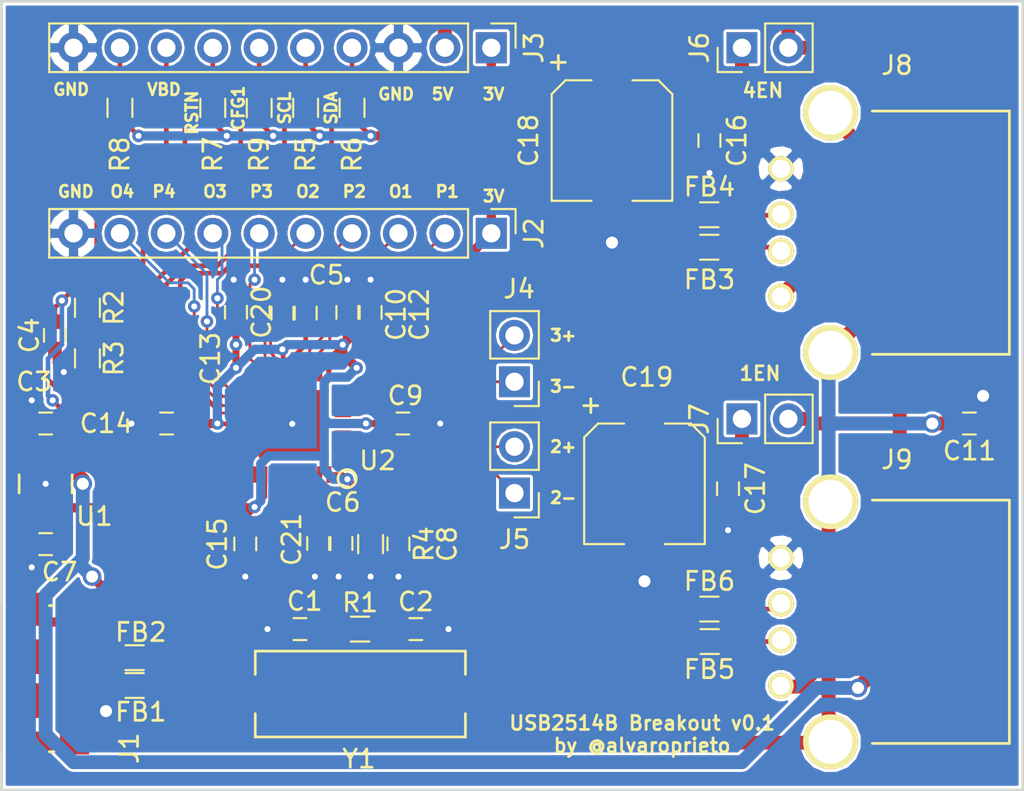
<source format=kicad_pcb>
(kicad_pcb (version 4) (host pcbnew 4.0.6-e0-6349~53~ubuntu16.04.1)

  (general
    (links 123)
    (no_connects 0)
    (area 122.39686 76.294266 180.415001 121.995001)
    (thickness 1.6)
    (drawings 30)
    (tracks 520)
    (zones 0)
    (modules 48)
    (nets 45)
  )

  (page A4)
  (layers
    (0 F.Cu signal)
    (31 B.Cu signal)
    (32 B.Adhes user)
    (33 F.Adhes user)
    (34 B.Paste user)
    (35 F.Paste user)
    (36 B.SilkS user)
    (37 F.SilkS user)
    (38 B.Mask user)
    (39 F.Mask user)
    (40 Dwgs.User user hide)
    (41 Cmts.User user hide)
    (42 Eco1.User user)
    (43 Eco2.User user)
    (44 Edge.Cuts user)
    (45 Margin user)
    (46 B.CrtYd user hide)
    (47 F.CrtYd user hide)
    (48 B.Fab user hide)
    (49 F.Fab user hide)
  )

  (setup
    (last_trace_width 0.1524)
    (user_trace_width 0.1524)
    (user_trace_width 0.254)
    (user_trace_width 0.381)
    (user_trace_width 0.508)
    (user_trace_width 0.762)
    (user_trace_width 1.27)
    (user_trace_width 2.54)
    (user_trace_width 5.08)
    (trace_clearance 0.1524)
    (zone_clearance 0.1524)
    (zone_45_only no)
    (trace_min 0.1524)
    (segment_width 0.2)
    (edge_width 0.15)
    (via_size 0.6858)
    (via_drill 0.3302)
    (via_min_size 0.6858)
    (via_min_drill 0.3302)
    (user_via 1.016 0.6604)
    (user_via 6.858 0.3302)
    (uvia_size 0.762)
    (uvia_drill 0.508)
    (uvias_allowed no)
    (uvia_min_size 0)
    (uvia_min_drill 0)
    (pcb_text_width 0.3)
    (pcb_text_size 1.5 1.5)
    (mod_edge_width 0.15)
    (mod_text_size 1 1)
    (mod_text_width 0.15)
    (pad_size 1.524 1.524)
    (pad_drill 0.762)
    (pad_to_mask_clearance 0.2)
    (aux_axis_origin 0 0)
    (visible_elements FFFFFF7F)
    (pcbplotparams
      (layerselection 0x0003c_80000001)
      (usegerberextensions false)
      (excludeedgelayer true)
      (linewidth 0.100000)
      (plotframeref false)
      (viasonmask false)
      (mode 1)
      (useauxorigin false)
      (hpglpennumber 1)
      (hpglpenspeed 20)
      (hpglpendiameter 15)
      (hpglpenoverlay 2)
      (psnegative false)
      (psa4output false)
      (plotreference true)
      (plotvalue true)
      (plotinvisibletext false)
      (padsonsilk false)
      (subtractmaskfromsilk false)
      (outputformat 1)
      (mirror false)
      (drillshape 0)
      (scaleselection 1)
      (outputdirectory gerbers/))
  )

  (net 0 "")
  (net 1 "Net-(C1-Pad1)")
  (net 2 GND)
  (net 3 "Net-(C2-Pad1)")
  (net 4 +5V)
  (net 5 +3V3)
  (net 6 GNDPWR)
  (net 7 "Net-(C16-Pad1)")
  (net 8 "Net-(C17-Pad1)")
  (net 9 /USB_UP_P)
  (net 10 "Net-(FB1-Pad2)")
  (net 11 /USB_UP_N)
  (net 12 "Net-(FB2-Pad2)")
  (net 13 "Net-(FB3-Pad1)")
  (net 14 /USB4_N)
  (net 15 "Net-(FB4-Pad1)")
  (net 16 /USB4_P)
  (net 17 "Net-(FB5-Pad1)")
  (net 18 /USB1_N)
  (net 19 "Net-(FB6-Pad1)")
  (net 20 /USB1_P)
  (net 21 "Net-(J1-Pad4)")
  (net 22 /OCS_N1)
  (net 23 /OCS_N2)
  (net 24 /OCS_N3)
  (net 25 /OCS_N4)
  (net 26 /PRTPWR4)
  (net 27 /PRTPWR3)
  (net 28 /PRTPWR2)
  (net 29 /PRTPWR1)
  (net 30 /SUSP_IND)
  (net 31 /VBUS_DET)
  (net 32 /RESET_N)
  (net 33 /CFG_SEL1)
  (net 34 /SCL)
  (net 35 /SDA)
  (net 36 /USB3_N)
  (net 37 /USB3_P)
  (net 38 /USB2_N)
  (net 39 /USB2_P)
  (net 40 "Net-(R4-Pad1)")
  (net 41 "Net-(U1-Pad4)")
  (net 42 "Net-(U2-Pad11)")
  (net 43 "Net-(C20-Pad1)")
  (net 44 "Net-(C21-Pad1)")

  (net_class Default "This is the default net class."
    (clearance 0.1524)
    (trace_width 0.1524)
    (via_dia 0.6858)
    (via_drill 0.3302)
    (uvia_dia 0.762)
    (uvia_drill 0.508)
    (add_net +3V3)
    (add_net +5V)
    (add_net /CFG_SEL1)
    (add_net /OCS_N1)
    (add_net /OCS_N2)
    (add_net /OCS_N3)
    (add_net /OCS_N4)
    (add_net /PRTPWR1)
    (add_net /PRTPWR2)
    (add_net /PRTPWR3)
    (add_net /PRTPWR4)
    (add_net /RESET_N)
    (add_net /SCL)
    (add_net /SDA)
    (add_net /SUSP_IND)
    (add_net /USB1_N)
    (add_net /USB1_P)
    (add_net /USB2_N)
    (add_net /USB2_P)
    (add_net /USB3_N)
    (add_net /USB3_P)
    (add_net /USB4_N)
    (add_net /USB4_P)
    (add_net /USB_UP_N)
    (add_net /USB_UP_P)
    (add_net /VBUS_DET)
    (add_net GND)
    (add_net GNDPWR)
    (add_net "Net-(C1-Pad1)")
    (add_net "Net-(C16-Pad1)")
    (add_net "Net-(C17-Pad1)")
    (add_net "Net-(C2-Pad1)")
    (add_net "Net-(C20-Pad1)")
    (add_net "Net-(C21-Pad1)")
    (add_net "Net-(FB1-Pad2)")
    (add_net "Net-(FB2-Pad2)")
    (add_net "Net-(FB3-Pad1)")
    (add_net "Net-(FB4-Pad1)")
    (add_net "Net-(FB5-Pad1)")
    (add_net "Net-(FB6-Pad1)")
    (add_net "Net-(J1-Pad4)")
    (add_net "Net-(R4-Pad1)")
    (add_net "Net-(U1-Pad4)")
    (add_net "Net-(U2-Pad11)")
  )

  (module Capacitors_SMD:C_0603 (layer F.Cu) (tedit 58AA844E) (tstamp 58D1CD49)
    (at 140.788938 113.11067 180)
    (descr "Capacitor SMD 0603, reflow soldering, AVX (see smccp.pdf)")
    (tags "capacitor 0603")
    (path /58D1CBCB)
    (attr smd)
    (fp_text reference C1 (at -0.254 1.524 180) (layer F.SilkS)
      (effects (font (size 1 1) (thickness 0.15)))
    )
    (fp_text value 18pF (at 0 1.5 180) (layer F.Fab)
      (effects (font (size 1 1) (thickness 0.15)))
    )
    (fp_text user %R (at 0 -1.5 180) (layer F.Fab)
      (effects (font (size 1 1) (thickness 0.15)))
    )
    (fp_line (start -0.8 0.4) (end -0.8 -0.4) (layer F.Fab) (width 0.1))
    (fp_line (start 0.8 0.4) (end -0.8 0.4) (layer F.Fab) (width 0.1))
    (fp_line (start 0.8 -0.4) (end 0.8 0.4) (layer F.Fab) (width 0.1))
    (fp_line (start -0.8 -0.4) (end 0.8 -0.4) (layer F.Fab) (width 0.1))
    (fp_line (start -0.35 -0.6) (end 0.35 -0.6) (layer F.SilkS) (width 0.12))
    (fp_line (start 0.35 0.6) (end -0.35 0.6) (layer F.SilkS) (width 0.12))
    (fp_line (start -1.4 -0.65) (end 1.4 -0.65) (layer F.CrtYd) (width 0.05))
    (fp_line (start -1.4 -0.65) (end -1.4 0.65) (layer F.CrtYd) (width 0.05))
    (fp_line (start 1.4 0.65) (end 1.4 -0.65) (layer F.CrtYd) (width 0.05))
    (fp_line (start 1.4 0.65) (end -1.4 0.65) (layer F.CrtYd) (width 0.05))
    (pad 1 smd rect (at -0.75 0 180) (size 0.8 0.75) (layers F.Cu F.Paste F.Mask)
      (net 1 "Net-(C1-Pad1)"))
    (pad 2 smd rect (at 0.75 0 180) (size 0.8 0.75) (layers F.Cu F.Paste F.Mask)
      (net 2 GND))
    (model Capacitors_SMD.3dshapes/C_0603.wrl
      (at (xyz 0 0 0))
      (scale (xyz 1 1 1))
      (rotate (xyz 0 0 0))
    )
  )

  (module Capacitors_SMD:C_0603 (layer F.Cu) (tedit 58AA844E) (tstamp 58D1CD4F)
    (at 147.126938 113.11067)
    (descr "Capacitor SMD 0603, reflow soldering, AVX (see smccp.pdf)")
    (tags "capacitor 0603")
    (path /58D1CD24)
    (attr smd)
    (fp_text reference C2 (at 0 -1.5) (layer F.SilkS)
      (effects (font (size 1 1) (thickness 0.15)))
    )
    (fp_text value 18pF (at 0 1.5) (layer F.Fab)
      (effects (font (size 1 1) (thickness 0.15)))
    )
    (fp_text user %R (at 0 -1.5) (layer F.Fab)
      (effects (font (size 1 1) (thickness 0.15)))
    )
    (fp_line (start -0.8 0.4) (end -0.8 -0.4) (layer F.Fab) (width 0.1))
    (fp_line (start 0.8 0.4) (end -0.8 0.4) (layer F.Fab) (width 0.1))
    (fp_line (start 0.8 -0.4) (end 0.8 0.4) (layer F.Fab) (width 0.1))
    (fp_line (start -0.8 -0.4) (end 0.8 -0.4) (layer F.Fab) (width 0.1))
    (fp_line (start -0.35 -0.6) (end 0.35 -0.6) (layer F.SilkS) (width 0.12))
    (fp_line (start 0.35 0.6) (end -0.35 0.6) (layer F.SilkS) (width 0.12))
    (fp_line (start -1.4 -0.65) (end 1.4 -0.65) (layer F.CrtYd) (width 0.05))
    (fp_line (start -1.4 -0.65) (end -1.4 0.65) (layer F.CrtYd) (width 0.05))
    (fp_line (start 1.4 0.65) (end 1.4 -0.65) (layer F.CrtYd) (width 0.05))
    (fp_line (start 1.4 0.65) (end -1.4 0.65) (layer F.CrtYd) (width 0.05))
    (pad 1 smd rect (at -0.75 0) (size 0.8 0.75) (layers F.Cu F.Paste F.Mask)
      (net 3 "Net-(C2-Pad1)"))
    (pad 2 smd rect (at 0.75 0) (size 0.8 0.75) (layers F.Cu F.Paste F.Mask)
      (net 2 GND))
    (model Capacitors_SMD.3dshapes/C_0603.wrl
      (at (xyz 0 0 0))
      (scale (xyz 1 1 1))
      (rotate (xyz 0 0 0))
    )
  )

  (module Capacitors_SMD:C_0603 (layer F.Cu) (tedit 58AA844E) (tstamp 58D1CD55)
    (at 126.873 101.854 180)
    (descr "Capacitor SMD 0603, reflow soldering, AVX (see smccp.pdf)")
    (tags "capacitor 0603")
    (path /58D1C63B)
    (attr smd)
    (fp_text reference C3 (at 0.635 2.286 180) (layer F.SilkS)
      (effects (font (size 1 1) (thickness 0.15)))
    )
    (fp_text value 1uF (at 0 1.5 180) (layer F.Fab)
      (effects (font (size 1 1) (thickness 0.15)))
    )
    (fp_text user %R (at 0 -1.5 180) (layer F.Fab)
      (effects (font (size 1 1) (thickness 0.15)))
    )
    (fp_line (start -0.8 0.4) (end -0.8 -0.4) (layer F.Fab) (width 0.1))
    (fp_line (start 0.8 0.4) (end -0.8 0.4) (layer F.Fab) (width 0.1))
    (fp_line (start 0.8 -0.4) (end 0.8 0.4) (layer F.Fab) (width 0.1))
    (fp_line (start -0.8 -0.4) (end 0.8 -0.4) (layer F.Fab) (width 0.1))
    (fp_line (start -0.35 -0.6) (end 0.35 -0.6) (layer F.SilkS) (width 0.12))
    (fp_line (start 0.35 0.6) (end -0.35 0.6) (layer F.SilkS) (width 0.12))
    (fp_line (start -1.4 -0.65) (end 1.4 -0.65) (layer F.CrtYd) (width 0.05))
    (fp_line (start -1.4 -0.65) (end -1.4 0.65) (layer F.CrtYd) (width 0.05))
    (fp_line (start 1.4 0.65) (end 1.4 -0.65) (layer F.CrtYd) (width 0.05))
    (fp_line (start 1.4 0.65) (end -1.4 0.65) (layer F.CrtYd) (width 0.05))
    (pad 1 smd rect (at -0.75 0 180) (size 0.8 0.75) (layers F.Cu F.Paste F.Mask)
      (net 4 +5V))
    (pad 2 smd rect (at 0.75 0 180) (size 0.8 0.75) (layers F.Cu F.Paste F.Mask)
      (net 2 GND))
    (model Capacitors_SMD.3dshapes/C_0603.wrl
      (at (xyz 0 0 0))
      (scale (xyz 1 1 1))
      (rotate (xyz 0 0 0))
    )
  )

  (module Capacitors_SMD:C_0603 (layer F.Cu) (tedit 58AA844E) (tstamp 58D1CD5B)
    (at 127.381 97.028 270)
    (descr "Capacitor SMD 0603, reflow soldering, AVX (see smccp.pdf)")
    (tags "capacitor 0603")
    (path /58D2A470)
    (attr smd)
    (fp_text reference C4 (at 0 1.397 270) (layer F.SilkS)
      (effects (font (size 1 1) (thickness 0.15)))
    )
    (fp_text value 1uF (at 0 1.5 270) (layer F.Fab)
      (effects (font (size 1 1) (thickness 0.15)))
    )
    (fp_text user %R (at 0 -1.5 270) (layer F.Fab)
      (effects (font (size 1 1) (thickness 0.15)))
    )
    (fp_line (start -0.8 0.4) (end -0.8 -0.4) (layer F.Fab) (width 0.1))
    (fp_line (start 0.8 0.4) (end -0.8 0.4) (layer F.Fab) (width 0.1))
    (fp_line (start 0.8 -0.4) (end 0.8 0.4) (layer F.Fab) (width 0.1))
    (fp_line (start -0.8 -0.4) (end 0.8 -0.4) (layer F.Fab) (width 0.1))
    (fp_line (start -0.35 -0.6) (end 0.35 -0.6) (layer F.SilkS) (width 0.12))
    (fp_line (start 0.35 0.6) (end -0.35 0.6) (layer F.SilkS) (width 0.12))
    (fp_line (start -1.4 -0.65) (end 1.4 -0.65) (layer F.CrtYd) (width 0.05))
    (fp_line (start -1.4 -0.65) (end -1.4 0.65) (layer F.CrtYd) (width 0.05))
    (fp_line (start 1.4 0.65) (end 1.4 -0.65) (layer F.CrtYd) (width 0.05))
    (fp_line (start 1.4 0.65) (end -1.4 0.65) (layer F.CrtYd) (width 0.05))
    (pad 1 smd rect (at -0.75 0 270) (size 0.8 0.75) (layers F.Cu F.Paste F.Mask)
      (net 4 +5V))
    (pad 2 smd rect (at 0.75 0 270) (size 0.8 0.75) (layers F.Cu F.Paste F.Mask)
      (net 2 GND))
    (model Capacitors_SMD.3dshapes/C_0603.wrl
      (at (xyz 0 0 0))
      (scale (xyz 1 1 1))
      (rotate (xyz 0 0 0))
    )
  )

  (module Capacitors_SMD:C_0603 (layer F.Cu) (tedit 58AA844E) (tstamp 58D1CD61)
    (at 141.100685 95.807127 90)
    (descr "Capacitor SMD 0603, reflow soldering, AVX (see smccp.pdf)")
    (tags "capacitor 0603")
    (path /58D2D713)
    (attr smd)
    (fp_text reference C5 (at 2.081127 1.139315 180) (layer F.SilkS)
      (effects (font (size 1 1) (thickness 0.15)))
    )
    (fp_text value 0.1uF (at 0 1.5 90) (layer F.Fab)
      (effects (font (size 1 1) (thickness 0.15)))
    )
    (fp_text user %R (at 0 -1.5 90) (layer F.Fab)
      (effects (font (size 1 1) (thickness 0.15)))
    )
    (fp_line (start -0.8 0.4) (end -0.8 -0.4) (layer F.Fab) (width 0.1))
    (fp_line (start 0.8 0.4) (end -0.8 0.4) (layer F.Fab) (width 0.1))
    (fp_line (start 0.8 -0.4) (end 0.8 0.4) (layer F.Fab) (width 0.1))
    (fp_line (start -0.8 -0.4) (end 0.8 -0.4) (layer F.Fab) (width 0.1))
    (fp_line (start -0.35 -0.6) (end 0.35 -0.6) (layer F.SilkS) (width 0.12))
    (fp_line (start 0.35 0.6) (end -0.35 0.6) (layer F.SilkS) (width 0.12))
    (fp_line (start -1.4 -0.65) (end 1.4 -0.65) (layer F.CrtYd) (width 0.05))
    (fp_line (start -1.4 -0.65) (end -1.4 0.65) (layer F.CrtYd) (width 0.05))
    (fp_line (start 1.4 0.65) (end 1.4 -0.65) (layer F.CrtYd) (width 0.05))
    (fp_line (start 1.4 0.65) (end -1.4 0.65) (layer F.CrtYd) (width 0.05))
    (pad 1 smd rect (at -0.75 0 90) (size 0.8 0.75) (layers F.Cu F.Paste F.Mask)
      (net 43 "Net-(C20-Pad1)"))
    (pad 2 smd rect (at 0.75 0 90) (size 0.8 0.75) (layers F.Cu F.Paste F.Mask)
      (net 2 GND))
    (model Capacitors_SMD.3dshapes/C_0603.wrl
      (at (xyz 0 0 0))
      (scale (xyz 1 1 1))
      (rotate (xyz 0 0 0))
    )
  )

  (module Capacitors_SMD:C_0603 (layer F.Cu) (tedit 58AA844E) (tstamp 58D1CD67)
    (at 143.054719 108.424763 270)
    (descr "Capacitor SMD 0603, reflow soldering, AVX (see smccp.pdf)")
    (tags "capacitor 0603")
    (path /58D2D800)
    (attr smd)
    (fp_text reference C6 (at -2.252763 -0.074281 360) (layer F.SilkS)
      (effects (font (size 1 1) (thickness 0.15)))
    )
    (fp_text value 0.1uF (at 0 1.5 270) (layer F.Fab)
      (effects (font (size 1 1) (thickness 0.15)))
    )
    (fp_text user %R (at 0 -1.5 270) (layer F.Fab)
      (effects (font (size 1 1) (thickness 0.15)))
    )
    (fp_line (start -0.8 0.4) (end -0.8 -0.4) (layer F.Fab) (width 0.1))
    (fp_line (start 0.8 0.4) (end -0.8 0.4) (layer F.Fab) (width 0.1))
    (fp_line (start 0.8 -0.4) (end 0.8 0.4) (layer F.Fab) (width 0.1))
    (fp_line (start -0.8 -0.4) (end 0.8 -0.4) (layer F.Fab) (width 0.1))
    (fp_line (start -0.35 -0.6) (end 0.35 -0.6) (layer F.SilkS) (width 0.12))
    (fp_line (start 0.35 0.6) (end -0.35 0.6) (layer F.SilkS) (width 0.12))
    (fp_line (start -1.4 -0.65) (end 1.4 -0.65) (layer F.CrtYd) (width 0.05))
    (fp_line (start -1.4 -0.65) (end -1.4 0.65) (layer F.CrtYd) (width 0.05))
    (fp_line (start 1.4 0.65) (end 1.4 -0.65) (layer F.CrtYd) (width 0.05))
    (fp_line (start 1.4 0.65) (end -1.4 0.65) (layer F.CrtYd) (width 0.05))
    (pad 1 smd rect (at -0.75 0 270) (size 0.8 0.75) (layers F.Cu F.Paste F.Mask)
      (net 44 "Net-(C21-Pad1)"))
    (pad 2 smd rect (at 0.75 0 270) (size 0.8 0.75) (layers F.Cu F.Paste F.Mask)
      (net 2 GND))
    (model Capacitors_SMD.3dshapes/C_0603.wrl
      (at (xyz 0 0 0))
      (scale (xyz 1 1 1))
      (rotate (xyz 0 0 0))
    )
  )

  (module Capacitors_SMD:C_0603 (layer F.Cu) (tedit 58AA844E) (tstamp 58D1CD6D)
    (at 126.873 108.458 180)
    (descr "Capacitor SMD 0603, reflow soldering, AVX (see smccp.pdf)")
    (tags "capacitor 0603")
    (path /58D2A1AA)
    (attr smd)
    (fp_text reference C7 (at -0.762 -1.524 180) (layer F.SilkS)
      (effects (font (size 1 1) (thickness 0.15)))
    )
    (fp_text value 1uF (at 0 1.5 180) (layer F.Fab)
      (effects (font (size 1 1) (thickness 0.15)))
    )
    (fp_text user %R (at 0 -1.5 180) (layer F.Fab)
      (effects (font (size 1 1) (thickness 0.15)))
    )
    (fp_line (start -0.8 0.4) (end -0.8 -0.4) (layer F.Fab) (width 0.1))
    (fp_line (start 0.8 0.4) (end -0.8 0.4) (layer F.Fab) (width 0.1))
    (fp_line (start 0.8 -0.4) (end 0.8 0.4) (layer F.Fab) (width 0.1))
    (fp_line (start -0.8 -0.4) (end 0.8 -0.4) (layer F.Fab) (width 0.1))
    (fp_line (start -0.35 -0.6) (end 0.35 -0.6) (layer F.SilkS) (width 0.12))
    (fp_line (start 0.35 0.6) (end -0.35 0.6) (layer F.SilkS) (width 0.12))
    (fp_line (start -1.4 -0.65) (end 1.4 -0.65) (layer F.CrtYd) (width 0.05))
    (fp_line (start -1.4 -0.65) (end -1.4 0.65) (layer F.CrtYd) (width 0.05))
    (fp_line (start 1.4 0.65) (end 1.4 -0.65) (layer F.CrtYd) (width 0.05))
    (fp_line (start 1.4 0.65) (end -1.4 0.65) (layer F.CrtYd) (width 0.05))
    (pad 1 smd rect (at -0.75 0 180) (size 0.8 0.75) (layers F.Cu F.Paste F.Mask)
      (net 5 +3V3))
    (pad 2 smd rect (at 0.75 0 180) (size 0.8 0.75) (layers F.Cu F.Paste F.Mask)
      (net 2 GND))
    (model Capacitors_SMD.3dshapes/C_0603.wrl
      (at (xyz 0 0 0))
      (scale (xyz 1 1 1))
      (rotate (xyz 0 0 0))
    )
  )

  (module Capacitors_SMD:C_0603 (layer F.Cu) (tedit 58AA844E) (tstamp 58D1CD73)
    (at 146.177 108.446 270)
    (descr "Capacitor SMD 0603, reflow soldering, AVX (see smccp.pdf)")
    (tags "capacitor 0603")
    (path /58D24041)
    (attr smd)
    (fp_text reference C8 (at 0.012 -2.667 270) (layer F.SilkS)
      (effects (font (size 1 1) (thickness 0.15)))
    )
    (fp_text value 0.1uF (at 0 1.5 270) (layer F.Fab)
      (effects (font (size 1 1) (thickness 0.15)))
    )
    (fp_text user %R (at 0 -1.5 270) (layer F.Fab)
      (effects (font (size 1 1) (thickness 0.15)))
    )
    (fp_line (start -0.8 0.4) (end -0.8 -0.4) (layer F.Fab) (width 0.1))
    (fp_line (start 0.8 0.4) (end -0.8 0.4) (layer F.Fab) (width 0.1))
    (fp_line (start 0.8 -0.4) (end 0.8 0.4) (layer F.Fab) (width 0.1))
    (fp_line (start -0.8 -0.4) (end 0.8 -0.4) (layer F.Fab) (width 0.1))
    (fp_line (start -0.35 -0.6) (end 0.35 -0.6) (layer F.SilkS) (width 0.12))
    (fp_line (start 0.35 0.6) (end -0.35 0.6) (layer F.SilkS) (width 0.12))
    (fp_line (start -1.4 -0.65) (end 1.4 -0.65) (layer F.CrtYd) (width 0.05))
    (fp_line (start -1.4 -0.65) (end -1.4 0.65) (layer F.CrtYd) (width 0.05))
    (fp_line (start 1.4 0.65) (end 1.4 -0.65) (layer F.CrtYd) (width 0.05))
    (fp_line (start 1.4 0.65) (end -1.4 0.65) (layer F.CrtYd) (width 0.05))
    (pad 1 smd rect (at -0.75 0 270) (size 0.8 0.75) (layers F.Cu F.Paste F.Mask)
      (net 5 +3V3))
    (pad 2 smd rect (at 0.75 0 270) (size 0.8 0.75) (layers F.Cu F.Paste F.Mask)
      (net 2 GND))
    (model Capacitors_SMD.3dshapes/C_0603.wrl
      (at (xyz 0 0 0))
      (scale (xyz 1 1 1))
      (rotate (xyz 0 0 0))
    )
  )

  (module Capacitors_SMD:C_0603 (layer F.Cu) (tedit 58AA844E) (tstamp 58D1CD79)
    (at 146.419 101.854)
    (descr "Capacitor SMD 0603, reflow soldering, AVX (see smccp.pdf)")
    (tags "capacitor 0603")
    (path /58D2A871)
    (attr smd)
    (fp_text reference C9 (at 0.139 -1.524) (layer F.SilkS)
      (effects (font (size 1 1) (thickness 0.15)))
    )
    (fp_text value 0.1uF (at 0 1.5) (layer F.Fab)
      (effects (font (size 1 1) (thickness 0.15)))
    )
    (fp_text user %R (at 0 -1.5) (layer F.Fab)
      (effects (font (size 1 1) (thickness 0.15)))
    )
    (fp_line (start -0.8 0.4) (end -0.8 -0.4) (layer F.Fab) (width 0.1))
    (fp_line (start 0.8 0.4) (end -0.8 0.4) (layer F.Fab) (width 0.1))
    (fp_line (start 0.8 -0.4) (end 0.8 0.4) (layer F.Fab) (width 0.1))
    (fp_line (start -0.8 -0.4) (end 0.8 -0.4) (layer F.Fab) (width 0.1))
    (fp_line (start -0.35 -0.6) (end 0.35 -0.6) (layer F.SilkS) (width 0.12))
    (fp_line (start 0.35 0.6) (end -0.35 0.6) (layer F.SilkS) (width 0.12))
    (fp_line (start -1.4 -0.65) (end 1.4 -0.65) (layer F.CrtYd) (width 0.05))
    (fp_line (start -1.4 -0.65) (end -1.4 0.65) (layer F.CrtYd) (width 0.05))
    (fp_line (start 1.4 0.65) (end 1.4 -0.65) (layer F.CrtYd) (width 0.05))
    (fp_line (start 1.4 0.65) (end -1.4 0.65) (layer F.CrtYd) (width 0.05))
    (pad 1 smd rect (at -0.75 0) (size 0.8 0.75) (layers F.Cu F.Paste F.Mask)
      (net 5 +3V3))
    (pad 2 smd rect (at 0.75 0) (size 0.8 0.75) (layers F.Cu F.Paste F.Mask)
      (net 2 GND))
    (model Capacitors_SMD.3dshapes/C_0603.wrl
      (at (xyz 0 0 0))
      (scale (xyz 1 1 1))
      (rotate (xyz 0 0 0))
    )
  )

  (module Capacitors_SMD:C_0603 (layer F.Cu) (tedit 58AA844E) (tstamp 58D1CD7F)
    (at 143.383 95.77 90)
    (descr "Capacitor SMD 0603, reflow soldering, AVX (see smccp.pdf)")
    (tags "capacitor 0603")
    (path /58D2418A)
    (attr smd)
    (fp_text reference C10 (at -0.115 2.667 90) (layer F.SilkS)
      (effects (font (size 1 1) (thickness 0.15)))
    )
    (fp_text value 4.7uF (at 0 1.5 90) (layer F.Fab)
      (effects (font (size 1 1) (thickness 0.15)))
    )
    (fp_text user %R (at 0 -1.5 90) (layer F.Fab)
      (effects (font (size 1 1) (thickness 0.15)))
    )
    (fp_line (start -0.8 0.4) (end -0.8 -0.4) (layer F.Fab) (width 0.1))
    (fp_line (start 0.8 0.4) (end -0.8 0.4) (layer F.Fab) (width 0.1))
    (fp_line (start 0.8 -0.4) (end 0.8 0.4) (layer F.Fab) (width 0.1))
    (fp_line (start -0.8 -0.4) (end 0.8 -0.4) (layer F.Fab) (width 0.1))
    (fp_line (start -0.35 -0.6) (end 0.35 -0.6) (layer F.SilkS) (width 0.12))
    (fp_line (start 0.35 0.6) (end -0.35 0.6) (layer F.SilkS) (width 0.12))
    (fp_line (start -1.4 -0.65) (end 1.4 -0.65) (layer F.CrtYd) (width 0.05))
    (fp_line (start -1.4 -0.65) (end -1.4 0.65) (layer F.CrtYd) (width 0.05))
    (fp_line (start 1.4 0.65) (end 1.4 -0.65) (layer F.CrtYd) (width 0.05))
    (fp_line (start 1.4 0.65) (end -1.4 0.65) (layer F.CrtYd) (width 0.05))
    (pad 1 smd rect (at -0.75 0 90) (size 0.8 0.75) (layers F.Cu F.Paste F.Mask)
      (net 5 +3V3))
    (pad 2 smd rect (at 0.75 0 90) (size 0.8 0.75) (layers F.Cu F.Paste F.Mask)
      (net 2 GND))
    (model Capacitors_SMD.3dshapes/C_0603.wrl
      (at (xyz 0 0 0))
      (scale (xyz 1 1 1))
      (rotate (xyz 0 0 0))
    )
  )

  (module Capacitors_SMD:C_0603 (layer F.Cu) (tedit 58AA844E) (tstamp 58D1CD85)
    (at 177.419 101.854 180)
    (descr "Capacitor SMD 0603, reflow soldering, AVX (see smccp.pdf)")
    (tags "capacitor 0603")
    (path /58D2ADB8)
    (attr smd)
    (fp_text reference C11 (at 0 -1.5 180) (layer F.SilkS)
      (effects (font (size 1 1) (thickness 0.15)))
    )
    (fp_text value 0.1uF (at 0 1.5 180) (layer F.Fab)
      (effects (font (size 1 1) (thickness 0.15)))
    )
    (fp_text user %R (at 0 -1.5 180) (layer F.Fab)
      (effects (font (size 1 1) (thickness 0.15)))
    )
    (fp_line (start -0.8 0.4) (end -0.8 -0.4) (layer F.Fab) (width 0.1))
    (fp_line (start 0.8 0.4) (end -0.8 0.4) (layer F.Fab) (width 0.1))
    (fp_line (start 0.8 -0.4) (end 0.8 0.4) (layer F.Fab) (width 0.1))
    (fp_line (start -0.8 -0.4) (end 0.8 -0.4) (layer F.Fab) (width 0.1))
    (fp_line (start -0.35 -0.6) (end 0.35 -0.6) (layer F.SilkS) (width 0.12))
    (fp_line (start 0.35 0.6) (end -0.35 0.6) (layer F.SilkS) (width 0.12))
    (fp_line (start -1.4 -0.65) (end 1.4 -0.65) (layer F.CrtYd) (width 0.05))
    (fp_line (start -1.4 -0.65) (end -1.4 0.65) (layer F.CrtYd) (width 0.05))
    (fp_line (start 1.4 0.65) (end 1.4 -0.65) (layer F.CrtYd) (width 0.05))
    (fp_line (start 1.4 0.65) (end -1.4 0.65) (layer F.CrtYd) (width 0.05))
    (pad 1 smd rect (at -0.75 0 180) (size 0.8 0.75) (layers F.Cu F.Paste F.Mask)
      (net 2 GND))
    (pad 2 smd rect (at 0.75 0 180) (size 0.8 0.75) (layers F.Cu F.Paste F.Mask)
      (net 6 GNDPWR))
    (model Capacitors_SMD.3dshapes/C_0603.wrl
      (at (xyz 0 0 0))
      (scale (xyz 1 1 1))
      (rotate (xyz 0 0 0))
    )
  )

  (module Capacitors_SMD:C_0603 (layer F.Cu) (tedit 58AA844E) (tstamp 58D1CD8B)
    (at 144.653 95.77 90)
    (descr "Capacitor SMD 0603, reflow soldering, AVX (see smccp.pdf)")
    (tags "capacitor 0603")
    (path /58D2A8F5)
    (attr smd)
    (fp_text reference C12 (at -0.115 2.667 90) (layer F.SilkS)
      (effects (font (size 1 1) (thickness 0.15)))
    )
    (fp_text value 0.1uF (at 0 1.5 90) (layer F.Fab)
      (effects (font (size 1 1) (thickness 0.15)))
    )
    (fp_text user %R (at 0 -1.5 90) (layer F.Fab)
      (effects (font (size 1 1) (thickness 0.15)))
    )
    (fp_line (start -0.8 0.4) (end -0.8 -0.4) (layer F.Fab) (width 0.1))
    (fp_line (start 0.8 0.4) (end -0.8 0.4) (layer F.Fab) (width 0.1))
    (fp_line (start 0.8 -0.4) (end 0.8 0.4) (layer F.Fab) (width 0.1))
    (fp_line (start -0.8 -0.4) (end 0.8 -0.4) (layer F.Fab) (width 0.1))
    (fp_line (start -0.35 -0.6) (end 0.35 -0.6) (layer F.SilkS) (width 0.12))
    (fp_line (start 0.35 0.6) (end -0.35 0.6) (layer F.SilkS) (width 0.12))
    (fp_line (start -1.4 -0.65) (end 1.4 -0.65) (layer F.CrtYd) (width 0.05))
    (fp_line (start -1.4 -0.65) (end -1.4 0.65) (layer F.CrtYd) (width 0.05))
    (fp_line (start 1.4 0.65) (end 1.4 -0.65) (layer F.CrtYd) (width 0.05))
    (fp_line (start 1.4 0.65) (end -1.4 0.65) (layer F.CrtYd) (width 0.05))
    (pad 1 smd rect (at -0.75 0 90) (size 0.8 0.75) (layers F.Cu F.Paste F.Mask)
      (net 5 +3V3))
    (pad 2 smd rect (at 0.75 0 90) (size 0.8 0.75) (layers F.Cu F.Paste F.Mask)
      (net 2 GND))
    (model Capacitors_SMD.3dshapes/C_0603.wrl
      (at (xyz 0 0 0))
      (scale (xyz 1 1 1))
      (rotate (xyz 0 0 0))
    )
  )

  (module Capacitors_SMD:C_0603 (layer F.Cu) (tedit 58AA844E) (tstamp 58D1CD91)
    (at 137.287 95.758 90)
    (descr "Capacitor SMD 0603, reflow soldering, AVX (see smccp.pdf)")
    (tags "capacitor 0603")
    (path /58D2A98A)
    (attr smd)
    (fp_text reference C13 (at -2.54 -1.397 90) (layer F.SilkS)
      (effects (font (size 1 1) (thickness 0.15)))
    )
    (fp_text value 0.1uF (at 0 1.5 90) (layer F.Fab)
      (effects (font (size 1 1) (thickness 0.15)))
    )
    (fp_text user %R (at 0 -1.5 90) (layer F.Fab)
      (effects (font (size 1 1) (thickness 0.15)))
    )
    (fp_line (start -0.8 0.4) (end -0.8 -0.4) (layer F.Fab) (width 0.1))
    (fp_line (start 0.8 0.4) (end -0.8 0.4) (layer F.Fab) (width 0.1))
    (fp_line (start 0.8 -0.4) (end 0.8 0.4) (layer F.Fab) (width 0.1))
    (fp_line (start -0.8 -0.4) (end 0.8 -0.4) (layer F.Fab) (width 0.1))
    (fp_line (start -0.35 -0.6) (end 0.35 -0.6) (layer F.SilkS) (width 0.12))
    (fp_line (start 0.35 0.6) (end -0.35 0.6) (layer F.SilkS) (width 0.12))
    (fp_line (start -1.4 -0.65) (end 1.4 -0.65) (layer F.CrtYd) (width 0.05))
    (fp_line (start -1.4 -0.65) (end -1.4 0.65) (layer F.CrtYd) (width 0.05))
    (fp_line (start 1.4 0.65) (end 1.4 -0.65) (layer F.CrtYd) (width 0.05))
    (fp_line (start 1.4 0.65) (end -1.4 0.65) (layer F.CrtYd) (width 0.05))
    (pad 1 smd rect (at -0.75 0 90) (size 0.8 0.75) (layers F.Cu F.Paste F.Mask)
      (net 5 +3V3))
    (pad 2 smd rect (at 0.75 0 90) (size 0.8 0.75) (layers F.Cu F.Paste F.Mask)
      (net 2 GND))
    (model Capacitors_SMD.3dshapes/C_0603.wrl
      (at (xyz 0 0 0))
      (scale (xyz 1 1 1))
      (rotate (xyz 0 0 0))
    )
  )

  (module Capacitors_SMD:C_0603 (layer F.Cu) (tedit 58AA844E) (tstamp 58D1CD97)
    (at 133.489 101.854 180)
    (descr "Capacitor SMD 0603, reflow soldering, AVX (see smccp.pdf)")
    (tags "capacitor 0603")
    (path /58D2AA18)
    (attr smd)
    (fp_text reference C14 (at 3.302 0 180) (layer F.SilkS)
      (effects (font (size 1 1) (thickness 0.15)))
    )
    (fp_text value 0.1uF (at 0 1.5 180) (layer F.Fab)
      (effects (font (size 1 1) (thickness 0.15)))
    )
    (fp_text user %R (at 0 -1.5 180) (layer F.Fab)
      (effects (font (size 1 1) (thickness 0.15)))
    )
    (fp_line (start -0.8 0.4) (end -0.8 -0.4) (layer F.Fab) (width 0.1))
    (fp_line (start 0.8 0.4) (end -0.8 0.4) (layer F.Fab) (width 0.1))
    (fp_line (start 0.8 -0.4) (end 0.8 0.4) (layer F.Fab) (width 0.1))
    (fp_line (start -0.8 -0.4) (end 0.8 -0.4) (layer F.Fab) (width 0.1))
    (fp_line (start -0.35 -0.6) (end 0.35 -0.6) (layer F.SilkS) (width 0.12))
    (fp_line (start 0.35 0.6) (end -0.35 0.6) (layer F.SilkS) (width 0.12))
    (fp_line (start -1.4 -0.65) (end 1.4 -0.65) (layer F.CrtYd) (width 0.05))
    (fp_line (start -1.4 -0.65) (end -1.4 0.65) (layer F.CrtYd) (width 0.05))
    (fp_line (start 1.4 0.65) (end 1.4 -0.65) (layer F.CrtYd) (width 0.05))
    (fp_line (start 1.4 0.65) (end -1.4 0.65) (layer F.CrtYd) (width 0.05))
    (pad 1 smd rect (at -0.75 0 180) (size 0.8 0.75) (layers F.Cu F.Paste F.Mask)
      (net 5 +3V3))
    (pad 2 smd rect (at 0.75 0 180) (size 0.8 0.75) (layers F.Cu F.Paste F.Mask)
      (net 2 GND))
    (model Capacitors_SMD.3dshapes/C_0603.wrl
      (at (xyz 0 0 0))
      (scale (xyz 1 1 1))
      (rotate (xyz 0 0 0))
    )
  )

  (module Capacitors_SMD:C_0603 (layer F.Cu) (tedit 58AA844E) (tstamp 58D1CD9D)
    (at 137.795 108.446 270)
    (descr "Capacitor SMD 0603, reflow soldering, AVX (see smccp.pdf)")
    (tags "capacitor 0603")
    (path /58D2AAA9)
    (attr smd)
    (fp_text reference C15 (at 0.012 1.524 270) (layer F.SilkS)
      (effects (font (size 1 1) (thickness 0.15)))
    )
    (fp_text value 0.1uF (at 0 1.5 270) (layer F.Fab)
      (effects (font (size 1 1) (thickness 0.15)))
    )
    (fp_text user %R (at 0 -1.5 270) (layer F.Fab)
      (effects (font (size 1 1) (thickness 0.15)))
    )
    (fp_line (start -0.8 0.4) (end -0.8 -0.4) (layer F.Fab) (width 0.1))
    (fp_line (start 0.8 0.4) (end -0.8 0.4) (layer F.Fab) (width 0.1))
    (fp_line (start 0.8 -0.4) (end 0.8 0.4) (layer F.Fab) (width 0.1))
    (fp_line (start -0.8 -0.4) (end 0.8 -0.4) (layer F.Fab) (width 0.1))
    (fp_line (start -0.35 -0.6) (end 0.35 -0.6) (layer F.SilkS) (width 0.12))
    (fp_line (start 0.35 0.6) (end -0.35 0.6) (layer F.SilkS) (width 0.12))
    (fp_line (start -1.4 -0.65) (end 1.4 -0.65) (layer F.CrtYd) (width 0.05))
    (fp_line (start -1.4 -0.65) (end -1.4 0.65) (layer F.CrtYd) (width 0.05))
    (fp_line (start 1.4 0.65) (end 1.4 -0.65) (layer F.CrtYd) (width 0.05))
    (fp_line (start 1.4 0.65) (end -1.4 0.65) (layer F.CrtYd) (width 0.05))
    (pad 1 smd rect (at -0.75 0 270) (size 0.8 0.75) (layers F.Cu F.Paste F.Mask)
      (net 5 +3V3))
    (pad 2 smd rect (at 0.75 0 270) (size 0.8 0.75) (layers F.Cu F.Paste F.Mask)
      (net 2 GND))
    (model Capacitors_SMD.3dshapes/C_0603.wrl
      (at (xyz 0 0 0))
      (scale (xyz 1 1 1))
      (rotate (xyz 0 0 0))
    )
  )

  (module Capacitors_SMD:C_0603 (layer F.Cu) (tedit 58AA844E) (tstamp 58D1CDA3)
    (at 163.195 86.36 270)
    (descr "Capacitor SMD 0603, reflow soldering, AVX (see smccp.pdf)")
    (tags "capacitor 0603")
    (path /58D3231B)
    (attr smd)
    (fp_text reference C16 (at 0 -1.5 270) (layer F.SilkS)
      (effects (font (size 1 1) (thickness 0.15)))
    )
    (fp_text value 0.1uF (at 0 1.5 270) (layer F.Fab)
      (effects (font (size 1 1) (thickness 0.15)))
    )
    (fp_text user %R (at 0 -1.5 270) (layer F.Fab)
      (effects (font (size 1 1) (thickness 0.15)))
    )
    (fp_line (start -0.8 0.4) (end -0.8 -0.4) (layer F.Fab) (width 0.1))
    (fp_line (start 0.8 0.4) (end -0.8 0.4) (layer F.Fab) (width 0.1))
    (fp_line (start 0.8 -0.4) (end 0.8 0.4) (layer F.Fab) (width 0.1))
    (fp_line (start -0.8 -0.4) (end 0.8 -0.4) (layer F.Fab) (width 0.1))
    (fp_line (start -0.35 -0.6) (end 0.35 -0.6) (layer F.SilkS) (width 0.12))
    (fp_line (start 0.35 0.6) (end -0.35 0.6) (layer F.SilkS) (width 0.12))
    (fp_line (start -1.4 -0.65) (end 1.4 -0.65) (layer F.CrtYd) (width 0.05))
    (fp_line (start -1.4 -0.65) (end -1.4 0.65) (layer F.CrtYd) (width 0.05))
    (fp_line (start 1.4 0.65) (end 1.4 -0.65) (layer F.CrtYd) (width 0.05))
    (fp_line (start 1.4 0.65) (end -1.4 0.65) (layer F.CrtYd) (width 0.05))
    (pad 1 smd rect (at -0.75 0 270) (size 0.8 0.75) (layers F.Cu F.Paste F.Mask)
      (net 7 "Net-(C16-Pad1)"))
    (pad 2 smd rect (at 0.75 0 270) (size 0.8 0.75) (layers F.Cu F.Paste F.Mask)
      (net 2 GND))
    (model Capacitors_SMD.3dshapes/C_0603.wrl
      (at (xyz 0 0 0))
      (scale (xyz 1 1 1))
      (rotate (xyz 0 0 0))
    )
  )

  (module Capacitors_SMD:C_0603 (layer F.Cu) (tedit 58AA844E) (tstamp 58D1CDA9)
    (at 164.211 105.422 270)
    (descr "Capacitor SMD 0603, reflow soldering, AVX (see smccp.pdf)")
    (tags "capacitor 0603")
    (path /58D3157A)
    (attr smd)
    (fp_text reference C17 (at 0 -1.5 270) (layer F.SilkS)
      (effects (font (size 1 1) (thickness 0.15)))
    )
    (fp_text value 0.1uF (at 0 1.5 270) (layer F.Fab)
      (effects (font (size 1 1) (thickness 0.15)))
    )
    (fp_text user %R (at 0 -1.5 270) (layer F.Fab)
      (effects (font (size 1 1) (thickness 0.15)))
    )
    (fp_line (start -0.8 0.4) (end -0.8 -0.4) (layer F.Fab) (width 0.1))
    (fp_line (start 0.8 0.4) (end -0.8 0.4) (layer F.Fab) (width 0.1))
    (fp_line (start 0.8 -0.4) (end 0.8 0.4) (layer F.Fab) (width 0.1))
    (fp_line (start -0.8 -0.4) (end 0.8 -0.4) (layer F.Fab) (width 0.1))
    (fp_line (start -0.35 -0.6) (end 0.35 -0.6) (layer F.SilkS) (width 0.12))
    (fp_line (start 0.35 0.6) (end -0.35 0.6) (layer F.SilkS) (width 0.12))
    (fp_line (start -1.4 -0.65) (end 1.4 -0.65) (layer F.CrtYd) (width 0.05))
    (fp_line (start -1.4 -0.65) (end -1.4 0.65) (layer F.CrtYd) (width 0.05))
    (fp_line (start 1.4 0.65) (end 1.4 -0.65) (layer F.CrtYd) (width 0.05))
    (fp_line (start 1.4 0.65) (end -1.4 0.65) (layer F.CrtYd) (width 0.05))
    (pad 1 smd rect (at -0.75 0 270) (size 0.8 0.75) (layers F.Cu F.Paste F.Mask)
      (net 8 "Net-(C17-Pad1)"))
    (pad 2 smd rect (at 0.75 0 270) (size 0.8 0.75) (layers F.Cu F.Paste F.Mask)
      (net 2 GND))
    (model Capacitors_SMD.3dshapes/C_0603.wrl
      (at (xyz 0 0 0))
      (scale (xyz 1 1 1))
      (rotate (xyz 0 0 0))
    )
  )

  (module Capacitors_SMD:CP_Elec_6.3x5.7 (layer F.Cu) (tedit 58AA8B43) (tstamp 58D1CDAF)
    (at 157.861 86.36 270)
    (descr "SMT capacitor, aluminium electrolytic, 6.3x5.7")
    (path /58D32328)
    (attr smd)
    (fp_text reference C18 (at 0 4.56 270) (layer F.SilkS)
      (effects (font (size 1 1) (thickness 0.15)))
    )
    (fp_text value 100uF (at 0 -4.56 270) (layer F.Fab)
      (effects (font (size 1 1) (thickness 0.15)))
    )
    (fp_circle (center 0 0) (end 0.6 3) (layer F.Fab) (width 0.1))
    (fp_text user + (at -1.79 -0.06 270) (layer F.Fab)
      (effects (font (size 1 1) (thickness 0.15)))
    )
    (fp_text user + (at -4.28 3.01 270) (layer F.SilkS)
      (effects (font (size 1 1) (thickness 0.15)))
    )
    (fp_text user %R (at 0 4.56 270) (layer F.Fab)
      (effects (font (size 1 1) (thickness 0.15)))
    )
    (fp_line (start 3.15 3.15) (end 3.15 -3.15) (layer F.Fab) (width 0.1))
    (fp_line (start -2.48 3.15) (end 3.15 3.15) (layer F.Fab) (width 0.1))
    (fp_line (start -3.15 2.48) (end -2.48 3.15) (layer F.Fab) (width 0.1))
    (fp_line (start -3.15 -2.48) (end -3.15 2.48) (layer F.Fab) (width 0.1))
    (fp_line (start -2.48 -3.15) (end -3.15 -2.48) (layer F.Fab) (width 0.1))
    (fp_line (start 3.15 -3.15) (end -2.48 -3.15) (layer F.Fab) (width 0.1))
    (fp_line (start 3.3 -3.3) (end 3.3 -1.12) (layer F.SilkS) (width 0.12))
    (fp_line (start 3.3 3.3) (end 3.3 1.12) (layer F.SilkS) (width 0.12))
    (fp_line (start -3.3 2.54) (end -3.3 1.12) (layer F.SilkS) (width 0.12))
    (fp_line (start -3.3 -2.54) (end -3.3 -1.12) (layer F.SilkS) (width 0.12))
    (fp_line (start 3.3 3.3) (end -2.54 3.3) (layer F.SilkS) (width 0.12))
    (fp_line (start -2.54 3.3) (end -3.3 2.54) (layer F.SilkS) (width 0.12))
    (fp_line (start -3.3 -2.54) (end -2.54 -3.3) (layer F.SilkS) (width 0.12))
    (fp_line (start -2.54 -3.3) (end 3.3 -3.3) (layer F.SilkS) (width 0.12))
    (fp_line (start -4.7 -3.4) (end 4.7 -3.4) (layer F.CrtYd) (width 0.05))
    (fp_line (start -4.7 -3.4) (end -4.7 3.4) (layer F.CrtYd) (width 0.05))
    (fp_line (start 4.7 3.4) (end 4.7 -3.4) (layer F.CrtYd) (width 0.05))
    (fp_line (start 4.7 3.4) (end -4.7 3.4) (layer F.CrtYd) (width 0.05))
    (pad 1 smd rect (at -2.7 0 90) (size 3.5 1.6) (layers F.Cu F.Paste F.Mask)
      (net 7 "Net-(C16-Pad1)"))
    (pad 2 smd rect (at 2.7 0 90) (size 3.5 1.6) (layers F.Cu F.Paste F.Mask)
      (net 2 GND))
    (model Capacitors_SMD.3dshapes/CP_Elec_6.3x5.7.wrl
      (at (xyz 0 0 0))
      (scale (xyz 1 1 1))
      (rotate (xyz 0 0 180))
    )
  )

  (module Capacitors_SMD:CP_Elec_6.3x5.7 (layer F.Cu) (tedit 58AA8B43) (tstamp 58D1CDB5)
    (at 159.639 105.156 270)
    (descr "SMT capacitor, aluminium electrolytic, 6.3x5.7")
    (path /58D31CB0)
    (attr smd)
    (fp_text reference C19 (at -5.842 -0.127 360) (layer F.SilkS)
      (effects (font (size 1 1) (thickness 0.15)))
    )
    (fp_text value 100uF (at 0 -4.56 270) (layer F.Fab)
      (effects (font (size 1 1) (thickness 0.15)))
    )
    (fp_circle (center 0 0) (end 0.6 3) (layer F.Fab) (width 0.1))
    (fp_text user + (at -1.79 -0.06 270) (layer F.Fab)
      (effects (font (size 1 1) (thickness 0.15)))
    )
    (fp_text user + (at -4.28 3.01 270) (layer F.SilkS)
      (effects (font (size 1 1) (thickness 0.15)))
    )
    (fp_text user %R (at 0 4.56 270) (layer F.Fab)
      (effects (font (size 1 1) (thickness 0.15)))
    )
    (fp_line (start 3.15 3.15) (end 3.15 -3.15) (layer F.Fab) (width 0.1))
    (fp_line (start -2.48 3.15) (end 3.15 3.15) (layer F.Fab) (width 0.1))
    (fp_line (start -3.15 2.48) (end -2.48 3.15) (layer F.Fab) (width 0.1))
    (fp_line (start -3.15 -2.48) (end -3.15 2.48) (layer F.Fab) (width 0.1))
    (fp_line (start -2.48 -3.15) (end -3.15 -2.48) (layer F.Fab) (width 0.1))
    (fp_line (start 3.15 -3.15) (end -2.48 -3.15) (layer F.Fab) (width 0.1))
    (fp_line (start 3.3 -3.3) (end 3.3 -1.12) (layer F.SilkS) (width 0.12))
    (fp_line (start 3.3 3.3) (end 3.3 1.12) (layer F.SilkS) (width 0.12))
    (fp_line (start -3.3 2.54) (end -3.3 1.12) (layer F.SilkS) (width 0.12))
    (fp_line (start -3.3 -2.54) (end -3.3 -1.12) (layer F.SilkS) (width 0.12))
    (fp_line (start 3.3 3.3) (end -2.54 3.3) (layer F.SilkS) (width 0.12))
    (fp_line (start -2.54 3.3) (end -3.3 2.54) (layer F.SilkS) (width 0.12))
    (fp_line (start -3.3 -2.54) (end -2.54 -3.3) (layer F.SilkS) (width 0.12))
    (fp_line (start -2.54 -3.3) (end 3.3 -3.3) (layer F.SilkS) (width 0.12))
    (fp_line (start -4.7 -3.4) (end 4.7 -3.4) (layer F.CrtYd) (width 0.05))
    (fp_line (start -4.7 -3.4) (end -4.7 3.4) (layer F.CrtYd) (width 0.05))
    (fp_line (start 4.7 3.4) (end 4.7 -3.4) (layer F.CrtYd) (width 0.05))
    (fp_line (start 4.7 3.4) (end -4.7 3.4) (layer F.CrtYd) (width 0.05))
    (pad 1 smd rect (at -2.7 0 90) (size 3.5 1.6) (layers F.Cu F.Paste F.Mask)
      (net 8 "Net-(C17-Pad1)"))
    (pad 2 smd rect (at 2.7 0 90) (size 3.5 1.6) (layers F.Cu F.Paste F.Mask)
      (net 2 GND))
    (model Capacitors_SMD.3dshapes/CP_Elec_6.3x5.7.wrl
      (at (xyz 0 0 0))
      (scale (xyz 1 1 1))
      (rotate (xyz 0 0 180))
    )
  )

  (module Resistors_SMD:R_0603 (layer F.Cu) (tedit 58AAD9CA) (tstamp 58D1CDBB)
    (at 131.74126 116.198996 180)
    (descr "Resistor SMD 0603, reflow soldering, Vishay (see dcrcw.pdf)")
    (tags "resistor 0603")
    (path /58D1E8DF)
    (attr smd)
    (fp_text reference FB1 (at -0.33874 -1.451313 180) (layer F.SilkS)
      (effects (font (size 1 1) (thickness 0.15)))
    )
    (fp_text value Ferrite (at 0 1.5 180) (layer F.Fab)
      (effects (font (size 1 1) (thickness 0.15)))
    )
    (fp_text user %R (at 0 -1.45 180) (layer F.Fab)
      (effects (font (size 1 1) (thickness 0.15)))
    )
    (fp_line (start -0.8 0.4) (end -0.8 -0.4) (layer F.Fab) (width 0.1))
    (fp_line (start 0.8 0.4) (end -0.8 0.4) (layer F.Fab) (width 0.1))
    (fp_line (start 0.8 -0.4) (end 0.8 0.4) (layer F.Fab) (width 0.1))
    (fp_line (start -0.8 -0.4) (end 0.8 -0.4) (layer F.Fab) (width 0.1))
    (fp_line (start 0.5 0.68) (end -0.5 0.68) (layer F.SilkS) (width 0.12))
    (fp_line (start -0.5 -0.68) (end 0.5 -0.68) (layer F.SilkS) (width 0.12))
    (fp_line (start -1.25 -0.7) (end 1.25 -0.7) (layer F.CrtYd) (width 0.05))
    (fp_line (start -1.25 -0.7) (end -1.25 0.7) (layer F.CrtYd) (width 0.05))
    (fp_line (start 1.25 0.7) (end 1.25 -0.7) (layer F.CrtYd) (width 0.05))
    (fp_line (start 1.25 0.7) (end -1.25 0.7) (layer F.CrtYd) (width 0.05))
    (pad 1 smd rect (at -0.75 0 180) (size 0.5 0.9) (layers F.Cu F.Paste F.Mask)
      (net 9 /USB_UP_P))
    (pad 2 smd rect (at 0.75 0 180) (size 0.5 0.9) (layers F.Cu F.Paste F.Mask)
      (net 10 "Net-(FB1-Pad2)"))
    (model Resistors_SMD.3dshapes/R_0603.wrl
      (at (xyz 0 0 0))
      (scale (xyz 1 1 1))
      (rotate (xyz 0 0 0))
    )
  )

  (module Resistors_SMD:R_0603 (layer F.Cu) (tedit 58AAD9CA) (tstamp 58D1CDC1)
    (at 131.74126 114.674996 180)
    (descr "Resistor SMD 0603, reflow soldering, Vishay (see dcrcw.pdf)")
    (tags "resistor 0603")
    (path /58D1E7B8)
    (attr smd)
    (fp_text reference FB2 (at -0.33874 1.390996 180) (layer F.SilkS)
      (effects (font (size 1 1) (thickness 0.15)))
    )
    (fp_text value Ferrite (at 0 1.5 180) (layer F.Fab)
      (effects (font (size 1 1) (thickness 0.15)))
    )
    (fp_text user %R (at 0 -1.45 180) (layer F.Fab)
      (effects (font (size 1 1) (thickness 0.15)))
    )
    (fp_line (start -0.8 0.4) (end -0.8 -0.4) (layer F.Fab) (width 0.1))
    (fp_line (start 0.8 0.4) (end -0.8 0.4) (layer F.Fab) (width 0.1))
    (fp_line (start 0.8 -0.4) (end 0.8 0.4) (layer F.Fab) (width 0.1))
    (fp_line (start -0.8 -0.4) (end 0.8 -0.4) (layer F.Fab) (width 0.1))
    (fp_line (start 0.5 0.68) (end -0.5 0.68) (layer F.SilkS) (width 0.12))
    (fp_line (start -0.5 -0.68) (end 0.5 -0.68) (layer F.SilkS) (width 0.12))
    (fp_line (start -1.25 -0.7) (end 1.25 -0.7) (layer F.CrtYd) (width 0.05))
    (fp_line (start -1.25 -0.7) (end -1.25 0.7) (layer F.CrtYd) (width 0.05))
    (fp_line (start 1.25 0.7) (end 1.25 -0.7) (layer F.CrtYd) (width 0.05))
    (fp_line (start 1.25 0.7) (end -1.25 0.7) (layer F.CrtYd) (width 0.05))
    (pad 1 smd rect (at -0.75 0 180) (size 0.5 0.9) (layers F.Cu F.Paste F.Mask)
      (net 11 /USB_UP_N))
    (pad 2 smd rect (at 0.75 0 180) (size 0.5 0.9) (layers F.Cu F.Paste F.Mask)
      (net 12 "Net-(FB2-Pad2)"))
    (model Resistors_SMD.3dshapes/R_0603.wrl
      (at (xyz 0 0 0))
      (scale (xyz 1 1 1))
      (rotate (xyz 0 0 0))
    )
  )

  (module Resistors_SMD:R_0603 (layer F.Cu) (tedit 58AAD9CA) (tstamp 58D1CDC7)
    (at 163.183 92.202 180)
    (descr "Resistor SMD 0603, reflow soldering, Vishay (see dcrcw.pdf)")
    (tags "resistor 0603")
    (path /58D2721C)
    (attr smd)
    (fp_text reference FB3 (at -0.012 -1.778 180) (layer F.SilkS)
      (effects (font (size 1 1) (thickness 0.15)))
    )
    (fp_text value Ferrite (at 0 1.5 180) (layer F.Fab)
      (effects (font (size 1 1) (thickness 0.15)))
    )
    (fp_text user %R (at 0 -1.45 180) (layer F.Fab)
      (effects (font (size 1 1) (thickness 0.15)))
    )
    (fp_line (start -0.8 0.4) (end -0.8 -0.4) (layer F.Fab) (width 0.1))
    (fp_line (start 0.8 0.4) (end -0.8 0.4) (layer F.Fab) (width 0.1))
    (fp_line (start 0.8 -0.4) (end 0.8 0.4) (layer F.Fab) (width 0.1))
    (fp_line (start -0.8 -0.4) (end 0.8 -0.4) (layer F.Fab) (width 0.1))
    (fp_line (start 0.5 0.68) (end -0.5 0.68) (layer F.SilkS) (width 0.12))
    (fp_line (start -0.5 -0.68) (end 0.5 -0.68) (layer F.SilkS) (width 0.12))
    (fp_line (start -1.25 -0.7) (end 1.25 -0.7) (layer F.CrtYd) (width 0.05))
    (fp_line (start -1.25 -0.7) (end -1.25 0.7) (layer F.CrtYd) (width 0.05))
    (fp_line (start 1.25 0.7) (end 1.25 -0.7) (layer F.CrtYd) (width 0.05))
    (fp_line (start 1.25 0.7) (end -1.25 0.7) (layer F.CrtYd) (width 0.05))
    (pad 1 smd rect (at -0.75 0 180) (size 0.5 0.9) (layers F.Cu F.Paste F.Mask)
      (net 13 "Net-(FB3-Pad1)"))
    (pad 2 smd rect (at 0.75 0 180) (size 0.5 0.9) (layers F.Cu F.Paste F.Mask)
      (net 14 /USB4_N))
    (model Resistors_SMD.3dshapes/R_0603.wrl
      (at (xyz 0 0 0))
      (scale (xyz 1 1 1))
      (rotate (xyz 0 0 0))
    )
  )

  (module Resistors_SMD:R_0603 (layer F.Cu) (tedit 58AAD9CA) (tstamp 58D1CDCD)
    (at 163.183 90.424 180)
    (descr "Resistor SMD 0603, reflow soldering, Vishay (see dcrcw.pdf)")
    (tags "resistor 0603")
    (path /58D272C8)
    (attr smd)
    (fp_text reference FB4 (at -0.012 1.524 180) (layer F.SilkS)
      (effects (font (size 1 1) (thickness 0.15)))
    )
    (fp_text value Ferrite (at 0 1.5 180) (layer F.Fab)
      (effects (font (size 1 1) (thickness 0.15)))
    )
    (fp_text user %R (at 0 -1.45 180) (layer F.Fab)
      (effects (font (size 1 1) (thickness 0.15)))
    )
    (fp_line (start -0.8 0.4) (end -0.8 -0.4) (layer F.Fab) (width 0.1))
    (fp_line (start 0.8 0.4) (end -0.8 0.4) (layer F.Fab) (width 0.1))
    (fp_line (start 0.8 -0.4) (end 0.8 0.4) (layer F.Fab) (width 0.1))
    (fp_line (start -0.8 -0.4) (end 0.8 -0.4) (layer F.Fab) (width 0.1))
    (fp_line (start 0.5 0.68) (end -0.5 0.68) (layer F.SilkS) (width 0.12))
    (fp_line (start -0.5 -0.68) (end 0.5 -0.68) (layer F.SilkS) (width 0.12))
    (fp_line (start -1.25 -0.7) (end 1.25 -0.7) (layer F.CrtYd) (width 0.05))
    (fp_line (start -1.25 -0.7) (end -1.25 0.7) (layer F.CrtYd) (width 0.05))
    (fp_line (start 1.25 0.7) (end 1.25 -0.7) (layer F.CrtYd) (width 0.05))
    (fp_line (start 1.25 0.7) (end -1.25 0.7) (layer F.CrtYd) (width 0.05))
    (pad 1 smd rect (at -0.75 0 180) (size 0.5 0.9) (layers F.Cu F.Paste F.Mask)
      (net 15 "Net-(FB4-Pad1)"))
    (pad 2 smd rect (at 0.75 0 180) (size 0.5 0.9) (layers F.Cu F.Paste F.Mask)
      (net 16 /USB4_P))
    (model Resistors_SMD.3dshapes/R_0603.wrl
      (at (xyz 0 0 0))
      (scale (xyz 1 1 1))
      (rotate (xyz 0 0 0))
    )
  )

  (module Resistors_SMD:R_0603 (layer F.Cu) (tedit 58AAD9CA) (tstamp 58D1CDD3)
    (at 163.207 113.792 180)
    (descr "Resistor SMD 0603, reflow soldering, Vishay (see dcrcw.pdf)")
    (tags "resistor 0603")
    (path /58D25EDA)
    (attr smd)
    (fp_text reference FB5 (at 0.012 -1.524 180) (layer F.SilkS)
      (effects (font (size 1 1) (thickness 0.15)))
    )
    (fp_text value Ferrite (at 0 1.5 180) (layer F.Fab)
      (effects (font (size 1 1) (thickness 0.15)))
    )
    (fp_text user %R (at 0 -1.45 180) (layer F.Fab)
      (effects (font (size 1 1) (thickness 0.15)))
    )
    (fp_line (start -0.8 0.4) (end -0.8 -0.4) (layer F.Fab) (width 0.1))
    (fp_line (start 0.8 0.4) (end -0.8 0.4) (layer F.Fab) (width 0.1))
    (fp_line (start 0.8 -0.4) (end 0.8 0.4) (layer F.Fab) (width 0.1))
    (fp_line (start -0.8 -0.4) (end 0.8 -0.4) (layer F.Fab) (width 0.1))
    (fp_line (start 0.5 0.68) (end -0.5 0.68) (layer F.SilkS) (width 0.12))
    (fp_line (start -0.5 -0.68) (end 0.5 -0.68) (layer F.SilkS) (width 0.12))
    (fp_line (start -1.25 -0.7) (end 1.25 -0.7) (layer F.CrtYd) (width 0.05))
    (fp_line (start -1.25 -0.7) (end -1.25 0.7) (layer F.CrtYd) (width 0.05))
    (fp_line (start 1.25 0.7) (end 1.25 -0.7) (layer F.CrtYd) (width 0.05))
    (fp_line (start 1.25 0.7) (end -1.25 0.7) (layer F.CrtYd) (width 0.05))
    (pad 1 smd rect (at -0.75 0 180) (size 0.5 0.9) (layers F.Cu F.Paste F.Mask)
      (net 17 "Net-(FB5-Pad1)"))
    (pad 2 smd rect (at 0.75 0 180) (size 0.5 0.9) (layers F.Cu F.Paste F.Mask)
      (net 18 /USB1_N))
    (model Resistors_SMD.3dshapes/R_0603.wrl
      (at (xyz 0 0 0))
      (scale (xyz 1 1 1))
      (rotate (xyz 0 0 0))
    )
  )

  (module Resistors_SMD:R_0603 (layer F.Cu) (tedit 58AAD9CA) (tstamp 58D1CDD9)
    (at 163.195 112.014 180)
    (descr "Resistor SMD 0603, reflow soldering, Vishay (see dcrcw.pdf)")
    (tags "resistor 0603")
    (path /58D265BA)
    (attr smd)
    (fp_text reference FB6 (at 0 1.524 180) (layer F.SilkS)
      (effects (font (size 1 1) (thickness 0.15)))
    )
    (fp_text value Ferrite (at 0 1.5 180) (layer F.Fab)
      (effects (font (size 1 1) (thickness 0.15)))
    )
    (fp_text user %R (at 0 -1.45 180) (layer F.Fab)
      (effects (font (size 1 1) (thickness 0.15)))
    )
    (fp_line (start -0.8 0.4) (end -0.8 -0.4) (layer F.Fab) (width 0.1))
    (fp_line (start 0.8 0.4) (end -0.8 0.4) (layer F.Fab) (width 0.1))
    (fp_line (start 0.8 -0.4) (end 0.8 0.4) (layer F.Fab) (width 0.1))
    (fp_line (start -0.8 -0.4) (end 0.8 -0.4) (layer F.Fab) (width 0.1))
    (fp_line (start 0.5 0.68) (end -0.5 0.68) (layer F.SilkS) (width 0.12))
    (fp_line (start -0.5 -0.68) (end 0.5 -0.68) (layer F.SilkS) (width 0.12))
    (fp_line (start -1.25 -0.7) (end 1.25 -0.7) (layer F.CrtYd) (width 0.05))
    (fp_line (start -1.25 -0.7) (end -1.25 0.7) (layer F.CrtYd) (width 0.05))
    (fp_line (start 1.25 0.7) (end 1.25 -0.7) (layer F.CrtYd) (width 0.05))
    (fp_line (start 1.25 0.7) (end -1.25 0.7) (layer F.CrtYd) (width 0.05))
    (pad 1 smd rect (at -0.75 0 180) (size 0.5 0.9) (layers F.Cu F.Paste F.Mask)
      (net 19 "Net-(FB6-Pad1)"))
    (pad 2 smd rect (at 0.75 0 180) (size 0.5 0.9) (layers F.Cu F.Paste F.Mask)
      (net 20 /USB1_P))
    (model Resistors_SMD.3dshapes/R_0603.wrl
      (at (xyz 0 0 0))
      (scale (xyz 1 1 1))
      (rotate (xyz 0 0 0))
    )
  )

  (module alvarop:USB_MICRO_B (layer F.Cu) (tedit 5606DE3A) (tstamp 58D1CDE8)
    (at 128.57426 115.824 270)
    (path /58D1DEB1)
    (fp_text reference J1 (at 3.81 -2.87074 270) (layer F.SilkS)
      (effects (font (size 1 1) (thickness 0.15)))
    )
    (fp_text value USB_OTG (at 0 5.25 270) (layer F.Fab) hide
      (effects (font (size 1 1) (thickness 0.15)))
    )
    (fp_line (start -4 1.25) (end -4 1.5) (layer F.SilkS) (width 0.15))
    (fp_line (start 4 1.25) (end 4 1.5) (layer F.SilkS) (width 0.15))
    (fp_line (start -4.1 4.125) (end 4.1 4.125) (layer F.SilkS) (width 0.15))
    (pad 6 smd rect (at 1.2 2.675 270) (size 1.9 1.9) (layers F.Cu F.Paste F.Mask)
      (net 6 GNDPWR))
    (pad 6 smd rect (at -1.2 2.675 270) (size 1.9 1.9) (layers F.Cu F.Paste F.Mask)
      (net 6 GNDPWR))
    (pad 6 smd rect (at 3.8 2.675 270) (size 1.8 1.9) (layers F.Cu F.Paste F.Mask)
      (net 6 GNDPWR))
    (pad 6 smd rect (at 3.1 0.125 270) (size 2.1 1.6) (layers F.Cu F.Paste F.Mask)
      (net 6 GNDPWR))
    (pad 3 smd rect (at 0 0 270) (size 0.4 1.35) (layers F.Cu F.Paste F.Mask)
      (net 10 "Net-(FB1-Pad2)"))
    (pad 2 smd rect (at -0.65 0 270) (size 0.4 1.35) (layers F.Cu F.Paste F.Mask)
      (net 12 "Net-(FB2-Pad2)"))
    (pad 4 smd rect (at 0.65 0 270) (size 0.4 1.35) (layers F.Cu F.Paste F.Mask)
      (net 21 "Net-(J1-Pad4)"))
    (pad 1 smd rect (at -1.3 0 270) (size 0.4 1.35) (layers F.Cu F.Paste F.Mask)
      (net 4 +5V))
    (pad 5 smd rect (at 1.3 0 270) (size 0.4 1.35) (layers F.Cu F.Paste F.Mask)
      (net 2 GND))
    (pad 6 smd rect (at -3.1 0.125 270) (size 2.1 1.6) (layers F.Cu F.Paste F.Mask)
      (net 6 GNDPWR))
    (pad 6 smd rect (at -3.8 2.675 270) (size 1.8 1.9) (layers F.Cu F.Paste F.Mask)
      (net 6 GNDPWR))
  )

  (module Pin_Headers:Pin_Header_Straight_1x10_Pitch2.54mm (layer F.Cu) (tedit 58CD4EC1) (tstamp 58D1CDF6)
    (at 151.257 91.44 270)
    (descr "Through hole straight pin header, 1x10, 2.54mm pitch, single row")
    (tags "Through hole pin header THT 1x10 2.54mm single row")
    (path /58D20851)
    (fp_text reference J2 (at 0 -2.33 270) (layer F.SilkS)
      (effects (font (size 1 1) (thickness 0.15)))
    )
    (fp_text value CONN_01X10 (at 0 25.19 270) (layer F.Fab)
      (effects (font (size 1 1) (thickness 0.15)))
    )
    (fp_line (start -1.27 -1.27) (end -1.27 24.13) (layer F.Fab) (width 0.1))
    (fp_line (start -1.27 24.13) (end 1.27 24.13) (layer F.Fab) (width 0.1))
    (fp_line (start 1.27 24.13) (end 1.27 -1.27) (layer F.Fab) (width 0.1))
    (fp_line (start 1.27 -1.27) (end -1.27 -1.27) (layer F.Fab) (width 0.1))
    (fp_line (start -1.33 1.27) (end -1.33 24.19) (layer F.SilkS) (width 0.12))
    (fp_line (start -1.33 24.19) (end 1.33 24.19) (layer F.SilkS) (width 0.12))
    (fp_line (start 1.33 24.19) (end 1.33 1.27) (layer F.SilkS) (width 0.12))
    (fp_line (start 1.33 1.27) (end -1.33 1.27) (layer F.SilkS) (width 0.12))
    (fp_line (start -1.33 0) (end -1.33 -1.33) (layer F.SilkS) (width 0.12))
    (fp_line (start -1.33 -1.33) (end 0 -1.33) (layer F.SilkS) (width 0.12))
    (fp_line (start -1.8 -1.8) (end -1.8 24.65) (layer F.CrtYd) (width 0.05))
    (fp_line (start -1.8 24.65) (end 1.8 24.65) (layer F.CrtYd) (width 0.05))
    (fp_line (start 1.8 24.65) (end 1.8 -1.8) (layer F.CrtYd) (width 0.05))
    (fp_line (start 1.8 -1.8) (end -1.8 -1.8) (layer F.CrtYd) (width 0.05))
    (fp_text user %R (at 0 -2.33 270) (layer F.Fab)
      (effects (font (size 1 1) (thickness 0.15)))
    )
    (pad 1 thru_hole rect (at 0 0 270) (size 1.7 1.7) (drill 1) (layers *.Cu *.Mask)
      (net 5 +3V3))
    (pad 2 thru_hole oval (at 0 2.54 270) (size 1.7 1.7) (drill 1) (layers *.Cu *.Mask)
      (net 29 /PRTPWR1))
    (pad 3 thru_hole oval (at 0 5.08 270) (size 1.7 1.7) (drill 1) (layers *.Cu *.Mask)
      (net 22 /OCS_N1))
    (pad 4 thru_hole oval (at 0 7.62 270) (size 1.7 1.7) (drill 1) (layers *.Cu *.Mask)
      (net 28 /PRTPWR2))
    (pad 5 thru_hole oval (at 0 10.16 270) (size 1.7 1.7) (drill 1) (layers *.Cu *.Mask)
      (net 23 /OCS_N2))
    (pad 6 thru_hole oval (at 0 12.7 270) (size 1.7 1.7) (drill 1) (layers *.Cu *.Mask)
      (net 27 /PRTPWR3))
    (pad 7 thru_hole oval (at 0 15.24 270) (size 1.7 1.7) (drill 1) (layers *.Cu *.Mask)
      (net 24 /OCS_N3))
    (pad 8 thru_hole oval (at 0 17.78 270) (size 1.7 1.7) (drill 1) (layers *.Cu *.Mask)
      (net 26 /PRTPWR4))
    (pad 9 thru_hole oval (at 0 20.32 270) (size 1.7 1.7) (drill 1) (layers *.Cu *.Mask)
      (net 25 /OCS_N4))
    (pad 10 thru_hole oval (at 0 22.86 270) (size 1.7 1.7) (drill 1) (layers *.Cu *.Mask)
      (net 2 GND))
    (model ${KISYS3DMOD}/Pin_Headers.3dshapes/Pin_Header_Straight_1x10_Pitch2.54mm.wrl
      (at (xyz 0 -0.45 0))
      (scale (xyz 1 1 1))
      (rotate (xyz 0 0 90))
    )
  )

  (module Pin_Headers:Pin_Header_Straight_1x10_Pitch2.54mm (layer F.Cu) (tedit 58CD4EC1) (tstamp 58D1CE04)
    (at 151.257 81.28 270)
    (descr "Through hole straight pin header, 1x10, 2.54mm pitch, single row")
    (tags "Through hole pin header THT 1x10 2.54mm single row")
    (path /58D209C4)
    (fp_text reference J3 (at 0 -2.33 270) (layer F.SilkS)
      (effects (font (size 1 1) (thickness 0.15)))
    )
    (fp_text value CONN_01X10 (at 0 25.19 270) (layer F.Fab)
      (effects (font (size 1 1) (thickness 0.15)))
    )
    (fp_line (start -1.27 -1.27) (end -1.27 24.13) (layer F.Fab) (width 0.1))
    (fp_line (start -1.27 24.13) (end 1.27 24.13) (layer F.Fab) (width 0.1))
    (fp_line (start 1.27 24.13) (end 1.27 -1.27) (layer F.Fab) (width 0.1))
    (fp_line (start 1.27 -1.27) (end -1.27 -1.27) (layer F.Fab) (width 0.1))
    (fp_line (start -1.33 1.27) (end -1.33 24.19) (layer F.SilkS) (width 0.12))
    (fp_line (start -1.33 24.19) (end 1.33 24.19) (layer F.SilkS) (width 0.12))
    (fp_line (start 1.33 24.19) (end 1.33 1.27) (layer F.SilkS) (width 0.12))
    (fp_line (start 1.33 1.27) (end -1.33 1.27) (layer F.SilkS) (width 0.12))
    (fp_line (start -1.33 0) (end -1.33 -1.33) (layer F.SilkS) (width 0.12))
    (fp_line (start -1.33 -1.33) (end 0 -1.33) (layer F.SilkS) (width 0.12))
    (fp_line (start -1.8 -1.8) (end -1.8 24.65) (layer F.CrtYd) (width 0.05))
    (fp_line (start -1.8 24.65) (end 1.8 24.65) (layer F.CrtYd) (width 0.05))
    (fp_line (start 1.8 24.65) (end 1.8 -1.8) (layer F.CrtYd) (width 0.05))
    (fp_line (start 1.8 -1.8) (end -1.8 -1.8) (layer F.CrtYd) (width 0.05))
    (fp_text user %R (at 0 -2.33 270) (layer F.Fab)
      (effects (font (size 1 1) (thickness 0.15)))
    )
    (pad 1 thru_hole rect (at 0 0 270) (size 1.7 1.7) (drill 1) (layers *.Cu *.Mask)
      (net 5 +3V3))
    (pad 2 thru_hole oval (at 0 2.54 270) (size 1.7 1.7) (drill 1) (layers *.Cu *.Mask)
      (net 4 +5V))
    (pad 3 thru_hole oval (at 0 5.08 270) (size 1.7 1.7) (drill 1) (layers *.Cu *.Mask)
      (net 2 GND))
    (pad 4 thru_hole oval (at 0 7.62 270) (size 1.7 1.7) (drill 1) (layers *.Cu *.Mask)
      (net 35 /SDA))
    (pad 5 thru_hole oval (at 0 10.16 270) (size 1.7 1.7) (drill 1) (layers *.Cu *.Mask)
      (net 34 /SCL))
    (pad 6 thru_hole oval (at 0 12.7 270) (size 1.7 1.7) (drill 1) (layers *.Cu *.Mask)
      (net 33 /CFG_SEL1))
    (pad 7 thru_hole oval (at 0 15.24 270) (size 1.7 1.7) (drill 1) (layers *.Cu *.Mask)
      (net 32 /RESET_N))
    (pad 8 thru_hole oval (at 0 17.78 270) (size 1.7 1.7) (drill 1) (layers *.Cu *.Mask)
      (net 31 /VBUS_DET))
    (pad 9 thru_hole oval (at 0 20.32 270) (size 1.7 1.7) (drill 1) (layers *.Cu *.Mask)
      (net 30 /SUSP_IND))
    (pad 10 thru_hole oval (at 0 22.86 270) (size 1.7 1.7) (drill 1) (layers *.Cu *.Mask)
      (net 2 GND))
    (model ${KISYS3DMOD}/Pin_Headers.3dshapes/Pin_Header_Straight_1x10_Pitch2.54mm.wrl
      (at (xyz 0 -0.45 0))
      (scale (xyz 1 1 1))
      (rotate (xyz 0 0 90))
    )
  )

  (module Pin_Headers:Pin_Header_Straight_1x02_Pitch2.54mm (layer F.Cu) (tedit 58CD4EC1) (tstamp 58D1CE0A)
    (at 152.527 99.568 180)
    (descr "Through hole straight pin header, 1x02, 2.54mm pitch, single row")
    (tags "Through hole pin header THT 1x02 2.54mm single row")
    (path /58D23AA3)
    (fp_text reference J4 (at -0.254 5.08 180) (layer F.SilkS)
      (effects (font (size 1 1) (thickness 0.15)))
    )
    (fp_text value CONN_01X02 (at 0 4.87 180) (layer F.Fab)
      (effects (font (size 1 1) (thickness 0.15)))
    )
    (fp_line (start -1.27 -1.27) (end -1.27 3.81) (layer F.Fab) (width 0.1))
    (fp_line (start -1.27 3.81) (end 1.27 3.81) (layer F.Fab) (width 0.1))
    (fp_line (start 1.27 3.81) (end 1.27 -1.27) (layer F.Fab) (width 0.1))
    (fp_line (start 1.27 -1.27) (end -1.27 -1.27) (layer F.Fab) (width 0.1))
    (fp_line (start -1.33 1.27) (end -1.33 3.87) (layer F.SilkS) (width 0.12))
    (fp_line (start -1.33 3.87) (end 1.33 3.87) (layer F.SilkS) (width 0.12))
    (fp_line (start 1.33 3.87) (end 1.33 1.27) (layer F.SilkS) (width 0.12))
    (fp_line (start 1.33 1.27) (end -1.33 1.27) (layer F.SilkS) (width 0.12))
    (fp_line (start -1.33 0) (end -1.33 -1.33) (layer F.SilkS) (width 0.12))
    (fp_line (start -1.33 -1.33) (end 0 -1.33) (layer F.SilkS) (width 0.12))
    (fp_line (start -1.8 -1.8) (end -1.8 4.35) (layer F.CrtYd) (width 0.05))
    (fp_line (start -1.8 4.35) (end 1.8 4.35) (layer F.CrtYd) (width 0.05))
    (fp_line (start 1.8 4.35) (end 1.8 -1.8) (layer F.CrtYd) (width 0.05))
    (fp_line (start 1.8 -1.8) (end -1.8 -1.8) (layer F.CrtYd) (width 0.05))
    (fp_text user %R (at 0 -2.33 180) (layer F.Fab)
      (effects (font (size 1 1) (thickness 0.15)))
    )
    (pad 1 thru_hole rect (at 0 0 180) (size 1.7 1.7) (drill 1) (layers *.Cu *.Mask)
      (net 36 /USB3_N))
    (pad 2 thru_hole oval (at 0 2.54 180) (size 1.7 1.7) (drill 1) (layers *.Cu *.Mask)
      (net 37 /USB3_P))
    (model ${KISYS3DMOD}/Pin_Headers.3dshapes/Pin_Header_Straight_1x02_Pitch2.54mm.wrl
      (at (xyz 0 -0.05 0))
      (scale (xyz 1 1 1))
      (rotate (xyz 0 0 90))
    )
  )

  (module Pin_Headers:Pin_Header_Straight_1x02_Pitch2.54mm (layer F.Cu) (tedit 58CD4EC1) (tstamp 58D1CE10)
    (at 152.527 105.664 180)
    (descr "Through hole straight pin header, 1x02, 2.54mm pitch, single row")
    (tags "Through hole pin header THT 1x02 2.54mm single row")
    (path /58D23B4D)
    (fp_text reference J5 (at 0 -2.54 180) (layer F.SilkS)
      (effects (font (size 1 1) (thickness 0.15)))
    )
    (fp_text value CONN_01X02 (at 0 4.87 180) (layer F.Fab)
      (effects (font (size 1 1) (thickness 0.15)))
    )
    (fp_line (start -1.27 -1.27) (end -1.27 3.81) (layer F.Fab) (width 0.1))
    (fp_line (start -1.27 3.81) (end 1.27 3.81) (layer F.Fab) (width 0.1))
    (fp_line (start 1.27 3.81) (end 1.27 -1.27) (layer F.Fab) (width 0.1))
    (fp_line (start 1.27 -1.27) (end -1.27 -1.27) (layer F.Fab) (width 0.1))
    (fp_line (start -1.33 1.27) (end -1.33 3.87) (layer F.SilkS) (width 0.12))
    (fp_line (start -1.33 3.87) (end 1.33 3.87) (layer F.SilkS) (width 0.12))
    (fp_line (start 1.33 3.87) (end 1.33 1.27) (layer F.SilkS) (width 0.12))
    (fp_line (start 1.33 1.27) (end -1.33 1.27) (layer F.SilkS) (width 0.12))
    (fp_line (start -1.33 0) (end -1.33 -1.33) (layer F.SilkS) (width 0.12))
    (fp_line (start -1.33 -1.33) (end 0 -1.33) (layer F.SilkS) (width 0.12))
    (fp_line (start -1.8 -1.8) (end -1.8 4.35) (layer F.CrtYd) (width 0.05))
    (fp_line (start -1.8 4.35) (end 1.8 4.35) (layer F.CrtYd) (width 0.05))
    (fp_line (start 1.8 4.35) (end 1.8 -1.8) (layer F.CrtYd) (width 0.05))
    (fp_line (start 1.8 -1.8) (end -1.8 -1.8) (layer F.CrtYd) (width 0.05))
    (fp_text user %R (at 0 -2.33 180) (layer F.Fab)
      (effects (font (size 1 1) (thickness 0.15)))
    )
    (pad 1 thru_hole rect (at 0 0 180) (size 1.7 1.7) (drill 1) (layers *.Cu *.Mask)
      (net 38 /USB2_N))
    (pad 2 thru_hole oval (at 0 2.54 180) (size 1.7 1.7) (drill 1) (layers *.Cu *.Mask)
      (net 39 /USB2_P))
    (model ${KISYS3DMOD}/Pin_Headers.3dshapes/Pin_Header_Straight_1x02_Pitch2.54mm.wrl
      (at (xyz 0 -0.05 0))
      (scale (xyz 1 1 1))
      (rotate (xyz 0 0 90))
    )
  )

  (module Pin_Headers:Pin_Header_Straight_1x02_Pitch2.54mm (layer F.Cu) (tedit 58CD4EC1) (tstamp 58D1CE16)
    (at 164.973 81.28 90)
    (descr "Through hole straight pin header, 1x02, 2.54mm pitch, single row")
    (tags "Through hole pin header THT 1x02 2.54mm single row")
    (path /58D23321)
    (fp_text reference J6 (at 0 -2.33 90) (layer F.SilkS)
      (effects (font (size 1 1) (thickness 0.15)))
    )
    (fp_text value CONN_01X02 (at 0 4.87 90) (layer F.Fab)
      (effects (font (size 1 1) (thickness 0.15)))
    )
    (fp_line (start -1.27 -1.27) (end -1.27 3.81) (layer F.Fab) (width 0.1))
    (fp_line (start -1.27 3.81) (end 1.27 3.81) (layer F.Fab) (width 0.1))
    (fp_line (start 1.27 3.81) (end 1.27 -1.27) (layer F.Fab) (width 0.1))
    (fp_line (start 1.27 -1.27) (end -1.27 -1.27) (layer F.Fab) (width 0.1))
    (fp_line (start -1.33 1.27) (end -1.33 3.87) (layer F.SilkS) (width 0.12))
    (fp_line (start -1.33 3.87) (end 1.33 3.87) (layer F.SilkS) (width 0.12))
    (fp_line (start 1.33 3.87) (end 1.33 1.27) (layer F.SilkS) (width 0.12))
    (fp_line (start 1.33 1.27) (end -1.33 1.27) (layer F.SilkS) (width 0.12))
    (fp_line (start -1.33 0) (end -1.33 -1.33) (layer F.SilkS) (width 0.12))
    (fp_line (start -1.33 -1.33) (end 0 -1.33) (layer F.SilkS) (width 0.12))
    (fp_line (start -1.8 -1.8) (end -1.8 4.35) (layer F.CrtYd) (width 0.05))
    (fp_line (start -1.8 4.35) (end 1.8 4.35) (layer F.CrtYd) (width 0.05))
    (fp_line (start 1.8 4.35) (end 1.8 -1.8) (layer F.CrtYd) (width 0.05))
    (fp_line (start 1.8 -1.8) (end -1.8 -1.8) (layer F.CrtYd) (width 0.05))
    (fp_text user %R (at 0 -2.33 90) (layer F.Fab)
      (effects (font (size 1 1) (thickness 0.15)))
    )
    (pad 1 thru_hole rect (at 0 0 90) (size 1.7 1.7) (drill 1) (layers *.Cu *.Mask)
      (net 7 "Net-(C16-Pad1)"))
    (pad 2 thru_hole oval (at 0 2.54 90) (size 1.7 1.7) (drill 1) (layers *.Cu *.Mask)
      (net 4 +5V))
    (model ${KISYS3DMOD}/Pin_Headers.3dshapes/Pin_Header_Straight_1x02_Pitch2.54mm.wrl
      (at (xyz 0 -0.05 0))
      (scale (xyz 1 1 1))
      (rotate (xyz 0 0 90))
    )
  )

  (module Pin_Headers:Pin_Header_Straight_1x02_Pitch2.54mm (layer F.Cu) (tedit 58CD4EC1) (tstamp 58D1CE1C)
    (at 164.973 101.6 90)
    (descr "Through hole straight pin header, 1x02, 2.54mm pitch, single row")
    (tags "Through hole pin header THT 1x02 2.54mm single row")
    (path /58D23825)
    (fp_text reference J7 (at 0 -2.33 90) (layer F.SilkS)
      (effects (font (size 1 1) (thickness 0.15)))
    )
    (fp_text value CONN_01X02 (at 0 4.87 90) (layer F.Fab)
      (effects (font (size 1 1) (thickness 0.15)))
    )
    (fp_line (start -1.27 -1.27) (end -1.27 3.81) (layer F.Fab) (width 0.1))
    (fp_line (start -1.27 3.81) (end 1.27 3.81) (layer F.Fab) (width 0.1))
    (fp_line (start 1.27 3.81) (end 1.27 -1.27) (layer F.Fab) (width 0.1))
    (fp_line (start 1.27 -1.27) (end -1.27 -1.27) (layer F.Fab) (width 0.1))
    (fp_line (start -1.33 1.27) (end -1.33 3.87) (layer F.SilkS) (width 0.12))
    (fp_line (start -1.33 3.87) (end 1.33 3.87) (layer F.SilkS) (width 0.12))
    (fp_line (start 1.33 3.87) (end 1.33 1.27) (layer F.SilkS) (width 0.12))
    (fp_line (start 1.33 1.27) (end -1.33 1.27) (layer F.SilkS) (width 0.12))
    (fp_line (start -1.33 0) (end -1.33 -1.33) (layer F.SilkS) (width 0.12))
    (fp_line (start -1.33 -1.33) (end 0 -1.33) (layer F.SilkS) (width 0.12))
    (fp_line (start -1.8 -1.8) (end -1.8 4.35) (layer F.CrtYd) (width 0.05))
    (fp_line (start -1.8 4.35) (end 1.8 4.35) (layer F.CrtYd) (width 0.05))
    (fp_line (start 1.8 4.35) (end 1.8 -1.8) (layer F.CrtYd) (width 0.05))
    (fp_line (start 1.8 -1.8) (end -1.8 -1.8) (layer F.CrtYd) (width 0.05))
    (fp_text user %R (at 0 -2.33 90) (layer F.Fab)
      (effects (font (size 1 1) (thickness 0.15)))
    )
    (pad 1 thru_hole rect (at 0 0 90) (size 1.7 1.7) (drill 1) (layers *.Cu *.Mask)
      (net 8 "Net-(C17-Pad1)"))
    (pad 2 thru_hole oval (at 0 2.54 90) (size 1.7 1.7) (drill 1) (layers *.Cu *.Mask)
      (net 4 +5V))
    (model ${KISYS3DMOD}/Pin_Headers.3dshapes/Pin_Header_Straight_1x02_Pitch2.54mm.wrl
      (at (xyz 0 -0.05 0))
      (scale (xyz 1 1 1))
      (rotate (xyz 0 0 90))
    )
  )

  (module footprints:292303-1 (layer F.Cu) (tedit 58A085FC) (tstamp 58D1CE26)
    (at 167.1066 91.4052 90)
    (path /58D22BAB)
    (fp_text reference J8 (at 9.16 6.35 360) (layer F.SilkS)
      (effects (font (size 1 1) (thickness 0.15)))
    )
    (fp_text value USB_A (at 0 3 90) (layer F.Fab) hide
      (effects (font (size 1 1) (thickness 0.15)))
    )
    (fp_line (start 6.66 5) (end 6.66 12.5) (layer F.SilkS) (width 0.15))
    (fp_line (start -6.66 12.5) (end -6.66 5) (layer F.SilkS) (width 0.15))
    (fp_line (start 6.66 12.5) (end -6.66 12.5) (layer F.SilkS) (width 0.15))
    (pad 3 thru_hole circle (at 1 0 90) (size 1.4 1.4) (drill 1) (layers *.Cu *.Mask F.SilkS)
      (net 15 "Net-(FB4-Pad1)"))
    (pad 2 thru_hole circle (at -1 0 90) (size 1.4 1.4) (drill 1) (layers *.Cu *.Mask F.SilkS)
      (net 13 "Net-(FB3-Pad1)"))
    (pad 4 thru_hole circle (at 3.5 0 90) (size 1.4 1.4) (drill 1) (layers *.Cu *.Mask F.SilkS)
      (net 2 GND))
    (pad 1 thru_hole circle (at -3.5 0 90) (size 1.4 1.4) (drill 1) (layers *.Cu *.Mask F.SilkS)
      (net 7 "Net-(C16-Pad1)"))
    (pad 5 thru_hole circle (at 6.57 2.71 90) (size 3 3) (drill 2.4) (layers *.Cu *.Mask F.SilkS)
      (net 6 GNDPWR))
    (pad 5 thru_hole circle (at -6.57 2.71 90) (size 3 3) (drill 2.4) (layers *.Cu *.Mask F.SilkS)
      (net 6 GNDPWR))
  )

  (module footprints:292303-1 (layer F.Cu) (tedit 58A085FC) (tstamp 58D1CE30)
    (at 167.1066 112.7092 90)
    (path /58D2380E)
    (fp_text reference J9 (at 8.874 6.35 360) (layer F.SilkS)
      (effects (font (size 1 1) (thickness 0.15)))
    )
    (fp_text value USB_A (at 0 3 90) (layer F.Fab) hide
      (effects (font (size 1 1) (thickness 0.15)))
    )
    (fp_line (start 6.66 5) (end 6.66 12.5) (layer F.SilkS) (width 0.15))
    (fp_line (start -6.66 12.5) (end -6.66 5) (layer F.SilkS) (width 0.15))
    (fp_line (start 6.66 12.5) (end -6.66 12.5) (layer F.SilkS) (width 0.15))
    (pad 3 thru_hole circle (at 1 0 90) (size 1.4 1.4) (drill 1) (layers *.Cu *.Mask F.SilkS)
      (net 19 "Net-(FB6-Pad1)"))
    (pad 2 thru_hole circle (at -1 0 90) (size 1.4 1.4) (drill 1) (layers *.Cu *.Mask F.SilkS)
      (net 17 "Net-(FB5-Pad1)"))
    (pad 4 thru_hole circle (at 3.5 0 90) (size 1.4 1.4) (drill 1) (layers *.Cu *.Mask F.SilkS)
      (net 2 GND))
    (pad 1 thru_hole circle (at -3.5 0 90) (size 1.4 1.4) (drill 1) (layers *.Cu *.Mask F.SilkS)
      (net 8 "Net-(C17-Pad1)"))
    (pad 5 thru_hole circle (at 6.57 2.71 90) (size 3 3) (drill 2.4) (layers *.Cu *.Mask F.SilkS)
      (net 6 GNDPWR))
    (pad 5 thru_hole circle (at -6.57 2.71 90) (size 3 3) (drill 2.4) (layers *.Cu *.Mask F.SilkS)
      (net 6 GNDPWR))
  )

  (module Resistors_SMD:R_0603 (layer F.Cu) (tedit 58AAD9CA) (tstamp 58D1CE36)
    (at 144.078938 113.11067)
    (descr "Resistor SMD 0603, reflow soldering, Vishay (see dcrcw.pdf)")
    (tags "resistor 0603")
    (path /58D1CAE9)
    (attr smd)
    (fp_text reference R1 (at 0 -1.45) (layer F.SilkS)
      (effects (font (size 1 1) (thickness 0.15)))
    )
    (fp_text value 1M (at 0 1.5) (layer F.Fab)
      (effects (font (size 1 1) (thickness 0.15)))
    )
    (fp_text user %R (at 0 -1.45) (layer F.Fab)
      (effects (font (size 1 1) (thickness 0.15)))
    )
    (fp_line (start -0.8 0.4) (end -0.8 -0.4) (layer F.Fab) (width 0.1))
    (fp_line (start 0.8 0.4) (end -0.8 0.4) (layer F.Fab) (width 0.1))
    (fp_line (start 0.8 -0.4) (end 0.8 0.4) (layer F.Fab) (width 0.1))
    (fp_line (start -0.8 -0.4) (end 0.8 -0.4) (layer F.Fab) (width 0.1))
    (fp_line (start 0.5 0.68) (end -0.5 0.68) (layer F.SilkS) (width 0.12))
    (fp_line (start -0.5 -0.68) (end 0.5 -0.68) (layer F.SilkS) (width 0.12))
    (fp_line (start -1.25 -0.7) (end 1.25 -0.7) (layer F.CrtYd) (width 0.05))
    (fp_line (start -1.25 -0.7) (end -1.25 0.7) (layer F.CrtYd) (width 0.05))
    (fp_line (start 1.25 0.7) (end 1.25 -0.7) (layer F.CrtYd) (width 0.05))
    (fp_line (start 1.25 0.7) (end -1.25 0.7) (layer F.CrtYd) (width 0.05))
    (pad 1 smd rect (at -0.75 0) (size 0.5 0.9) (layers F.Cu F.Paste F.Mask)
      (net 1 "Net-(C1-Pad1)"))
    (pad 2 smd rect (at 0.75 0) (size 0.5 0.9) (layers F.Cu F.Paste F.Mask)
      (net 3 "Net-(C2-Pad1)"))
    (model Resistors_SMD.3dshapes/R_0603.wrl
      (at (xyz 0 0 0))
      (scale (xyz 1 1 1))
      (rotate (xyz 0 0 0))
    )
  )

  (module Resistors_SMD:R_0603 (layer F.Cu) (tedit 58AAD9CA) (tstamp 58D1CE3C)
    (at 129.159 95.516 270)
    (descr "Resistor SMD 0603, reflow soldering, Vishay (see dcrcw.pdf)")
    (tags "resistor 0603")
    (path /58D1FD10)
    (attr smd)
    (fp_text reference R2 (at 0 -1.45 270) (layer F.SilkS)
      (effects (font (size 1 1) (thickness 0.15)))
    )
    (fp_text value 100k (at 0 1.5 270) (layer F.Fab)
      (effects (font (size 1 1) (thickness 0.15)))
    )
    (fp_text user %R (at 0 -1.45 270) (layer F.Fab)
      (effects (font (size 1 1) (thickness 0.15)))
    )
    (fp_line (start -0.8 0.4) (end -0.8 -0.4) (layer F.Fab) (width 0.1))
    (fp_line (start 0.8 0.4) (end -0.8 0.4) (layer F.Fab) (width 0.1))
    (fp_line (start 0.8 -0.4) (end 0.8 0.4) (layer F.Fab) (width 0.1))
    (fp_line (start -0.8 -0.4) (end 0.8 -0.4) (layer F.Fab) (width 0.1))
    (fp_line (start 0.5 0.68) (end -0.5 0.68) (layer F.SilkS) (width 0.12))
    (fp_line (start -0.5 -0.68) (end 0.5 -0.68) (layer F.SilkS) (width 0.12))
    (fp_line (start -1.25 -0.7) (end 1.25 -0.7) (layer F.CrtYd) (width 0.05))
    (fp_line (start -1.25 -0.7) (end -1.25 0.7) (layer F.CrtYd) (width 0.05))
    (fp_line (start 1.25 0.7) (end 1.25 -0.7) (layer F.CrtYd) (width 0.05))
    (fp_line (start 1.25 0.7) (end -1.25 0.7) (layer F.CrtYd) (width 0.05))
    (pad 1 smd rect (at -0.75 0 270) (size 0.5 0.9) (layers F.Cu F.Paste F.Mask)
      (net 4 +5V))
    (pad 2 smd rect (at 0.75 0 270) (size 0.5 0.9) (layers F.Cu F.Paste F.Mask)
      (net 31 /VBUS_DET))
    (model Resistors_SMD.3dshapes/R_0603.wrl
      (at (xyz 0 0 0))
      (scale (xyz 1 1 1))
      (rotate (xyz 0 0 0))
    )
  )

  (module Resistors_SMD:R_0603 (layer F.Cu) (tedit 58AAD9CA) (tstamp 58D1CE42)
    (at 129.159 98.286 270)
    (descr "Resistor SMD 0603, reflow soldering, Vishay (see dcrcw.pdf)")
    (tags "resistor 0603")
    (path /58D2C8A5)
    (attr smd)
    (fp_text reference R3 (at 0 -1.45 270) (layer F.SilkS)
      (effects (font (size 1 1) (thickness 0.15)))
    )
    (fp_text value 100k (at 0 1.5 270) (layer F.Fab)
      (effects (font (size 1 1) (thickness 0.15)))
    )
    (fp_text user %R (at 0 -1.45 270) (layer F.Fab)
      (effects (font (size 1 1) (thickness 0.15)))
    )
    (fp_line (start -0.8 0.4) (end -0.8 -0.4) (layer F.Fab) (width 0.1))
    (fp_line (start 0.8 0.4) (end -0.8 0.4) (layer F.Fab) (width 0.1))
    (fp_line (start 0.8 -0.4) (end 0.8 0.4) (layer F.Fab) (width 0.1))
    (fp_line (start -0.8 -0.4) (end 0.8 -0.4) (layer F.Fab) (width 0.1))
    (fp_line (start 0.5 0.68) (end -0.5 0.68) (layer F.SilkS) (width 0.12))
    (fp_line (start -0.5 -0.68) (end 0.5 -0.68) (layer F.SilkS) (width 0.12))
    (fp_line (start -1.25 -0.7) (end 1.25 -0.7) (layer F.CrtYd) (width 0.05))
    (fp_line (start -1.25 -0.7) (end -1.25 0.7) (layer F.CrtYd) (width 0.05))
    (fp_line (start 1.25 0.7) (end 1.25 -0.7) (layer F.CrtYd) (width 0.05))
    (fp_line (start 1.25 0.7) (end -1.25 0.7) (layer F.CrtYd) (width 0.05))
    (pad 1 smd rect (at -0.75 0 270) (size 0.5 0.9) (layers F.Cu F.Paste F.Mask)
      (net 31 /VBUS_DET))
    (pad 2 smd rect (at 0.75 0 270) (size 0.5 0.9) (layers F.Cu F.Paste F.Mask)
      (net 2 GND))
    (model Resistors_SMD.3dshapes/R_0603.wrl
      (at (xyz 0 0 0))
      (scale (xyz 1 1 1))
      (rotate (xyz 0 0 0))
    )
  )

  (module Resistors_SMD:R_0603 (layer F.Cu) (tedit 58AAD9CA) (tstamp 58D1CE48)
    (at 144.653 108.458 270)
    (descr "Resistor SMD 0603, reflow soldering, Vishay (see dcrcw.pdf)")
    (tags "resistor 0603")
    (path /58D1D9EE)
    (attr smd)
    (fp_text reference R4 (at 0 -2.921 270) (layer F.SilkS)
      (effects (font (size 1 1) (thickness 0.15)))
    )
    (fp_text value 12k (at 0 1.5 270) (layer F.Fab)
      (effects (font (size 1 1) (thickness 0.15)))
    )
    (fp_text user %R (at 0 -1.45 270) (layer F.Fab)
      (effects (font (size 1 1) (thickness 0.15)))
    )
    (fp_line (start -0.8 0.4) (end -0.8 -0.4) (layer F.Fab) (width 0.1))
    (fp_line (start 0.8 0.4) (end -0.8 0.4) (layer F.Fab) (width 0.1))
    (fp_line (start 0.8 -0.4) (end 0.8 0.4) (layer F.Fab) (width 0.1))
    (fp_line (start -0.8 -0.4) (end 0.8 -0.4) (layer F.Fab) (width 0.1))
    (fp_line (start 0.5 0.68) (end -0.5 0.68) (layer F.SilkS) (width 0.12))
    (fp_line (start -0.5 -0.68) (end 0.5 -0.68) (layer F.SilkS) (width 0.12))
    (fp_line (start -1.25 -0.7) (end 1.25 -0.7) (layer F.CrtYd) (width 0.05))
    (fp_line (start -1.25 -0.7) (end -1.25 0.7) (layer F.CrtYd) (width 0.05))
    (fp_line (start 1.25 0.7) (end 1.25 -0.7) (layer F.CrtYd) (width 0.05))
    (fp_line (start 1.25 0.7) (end -1.25 0.7) (layer F.CrtYd) (width 0.05))
    (pad 1 smd rect (at -0.75 0 270) (size 0.5 0.9) (layers F.Cu F.Paste F.Mask)
      (net 40 "Net-(R4-Pad1)"))
    (pad 2 smd rect (at 0.75 0 270) (size 0.5 0.9) (layers F.Cu F.Paste F.Mask)
      (net 2 GND))
    (model Resistors_SMD.3dshapes/R_0603.wrl
      (at (xyz 0 0 0))
      (scale (xyz 1 1 1))
      (rotate (xyz 0 0 0))
    )
  )

  (module Resistors_SMD:R_0603 (layer F.Cu) (tedit 58AAD9CA) (tstamp 58D1CE4E)
    (at 141.097 84.57 90)
    (descr "Resistor SMD 0603, reflow soldering, Vishay (see dcrcw.pdf)")
    (tags "resistor 0603")
    (path /58D2DFD4)
    (attr smd)
    (fp_text reference R5 (at -2.552 0 90) (layer F.SilkS)
      (effects (font (size 1 1) (thickness 0.15)))
    )
    (fp_text value 10k (at 0 1.5 90) (layer F.Fab)
      (effects (font (size 1 1) (thickness 0.15)))
    )
    (fp_text user %R (at 0 -1.45 90) (layer F.Fab)
      (effects (font (size 1 1) (thickness 0.15)))
    )
    (fp_line (start -0.8 0.4) (end -0.8 -0.4) (layer F.Fab) (width 0.1))
    (fp_line (start 0.8 0.4) (end -0.8 0.4) (layer F.Fab) (width 0.1))
    (fp_line (start 0.8 -0.4) (end 0.8 0.4) (layer F.Fab) (width 0.1))
    (fp_line (start -0.8 -0.4) (end 0.8 -0.4) (layer F.Fab) (width 0.1))
    (fp_line (start 0.5 0.68) (end -0.5 0.68) (layer F.SilkS) (width 0.12))
    (fp_line (start -0.5 -0.68) (end 0.5 -0.68) (layer F.SilkS) (width 0.12))
    (fp_line (start -1.25 -0.7) (end 1.25 -0.7) (layer F.CrtYd) (width 0.05))
    (fp_line (start -1.25 -0.7) (end -1.25 0.7) (layer F.CrtYd) (width 0.05))
    (fp_line (start 1.25 0.7) (end 1.25 -0.7) (layer F.CrtYd) (width 0.05))
    (fp_line (start 1.25 0.7) (end -1.25 0.7) (layer F.CrtYd) (width 0.05))
    (pad 1 smd rect (at -0.75 0 90) (size 0.5 0.9) (layers F.Cu F.Paste F.Mask)
      (net 5 +3V3))
    (pad 2 smd rect (at 0.75 0 90) (size 0.5 0.9) (layers F.Cu F.Paste F.Mask)
      (net 34 /SCL))
    (model Resistors_SMD.3dshapes/R_0603.wrl
      (at (xyz 0 0 0))
      (scale (xyz 1 1 1))
      (rotate (xyz 0 0 0))
    )
  )

  (module Resistors_SMD:R_0603 (layer F.Cu) (tedit 58AAD9CA) (tstamp 58D1CE54)
    (at 143.637 84.57 90)
    (descr "Resistor SMD 0603, reflow soldering, Vishay (see dcrcw.pdf)")
    (tags "resistor 0603")
    (path /58D2DF1A)
    (attr smd)
    (fp_text reference R6 (at -2.552 0 90) (layer F.SilkS)
      (effects (font (size 1 1) (thickness 0.15)))
    )
    (fp_text value 10k (at 0 1.5 90) (layer F.Fab)
      (effects (font (size 1 1) (thickness 0.15)))
    )
    (fp_text user %R (at 0 -1.45 90) (layer F.Fab)
      (effects (font (size 1 1) (thickness 0.15)))
    )
    (fp_line (start -0.8 0.4) (end -0.8 -0.4) (layer F.Fab) (width 0.1))
    (fp_line (start 0.8 0.4) (end -0.8 0.4) (layer F.Fab) (width 0.1))
    (fp_line (start 0.8 -0.4) (end 0.8 0.4) (layer F.Fab) (width 0.1))
    (fp_line (start -0.8 -0.4) (end 0.8 -0.4) (layer F.Fab) (width 0.1))
    (fp_line (start 0.5 0.68) (end -0.5 0.68) (layer F.SilkS) (width 0.12))
    (fp_line (start -0.5 -0.68) (end 0.5 -0.68) (layer F.SilkS) (width 0.12))
    (fp_line (start -1.25 -0.7) (end 1.25 -0.7) (layer F.CrtYd) (width 0.05))
    (fp_line (start -1.25 -0.7) (end -1.25 0.7) (layer F.CrtYd) (width 0.05))
    (fp_line (start 1.25 0.7) (end 1.25 -0.7) (layer F.CrtYd) (width 0.05))
    (fp_line (start 1.25 0.7) (end -1.25 0.7) (layer F.CrtYd) (width 0.05))
    (pad 1 smd rect (at -0.75 0 90) (size 0.5 0.9) (layers F.Cu F.Paste F.Mask)
      (net 5 +3V3))
    (pad 2 smd rect (at 0.75 0 90) (size 0.5 0.9) (layers F.Cu F.Paste F.Mask)
      (net 35 /SDA))
    (model Resistors_SMD.3dshapes/R_0603.wrl
      (at (xyz 0 0 0))
      (scale (xyz 1 1 1))
      (rotate (xyz 0 0 0))
    )
  )

  (module Resistors_SMD:R_0603 (layer F.Cu) (tedit 58AAD9CA) (tstamp 58D1CE5A)
    (at 136.017 84.57 90)
    (descr "Resistor SMD 0603, reflow soldering, Vishay (see dcrcw.pdf)")
    (tags "resistor 0603")
    (path /58D28A79)
    (attr smd)
    (fp_text reference R7 (at -2.552 0 90) (layer F.SilkS)
      (effects (font (size 1 1) (thickness 0.15)))
    )
    (fp_text value 10k (at 0 1.5 90) (layer F.Fab)
      (effects (font (size 1 1) (thickness 0.15)))
    )
    (fp_text user %R (at 0 -1.45 90) (layer F.Fab)
      (effects (font (size 1 1) (thickness 0.15)))
    )
    (fp_line (start -0.8 0.4) (end -0.8 -0.4) (layer F.Fab) (width 0.1))
    (fp_line (start 0.8 0.4) (end -0.8 0.4) (layer F.Fab) (width 0.1))
    (fp_line (start 0.8 -0.4) (end 0.8 0.4) (layer F.Fab) (width 0.1))
    (fp_line (start -0.8 -0.4) (end 0.8 -0.4) (layer F.Fab) (width 0.1))
    (fp_line (start 0.5 0.68) (end -0.5 0.68) (layer F.SilkS) (width 0.12))
    (fp_line (start -0.5 -0.68) (end 0.5 -0.68) (layer F.SilkS) (width 0.12))
    (fp_line (start -1.25 -0.7) (end 1.25 -0.7) (layer F.CrtYd) (width 0.05))
    (fp_line (start -1.25 -0.7) (end -1.25 0.7) (layer F.CrtYd) (width 0.05))
    (fp_line (start 1.25 0.7) (end 1.25 -0.7) (layer F.CrtYd) (width 0.05))
    (fp_line (start 1.25 0.7) (end -1.25 0.7) (layer F.CrtYd) (width 0.05))
    (pad 1 smd rect (at -0.75 0 90) (size 0.5 0.9) (layers F.Cu F.Paste F.Mask)
      (net 5 +3V3))
    (pad 2 smd rect (at 0.75 0 90) (size 0.5 0.9) (layers F.Cu F.Paste F.Mask)
      (net 32 /RESET_N))
    (model Resistors_SMD.3dshapes/R_0603.wrl
      (at (xyz 0 0 0))
      (scale (xyz 1 1 1))
      (rotate (xyz 0 0 0))
    )
  )

  (module "footprints:SOT-23(M5)" (layer F.Cu) (tedit 58A08675) (tstamp 58D1CE63)
    (at 126.873 105.156)
    (path /58D1BFBB)
    (fp_text reference U1 (at 2.667 1.778) (layer F.SilkS)
      (effects (font (size 1 1) (thickness 0.15)))
    )
    (fp_text value MIC550X (at 0 -4) (layer F.Fab) hide
      (effects (font (size 1 1) (thickness 0.15)))
    )
    (fp_line (start 1.45 -0.5) (end 1.45 0.5) (layer F.SilkS) (width 0.15))
    (fp_line (start -1.45 -0.5) (end -1.45 0.5) (layer F.SilkS) (width 0.15))
    (pad 5 smd rect (at 0.95 1.315) (size 0.66 1) (layers F.Cu F.Paste F.Mask)
      (net 5 +3V3))
    (pad 4 smd rect (at -0.95 1.315) (size 0.66 1) (layers F.Cu F.Paste F.Mask)
      (net 41 "Net-(U1-Pad4)"))
    (pad 3 smd rect (at -0.95 -1.315) (size 0.66 1) (layers F.Cu F.Paste F.Mask)
      (net 4 +5V))
    (pad 2 smd rect (at 0 -1.315) (size 0.66 1) (layers F.Cu F.Paste F.Mask)
      (net 2 GND))
    (pad 1 smd rect (at 0.95 -1.315) (size 0.66 1) (layers F.Cu F.Paste F.Mask)
      (net 4 +5V))
  )

  (module footprints:SQFN36 (layer F.Cu) (tedit 58A0861D) (tstamp 58D1CE8C)
    (at 140.367 101.873 180)
    (path /58D1BF23)
    (fp_text reference U2 (at -4.667 -2.013 180) (layer F.SilkS)
      (effects (font (size 1 1) (thickness 0.15)))
    )
    (fp_text value USB2514B (at 0 -5 180) (layer F.Fab) hide
      (effects (font (size 1 1) (thickness 0.15)))
    )
    (fp_circle (center -3 -3) (end -3 -2.5) (layer F.SilkS) (width 0.15))
    (pad 14 smd rect (at 0 2.775 180) (size 0.28 0.9) (layers F.Cu F.Paste F.Mask)
      (net 43 "Net-(C20-Pad1)"))
    (pad 15 smd rect (at 0.5 2.775 180) (size 0.28 0.9) (layers F.Cu F.Paste F.Mask)
      (net 5 +3V3))
    (pad 16 smd rect (at 1 2.775 180) (size 0.28 0.9) (layers F.Cu F.Paste F.Mask)
      (net 28 /PRTPWR2))
    (pad 17 smd rect (at 1.5 2.775 180) (size 0.28 0.9) (layers F.Cu F.Paste F.Mask)
      (net 23 /OCS_N2))
    (pad 13 smd rect (at -0.5 2.775 180) (size 0.28 0.9) (layers F.Cu F.Paste F.Mask)
      (net 22 /OCS_N1))
    (pad 12 smd rect (at -1 2.775 180) (size 0.28 0.9) (layers F.Cu F.Paste F.Mask)
      (net 29 /PRTPWR1))
    (pad 11 smd rect (at -1.5 2.775 180) (size 0.28 0.9) (layers F.Cu F.Paste F.Mask)
      (net 42 "Net-(U2-Pad11)"))
    (pad 10 smd rect (at -2 2.775 180) (size 0.28 0.9) (layers F.Cu F.Paste F.Mask)
      (net 5 +3V3))
    (pad 18 smd rect (at 2 2.775 180) (size 0.28 0.9) (layers F.Cu F.Paste F.Mask)
      (net 27 /PRTPWR3))
    (pad 37 smd rect (at 0 0 180) (size 3.7 3.7) (layers F.Cu F.Paste F.Mask)
      (net 2 GND))
    (pad 23 smd rect (at 2.775 0 270) (size 0.28 0.9) (layers F.Cu F.Paste F.Mask)
      (net 5 +3V3))
    (pad 22 smd rect (at 2.775 0.5 270) (size 0.28 0.9) (layers F.Cu F.Paste F.Mask)
      (net 35 /SDA))
    (pad 21 smd rect (at 2.775 1 270) (size 0.28 0.9) (layers F.Cu F.Paste F.Mask)
      (net 25 /OCS_N4))
    (pad 20 smd rect (at 2.775 1.5 270) (size 0.28 0.9) (layers F.Cu F.Paste F.Mask)
      (net 26 /PRTPWR4))
    (pad 19 smd rect (at 2.775 2 270) (size 0.28 0.9) (layers F.Cu F.Paste F.Mask)
      (net 24 /OCS_N3))
    (pad 24 smd rect (at 2.775 -0.5 270) (size 0.28 0.9) (layers F.Cu F.Paste F.Mask)
      (net 34 /SCL))
    (pad 25 smd rect (at 2.775 -1 270) (size 0.28 0.9) (layers F.Cu F.Paste F.Mask)
      (net 33 /CFG_SEL1))
    (pad 26 smd rect (at 2.775 -1.5 270) (size 0.28 0.9) (layers F.Cu F.Paste F.Mask)
      (net 32 /RESET_N))
    (pad 27 smd rect (at 2.775 -2 270) (size 0.28 0.9) (layers F.Cu F.Paste F.Mask)
      (net 31 /VBUS_DET))
    (pad 32 smd rect (at 0 -2.775 180) (size 0.28 0.9) (layers F.Cu F.Paste F.Mask)
      (net 1 "Net-(C1-Pad1)"))
    (pad 31 smd rect (at 0.5 -2.775 180) (size 0.28 0.9) (layers F.Cu F.Paste F.Mask)
      (net 9 /USB_UP_P))
    (pad 30 smd rect (at 1 -2.775 180) (size 0.28 0.9) (layers F.Cu F.Paste F.Mask)
      (net 11 /USB_UP_N))
    (pad 29 smd rect (at 1.5 -2.775 180) (size 0.28 0.9) (layers F.Cu F.Paste F.Mask)
      (net 5 +3V3))
    (pad 28 smd rect (at 2 -2.775 180) (size 0.28 0.9) (layers F.Cu F.Paste F.Mask)
      (net 30 /SUSP_IND))
    (pad 33 smd rect (at -0.5 -2.775 180) (size 0.28 0.9) (layers F.Cu F.Paste F.Mask)
      (net 3 "Net-(C2-Pad1)"))
    (pad 34 smd rect (at -1 -2.775 180) (size 0.28 0.9) (layers F.Cu F.Paste F.Mask)
      (net 44 "Net-(C21-Pad1)"))
    (pad 35 smd rect (at -1.5 -2.775 180) (size 0.28 0.9) (layers F.Cu F.Paste F.Mask)
      (net 40 "Net-(R4-Pad1)"))
    (pad 36 smd rect (at -2 -2.775 180) (size 0.28 0.9) (layers F.Cu F.Paste F.Mask)
      (net 5 +3V3))
    (pad 5 smd rect (at -2.775 0 270) (size 0.28 0.9) (layers F.Cu F.Paste F.Mask)
      (net 5 +3V3))
    (pad 4 smd rect (at -2.775 -0.5 270) (size 0.28 0.9) (layers F.Cu F.Paste F.Mask)
      (net 39 /USB2_P))
    (pad 3 smd rect (at -2.775 -1 270) (size 0.28 0.9) (layers F.Cu F.Paste F.Mask)
      (net 38 /USB2_N))
    (pad 2 smd rect (at -2.775 -1.5 270) (size 0.28 0.9) (layers F.Cu F.Paste F.Mask)
      (net 20 /USB1_P))
    (pad 1 smd rect (at -2.775 -2 270) (size 0.28 0.9) (layers F.Cu F.Paste F.Mask)
      (net 18 /USB1_N))
    (pad 6 smd rect (at -2.775 0.5 270) (size 0.28 0.9) (layers F.Cu F.Paste F.Mask)
      (net 36 /USB3_N))
    (pad 7 smd rect (at -2.775 1 270) (size 0.28 0.9) (layers F.Cu F.Paste F.Mask)
      (net 37 /USB3_P))
    (pad 8 smd rect (at -2.775 1.5 270) (size 0.28 0.9) (layers F.Cu F.Paste F.Mask)
      (net 14 /USB4_N))
    (pad 9 smd rect (at -2.775 2 270) (size 0.28 0.9) (layers F.Cu F.Paste F.Mask)
      (net 16 /USB4_P))
  )

  (module footprints:HCM49 (layer F.Cu) (tedit 58A085D3) (tstamp 58D1CE92)
    (at 144.090938 116.66667)
    (path /58D1C826)
    (fp_text reference Y1 (at -0.075 3.55) (layer F.SilkS)
      (effects (font (size 1 1) (thickness 0.15)))
    )
    (fp_text value 24MHz (at -0.05 -3.425) (layer F.Fab) hide
      (effects (font (size 1 1) (thickness 0.15)))
    )
    (fp_line (start -5.75 2.35) (end -5.75 1.075) (layer F.SilkS) (width 0.15))
    (fp_line (start 5.75 2.35) (end 5.75 1.075) (layer F.SilkS) (width 0.15))
    (fp_line (start 5.75 -2.35) (end 5.75 -1.075) (layer F.SilkS) (width 0.15))
    (fp_line (start -5.75 -2.35) (end -5.75 -1.075) (layer F.SilkS) (width 0.15))
    (fp_line (start 5.75 -2.35) (end -5.75 -2.35) (layer F.SilkS) (width 0.15))
    (fp_line (start 5.75 2.35) (end -5.75 2.35) (layer F.SilkS) (width 0.15))
    (pad 2 smd rect (at 4.25 0) (size 5.5 1.5) (layers F.Cu F.Paste F.Mask)
      (net 3 "Net-(C2-Pad1)"))
    (pad 1 smd rect (at -4.25 0) (size 5.5 1.5) (layers F.Cu F.Paste F.Mask)
      (net 1 "Net-(C1-Pad1)"))
  )

  (module Capacitors_SMD:C_0603 (layer F.Cu) (tedit 58AA844E) (tstamp 58D1D0B5)
    (at 139.830685 95.819127 90)
    (descr "Capacitor SMD 0603, reflow soldering, AVX (see smccp.pdf)")
    (tags "capacitor 0603")
    (path /58D365A7)
    (attr smd)
    (fp_text reference C20 (at 0.061127 -1.146685 90) (layer F.SilkS)
      (effects (font (size 1 1) (thickness 0.15)))
    )
    (fp_text value 1uF (at 0 1.5 90) (layer F.Fab)
      (effects (font (size 1 1) (thickness 0.15)))
    )
    (fp_text user %R (at 0 -1.5 90) (layer F.Fab)
      (effects (font (size 1 1) (thickness 0.15)))
    )
    (fp_line (start -0.8 0.4) (end -0.8 -0.4) (layer F.Fab) (width 0.1))
    (fp_line (start 0.8 0.4) (end -0.8 0.4) (layer F.Fab) (width 0.1))
    (fp_line (start 0.8 -0.4) (end 0.8 0.4) (layer F.Fab) (width 0.1))
    (fp_line (start -0.8 -0.4) (end 0.8 -0.4) (layer F.Fab) (width 0.1))
    (fp_line (start -0.35 -0.6) (end 0.35 -0.6) (layer F.SilkS) (width 0.12))
    (fp_line (start 0.35 0.6) (end -0.35 0.6) (layer F.SilkS) (width 0.12))
    (fp_line (start -1.4 -0.65) (end 1.4 -0.65) (layer F.CrtYd) (width 0.05))
    (fp_line (start -1.4 -0.65) (end -1.4 0.65) (layer F.CrtYd) (width 0.05))
    (fp_line (start 1.4 0.65) (end 1.4 -0.65) (layer F.CrtYd) (width 0.05))
    (fp_line (start 1.4 0.65) (end -1.4 0.65) (layer F.CrtYd) (width 0.05))
    (pad 1 smd rect (at -0.75 0 90) (size 0.8 0.75) (layers F.Cu F.Paste F.Mask)
      (net 43 "Net-(C20-Pad1)"))
    (pad 2 smd rect (at 0.75 0 90) (size 0.8 0.75) (layers F.Cu F.Paste F.Mask)
      (net 2 GND))
    (model Capacitors_SMD.3dshapes/C_0603.wrl
      (at (xyz 0 0 0))
      (scale (xyz 1 1 1))
      (rotate (xyz 0 0 0))
    )
  )

  (module Capacitors_SMD:C_0603 (layer F.Cu) (tedit 58AA844E) (tstamp 58D1D0BB)
    (at 141.784719 108.424763 270)
    (descr "Capacitor SMD 0603, reflow soldering, AVX (see smccp.pdf)")
    (tags "capacitor 0603")
    (path /58D369F9)
    (attr smd)
    (fp_text reference C21 (at -0.220763 1.449719 270) (layer F.SilkS)
      (effects (font (size 1 1) (thickness 0.15)))
    )
    (fp_text value 1uF (at 0 1.5 270) (layer F.Fab)
      (effects (font (size 1 1) (thickness 0.15)))
    )
    (fp_text user %R (at 0 -1.5 270) (layer F.Fab)
      (effects (font (size 1 1) (thickness 0.15)))
    )
    (fp_line (start -0.8 0.4) (end -0.8 -0.4) (layer F.Fab) (width 0.1))
    (fp_line (start 0.8 0.4) (end -0.8 0.4) (layer F.Fab) (width 0.1))
    (fp_line (start 0.8 -0.4) (end 0.8 0.4) (layer F.Fab) (width 0.1))
    (fp_line (start -0.8 -0.4) (end 0.8 -0.4) (layer F.Fab) (width 0.1))
    (fp_line (start -0.35 -0.6) (end 0.35 -0.6) (layer F.SilkS) (width 0.12))
    (fp_line (start 0.35 0.6) (end -0.35 0.6) (layer F.SilkS) (width 0.12))
    (fp_line (start -1.4 -0.65) (end 1.4 -0.65) (layer F.CrtYd) (width 0.05))
    (fp_line (start -1.4 -0.65) (end -1.4 0.65) (layer F.CrtYd) (width 0.05))
    (fp_line (start 1.4 0.65) (end 1.4 -0.65) (layer F.CrtYd) (width 0.05))
    (fp_line (start 1.4 0.65) (end -1.4 0.65) (layer F.CrtYd) (width 0.05))
    (pad 1 smd rect (at -0.75 0 270) (size 0.8 0.75) (layers F.Cu F.Paste F.Mask)
      (net 44 "Net-(C21-Pad1)"))
    (pad 2 smd rect (at 0.75 0 270) (size 0.8 0.75) (layers F.Cu F.Paste F.Mask)
      (net 2 GND))
    (model Capacitors_SMD.3dshapes/C_0603.wrl
      (at (xyz 0 0 0))
      (scale (xyz 1 1 1))
      (rotate (xyz 0 0 0))
    )
  )

  (module Resistors_SMD:R_0603 (layer F.Cu) (tedit 58AAD9CA) (tstamp 58D1E2CC)
    (at 130.937 84.57 90)
    (descr "Resistor SMD 0603, reflow soldering, Vishay (see dcrcw.pdf)")
    (tags "resistor 0603")
    (path /58D41469)
    (attr smd)
    (fp_text reference R8 (at -2.552 0 90) (layer F.SilkS)
      (effects (font (size 1 1) (thickness 0.15)))
    )
    (fp_text value 10k (at 0 1.5 90) (layer F.Fab)
      (effects (font (size 1 1) (thickness 0.15)))
    )
    (fp_text user %R (at 0 -1.45 90) (layer F.Fab)
      (effects (font (size 1 1) (thickness 0.15)))
    )
    (fp_line (start -0.8 0.4) (end -0.8 -0.4) (layer F.Fab) (width 0.1))
    (fp_line (start 0.8 0.4) (end -0.8 0.4) (layer F.Fab) (width 0.1))
    (fp_line (start 0.8 -0.4) (end 0.8 0.4) (layer F.Fab) (width 0.1))
    (fp_line (start -0.8 -0.4) (end 0.8 -0.4) (layer F.Fab) (width 0.1))
    (fp_line (start 0.5 0.68) (end -0.5 0.68) (layer F.SilkS) (width 0.12))
    (fp_line (start -0.5 -0.68) (end 0.5 -0.68) (layer F.SilkS) (width 0.12))
    (fp_line (start -1.25 -0.7) (end 1.25 -0.7) (layer F.CrtYd) (width 0.05))
    (fp_line (start -1.25 -0.7) (end -1.25 0.7) (layer F.CrtYd) (width 0.05))
    (fp_line (start 1.25 0.7) (end 1.25 -0.7) (layer F.CrtYd) (width 0.05))
    (fp_line (start 1.25 0.7) (end -1.25 0.7) (layer F.CrtYd) (width 0.05))
    (pad 1 smd rect (at -0.75 0 90) (size 0.5 0.9) (layers F.Cu F.Paste F.Mask)
      (net 5 +3V3))
    (pad 2 smd rect (at 0.75 0 90) (size 0.5 0.9) (layers F.Cu F.Paste F.Mask)
      (net 30 /SUSP_IND))
    (model Resistors_SMD.3dshapes/R_0603.wrl
      (at (xyz 0 0 0))
      (scale (xyz 1 1 1))
      (rotate (xyz 0 0 0))
    )
  )

  (module Resistors_SMD:R_0603 (layer F.Cu) (tedit 58AAD9CA) (tstamp 58D1E2D2)
    (at 138.557 84.582 90)
    (descr "Resistor SMD 0603, reflow soldering, Vishay (see dcrcw.pdf)")
    (tags "resistor 0603")
    (path /58D41393)
    (attr smd)
    (fp_text reference R9 (at -2.54 0 90) (layer F.SilkS)
      (effects (font (size 1 1) (thickness 0.15)))
    )
    (fp_text value 10k (at 0 1.5 90) (layer F.Fab)
      (effects (font (size 1 1) (thickness 0.15)))
    )
    (fp_text user %R (at 0 -1.45 90) (layer F.Fab)
      (effects (font (size 1 1) (thickness 0.15)))
    )
    (fp_line (start -0.8 0.4) (end -0.8 -0.4) (layer F.Fab) (width 0.1))
    (fp_line (start 0.8 0.4) (end -0.8 0.4) (layer F.Fab) (width 0.1))
    (fp_line (start 0.8 -0.4) (end 0.8 0.4) (layer F.Fab) (width 0.1))
    (fp_line (start -0.8 -0.4) (end 0.8 -0.4) (layer F.Fab) (width 0.1))
    (fp_line (start 0.5 0.68) (end -0.5 0.68) (layer F.SilkS) (width 0.12))
    (fp_line (start -0.5 -0.68) (end 0.5 -0.68) (layer F.SilkS) (width 0.12))
    (fp_line (start -1.25 -0.7) (end 1.25 -0.7) (layer F.CrtYd) (width 0.05))
    (fp_line (start -1.25 -0.7) (end -1.25 0.7) (layer F.CrtYd) (width 0.05))
    (fp_line (start 1.25 0.7) (end 1.25 -0.7) (layer F.CrtYd) (width 0.05))
    (fp_line (start 1.25 0.7) (end -1.25 0.7) (layer F.CrtYd) (width 0.05))
    (pad 1 smd rect (at -0.75 0 90) (size 0.5 0.9) (layers F.Cu F.Paste F.Mask)
      (net 5 +3V3))
    (pad 2 smd rect (at 0.75 0 90) (size 0.5 0.9) (layers F.Cu F.Paste F.Mask)
      (net 33 /CFG_SEL1))
    (model Resistors_SMD.3dshapes/R_0603.wrl
      (at (xyz 0 0 0))
      (scale (xyz 1 1 1))
      (rotate (xyz 0 0 0))
    )
  )

  (gr_text 1EN (at 165.9636 99.1108) (layer F.SilkS) (tstamp 58D1EECD)
    (effects (font (size 0.762 0.762) (thickness 0.1524)))
  )
  (gr_text 4EN (at 166.116 83.6168) (layer F.SilkS) (tstamp 58D1EEC9)
    (effects (font (size 0.762 0.762) (thickness 0.1524)))
  )
  (gr_text "USB2514B Breakout v0.1\nby @alvaroprieto" (at 159.512 118.872) (layer F.SilkS)
    (effects (font (size 0.762 0.762) (thickness 0.1524)))
  )
  (gr_text 2+ (at 155.194 103.124) (layer F.SilkS) (tstamp 58D1EE0C)
    (effects (font (size 0.635 0.635) (thickness 0.1524)))
  )
  (gr_text "2-\n" (at 155.194 105.918) (layer F.SilkS) (tstamp 58D1EE09)
    (effects (font (size 0.635 0.635) (thickness 0.1524)))
  )
  (gr_text "3-\n" (at 155.194 99.822) (layer F.SilkS) (tstamp 58D1EE00)
    (effects (font (size 0.635 0.635) (thickness 0.1524)))
  )
  (gr_text "3+\n" (at 155.194 97.028) (layer F.SilkS) (tstamp 58D1EDFA)
    (effects (font (size 0.635 0.635) (thickness 0.1524)))
  )
  (gr_text "SDA\n\n" (at 143.002 84.582 90) (layer F.SilkS) (tstamp 58D1EDEE)
    (effects (font (size 0.635 0.635) (thickness 0.1524)))
  )
  (gr_text "SCL\n\n" (at 140.462 84.582 90) (layer F.SilkS) (tstamp 58D1EDEA)
    (effects (font (size 0.635 0.635) (thickness 0.1524)))
  )
  (gr_text "CFG1\n" (at 137.414 84.582 90) (layer F.SilkS) (tstamp 58D1EDE7)
    (effects (font (size 0.635 0.635) (thickness 0.1524)))
  )
  (gr_text "RSTN\n" (at 134.874 84.836 90) (layer F.SilkS) (tstamp 58D1EDE4)
    (effects (font (size 0.635 0.635) (thickness 0.1524)))
  )
  (gr_text "VBD\n" (at 133.35 83.566) (layer F.SilkS) (tstamp 58D1EDDE)
    (effects (font (size 0.635 0.635) (thickness 0.1524)))
  )
  (gr_text "P1\n" (at 148.844 89.154) (layer F.SilkS) (tstamp 58D1EDD2)
    (effects (font (size 0.635 0.635) (thickness 0.1524)))
  )
  (gr_text "O1\n" (at 146.304 89.154) (layer F.SilkS) (tstamp 58D1EDD1)
    (effects (font (size 0.635 0.635) (thickness 0.1524)))
  )
  (gr_text P2 (at 143.764 89.154) (layer F.SilkS) (tstamp 58D1EDC6)
    (effects (font (size 0.635 0.635) (thickness 0.1524)))
  )
  (gr_text "O2\n" (at 141.224 89.154) (layer F.SilkS) (tstamp 58D1EDC5)
    (effects (font (size 0.635 0.635) (thickness 0.1524)))
  )
  (gr_text "O3\n" (at 136.144 89.154) (layer F.SilkS) (tstamp 58D1EDB7)
    (effects (font (size 0.635 0.635) (thickness 0.1524)))
  )
  (gr_text P3 (at 138.684 89.154) (layer F.SilkS) (tstamp 58D1EDB6)
    (effects (font (size 0.635 0.635) (thickness 0.1524)))
  )
  (gr_text P4 (at 133.35 89.154) (layer F.SilkS) (tstamp 58D1EDB0)
    (effects (font (size 0.635 0.635) (thickness 0.1524)))
  )
  (gr_text O4 (at 131.064 89.154) (layer F.SilkS) (tstamp 58D1EDAD)
    (effects (font (size 0.635 0.635) (thickness 0.1524)))
  )
  (gr_text "GND\n" (at 128.524 89.154) (layer F.SilkS) (tstamp 58D1EDAC)
    (effects (font (size 0.635 0.635) (thickness 0.1524)))
  )
  (gr_text "GND\n" (at 128.27 83.566) (layer F.SilkS) (tstamp 58D1EDAB)
    (effects (font (size 0.635 0.635) (thickness 0.1524)))
  )
  (gr_text "GND\n" (at 146.05 83.82) (layer F.SilkS) (tstamp 58D1EDA7)
    (effects (font (size 0.635 0.635) (thickness 0.1524)))
  )
  (gr_text "5V\n" (at 148.59 83.82) (layer F.SilkS) (tstamp 58D1EDA4)
    (effects (font (size 0.635 0.635) (thickness 0.1524)))
  )
  (gr_text "3V\n" (at 151.384 89.408) (layer F.SilkS) (tstamp 58D1EDA3)
    (effects (font (size 0.635 0.635) (thickness 0.1524)))
  )
  (gr_text "3V\n" (at 151.384 83.82) (layer F.SilkS)
    (effects (font (size 0.635 0.635) (thickness 0.1524)))
  )
  (gr_line (start 124.46 121.92) (end 124.46 78.74) (layer Edge.Cuts) (width 0.15))
  (gr_line (start 180.34 121.92) (end 124.46 121.92) (layer Edge.Cuts) (width 0.15))
  (gr_line (start 180.34 78.74) (end 180.34 121.92) (layer Edge.Cuts) (width 0.15))
  (gr_line (start 124.46 78.74) (end 180.34 78.74) (layer Edge.Cuts) (width 0.15))

  (segment (start 143.129 111.76) (end 143.328938 111.959938) (width 0.1524) (layer F.Cu) (net 1))
  (segment (start 143.328938 111.959938) (end 143.328938 113.11067) (width 0.1524) (layer F.Cu) (net 1))
  (segment (start 140.843 111.76) (end 143.129 111.76) (width 0.1524) (layer F.Cu) (net 1))
  (segment (start 140.367 111.284) (end 140.843 111.76) (width 0.1524) (layer F.Cu) (net 1))
  (segment (start 140.367 104.648) (end 140.367 111.284) (width 0.1524) (layer F.Cu) (net 1))
  (segment (start 141.538938 113.11067) (end 141.538938 114.96867) (width 0.1524) (layer F.Cu) (net 1))
  (segment (start 141.538938 114.96867) (end 139.840938 116.66667) (width 0.1524) (layer F.Cu) (net 1))
  (segment (start 143.328938 113.11067) (end 141.538938 113.11067) (width 0.1524) (layer F.Cu) (net 1))
  (segment (start 140.367 104.648) (end 140.367 104.68) (width 0.1524) (layer F.Cu) (net 1))
  (segment (start 140.367 104.68) (end 140.335 104.712) (width 0.1524) (layer F.Cu) (net 1))
  (via (at 178.169 100.342) (size 1.016) (drill 0.6604) (layers F.Cu B.Cu) (net 2))
  (segment (start 137.287 95.008) (end 137.287 94.107) (width 0.254) (layer F.Cu) (net 2))
  (segment (start 137.287 94.107) (end 137.16 93.98) (width 0.254) (layer F.Cu) (net 2))
  (via (at 137.16 93.98) (size 0.6858) (drill 0.3302) (layers F.Cu B.Cu) (net 2))
  (via (at 127.865 99.036) (size 0.6858) (drill 0.3302) (layers F.Cu B.Cu) (net 2))
  (segment (start 129.159 99.036) (end 127.865 99.036) (width 0.254) (layer F.Cu) (net 2))
  (segment (start 132.739 101.854) (end 131.572 101.854) (width 0.254) (layer F.Cu) (net 2))
  (via (at 131.572 101.854) (size 0.6858) (drill 0.3302) (layers F.Cu B.Cu) (net 2))
  (segment (start 128.57426 117.124) (end 129.697 117.124) (width 0.508) (layer F.Cu) (net 2))
  (segment (start 129.697 117.124) (end 130.175 117.602) (width 0.508) (layer F.Cu) (net 2))
  (via (at 130.175 117.602) (size 1.016) (drill 0.6604) (layers F.Cu B.Cu) (net 2))
  (segment (start 178.169 101.854) (end 178.169 100.342) (width 0.762) (layer F.Cu) (net 2))
  (segment (start 178.169 100.342) (end 178.181 100.33) (width 0.762) (layer F.Cu) (net 2))
  (segment (start 126.123 108.458) (end 126.123 109.716) (width 0.508) (layer F.Cu) (net 2))
  (segment (start 126.123 109.716) (end 126.111 109.728) (width 0.508) (layer F.Cu) (net 2))
  (via (at 126.111 109.728) (size 0.6858) (drill 0.3302) (layers F.Cu B.Cu) (net 2))
  (segment (start 126.123 101.854) (end 126.123 100.596) (width 0.508) (layer F.Cu) (net 2))
  (segment (start 126.123 100.596) (end 126.111 100.584) (width 0.508) (layer F.Cu) (net 2))
  (via (at 126.111 100.584) (size 0.6858) (drill 0.3302) (layers F.Cu B.Cu) (net 2))
  (via (at 140.367 101.873) (size 0.6858) (drill 0.3302) (layers F.Cu B.Cu) (net 2))
  (segment (start 163.195 87.11) (end 163.195 88.138) (width 0.508) (layer F.Cu) (net 2))
  (via (at 163.195 88.138) (size 0.6858) (drill 0.3302) (layers F.Cu B.Cu) (net 2))
  (segment (start 164.211 106.172) (end 164.211 107.696) (width 0.508) (layer F.Cu) (net 2))
  (via (at 164.211 107.696) (size 0.6858) (drill 0.3302) (layers F.Cu B.Cu) (net 2))
  (segment (start 159.639 107.856) (end 159.639 110.49) (width 0.762) (layer F.Cu) (net 2))
  (via (at 159.639 110.49) (size 1.016) (drill 0.6604) (layers F.Cu B.Cu) (net 2))
  (segment (start 157.861 89.06) (end 157.861 91.948) (width 0.762) (layer F.Cu) (net 2))
  (via (at 157.861 91.948) (size 1.016) (drill 0.6604) (layers F.Cu B.Cu) (net 2))
  (segment (start 126.873 103.841) (end 126.873 105.156) (width 0.508) (layer F.Cu) (net 2))
  (via (at 126.873 105.156) (size 0.6858) (drill 0.3302) (layers F.Cu B.Cu) (net 2))
  (segment (start 127.865 99.036) (end 127.381 98.552) (width 0.254) (layer F.Cu) (net 2))
  (segment (start 127.381 98.552) (end 127.381 97.778) (width 0.254) (layer F.Cu) (net 2))
  (segment (start 140.038938 113.11067) (end 139.010938 113.11067) (width 0.381) (layer F.Cu) (net 2))
  (via (at 139.010938 113.11067) (size 0.6858) (drill 0.3302) (layers F.Cu B.Cu) (net 2))
  (segment (start 147.876938 113.11067) (end 148.916938 113.11067) (width 0.381) (layer F.Cu) (net 2))
  (via (at 148.916938 113.11067) (size 0.6858) (drill 0.3302) (layers F.Cu B.Cu) (net 2))
  (segment (start 137.795 109.196) (end 137.795 110.236) (width 0.381) (layer F.Cu) (net 2))
  (via (at 137.795 110.236) (size 0.6858) (drill 0.3302) (layers F.Cu B.Cu) (net 2))
  (segment (start 144.653 95.02) (end 144.653 93.98) (width 0.381) (layer F.Cu) (net 2))
  (via (at 144.653 93.98) (size 0.6858) (drill 0.3302) (layers F.Cu B.Cu) (net 2))
  (via (at 143.383 93.98) (size 0.6858) (drill 0.3302) (layers F.Cu B.Cu) (net 2))
  (segment (start 143.383 95.02) (end 143.383 93.98) (width 0.381) (layer F.Cu) (net 2))
  (segment (start 141.100685 95.057127) (end 141.100685 93.983685) (width 0.381) (layer F.Cu) (net 2))
  (segment (start 141.100685 93.983685) (end 141.097 93.98) (width 0.381) (layer F.Cu) (net 2))
  (via (at 141.097 93.98) (size 0.6858) (drill 0.3302) (layers F.Cu B.Cu) (net 2))
  (segment (start 139.830685 95.069127) (end 139.830685 93.983685) (width 0.381) (layer F.Cu) (net 2))
  (segment (start 139.830685 93.983685) (end 139.827 93.98) (width 0.381) (layer F.Cu) (net 2))
  (via (at 139.827 93.98) (size 0.6858) (drill 0.3302) (layers F.Cu B.Cu) (net 2))
  (segment (start 147.169 101.854) (end 148.463 101.854) (width 0.381) (layer F.Cu) (net 2))
  (via (at 148.463 101.854) (size 0.6858) (drill 0.3302) (layers F.Cu B.Cu) (net 2))
  (segment (start 146.177 109.196) (end 146.177 110.236) (width 0.508) (layer F.Cu) (net 2))
  (via (at 146.177 110.236) (size 0.6858) (drill 0.3302) (layers F.Cu B.Cu) (net 2))
  (segment (start 144.653 109.208) (end 144.653 110.236) (width 0.508) (layer F.Cu) (net 2))
  (via (at 144.653 110.236) (size 0.6858) (drill 0.3302) (layers F.Cu B.Cu) (net 2))
  (via (at 142.901482 110.236) (size 0.6858) (drill 0.3302) (layers F.Cu B.Cu) (net 2))
  (segment (start 143.054719 109.174763) (end 143.054719 110.082763) (width 0.508) (layer F.Cu) (net 2))
  (segment (start 143.054719 110.082763) (end 142.901482 110.236) (width 0.508) (layer F.Cu) (net 2))
  (segment (start 141.784719 109.174763) (end 141.784719 110.056281) (width 0.508) (layer F.Cu) (net 2))
  (via (at 141.605 110.236) (size 0.6858) (drill 0.3302) (layers F.Cu B.Cu) (net 2))
  (segment (start 141.784719 110.056281) (end 141.605 110.236) (width 0.508) (layer F.Cu) (net 2))
  (segment (start 146.376938 113.11067) (end 146.376938 114.931738) (width 0.1524) (layer F.Cu) (net 3))
  (segment (start 146.376938 114.931738) (end 148.11187 116.66667) (width 0.1524) (layer F.Cu) (net 3))
  (segment (start 148.11187 116.66667) (end 148.340938 116.66667) (width 0.1524) (layer F.Cu) (net 3))
  (segment (start 144.145 111.252) (end 144.828938 111.935938) (width 0.1524) (layer F.Cu) (net 3))
  (segment (start 144.828938 111.935938) (end 144.828938 113.11067) (width 0.1524) (layer F.Cu) (net 3))
  (segment (start 141.351 111.252) (end 144.145 111.252) (width 0.1524) (layer F.Cu) (net 3))
  (segment (start 140.867 110.768) (end 141.351 111.252) (width 0.1524) (layer F.Cu) (net 3))
  (segment (start 140.867 104.648) (end 140.867 110.768) (width 0.1524) (layer F.Cu) (net 3))
  (segment (start 146.376938 113.11067) (end 145.824538 113.11067) (width 0.1524) (layer F.Cu) (net 3))
  (segment (start 145.824538 113.11067) (end 144.828938 113.11067) (width 0.1524) (layer F.Cu) (net 3))
  (segment (start 140.867 104.648) (end 140.867 105.2504) (width 0.1524) (layer F.Cu) (net 3))
  (segment (start 140.867 105.2504) (end 140.843 105.2744) (width 0.1524) (layer F.Cu) (net 3))
  (segment (start 127.623 101.854) (end 127.623 100.953) (width 0.254) (layer F.Cu) (net 4))
  (segment (start 127.623 100.953) (end 127.254 100.584) (width 0.254) (layer F.Cu) (net 4))
  (segment (start 127 98.298) (end 127 100.33) (width 0.254) (layer B.Cu) (net 4))
  (segment (start 127 100.33) (end 127.254 100.584) (width 0.254) (layer B.Cu) (net 4))
  (via (at 127.254 100.584) (size 0.6858) (drill 0.3302) (layers F.Cu B.Cu) (net 4))
  (segment (start 127.762 97.536) (end 127 98.298) (width 0.254) (layer B.Cu) (net 4))
  (segment (start 127.762 95.123) (end 127.762 97.536) (width 0.254) (layer B.Cu) (net 4))
  (segment (start 128.119 94.766) (end 127.762 95.123) (width 0.254) (layer F.Cu) (net 4))
  (segment (start 127.381 96.278) (end 127.381 95.504) (width 0.254) (layer F.Cu) (net 4))
  (segment (start 127.381 95.504) (end 127.762 95.123) (width 0.254) (layer F.Cu) (net 4))
  (via (at 127.762 95.123) (size 0.6858) (drill 0.3302) (layers F.Cu B.Cu) (net 4))
  (segment (start 167.191081 79.756) (end 167.513 80.077919) (width 0.762) (layer F.Cu) (net 4))
  (segment (start 148.971 79.756) (end 148.717 80.01) (width 0.762) (layer F.Cu) (net 4))
  (segment (start 129.413 110.236) (end 128.905 109.728) (width 0.762) (layer B.Cu) (net 4))
  (segment (start 128.905 109.728) (end 128.905 109.22) (width 0.508) (layer B.Cu) (net 4))
  (segment (start 129.921 114.36026) (end 129.921 110.744) (width 0.508) (layer F.Cu) (net 4))
  (segment (start 129.921 110.744) (end 129.413 110.236) (width 0.508) (layer F.Cu) (net 4))
  (via (at 129.413 110.236) (size 1.016) (drill 0.6604) (layers F.Cu B.Cu) (net 4))
  (segment (start 128.57426 114.524) (end 129.75726 114.524) (width 0.508) (layer F.Cu) (net 4))
  (segment (start 129.75726 114.524) (end 129.921 114.36026) (width 0.508) (layer F.Cu) (net 4))
  (segment (start 128.905 105.156) (end 128.905 104.923) (width 0.762) (layer F.Cu) (net 4))
  (segment (start 128.905 104.923) (end 127.823 103.841) (width 0.762) (layer F.Cu) (net 4))
  (segment (start 126.873 111.252) (end 128.905 109.22) (width 0.762) (layer B.Cu) (net 4))
  (segment (start 128.905 109.22) (end 128.905 105.156) (width 0.762) (layer B.Cu) (net 4))
  (via (at 128.905 105.156) (size 1.016) (drill 0.6604) (layers F.Cu B.Cu) (net 4))
  (segment (start 126.873 118.872) (end 126.873 111.252) (width 0.762) (layer B.Cu) (net 4))
  (segment (start 128.397 120.396) (end 126.873 118.872) (width 0.762) (layer B.Cu) (net 4))
  (segment (start 164.973 120.396) (end 128.397 120.396) (width 0.762) (layer B.Cu) (net 4))
  (segment (start 169.037 116.332) (end 164.973 120.396) (width 0.762) (layer B.Cu) (net 4))
  (segment (start 171.323 116.332) (end 169.037 116.332) (width 0.762) (layer B.Cu) (net 4))
  (segment (start 173.609 112.268) (end 173.609 114.046) (width 0.762) (layer F.Cu) (net 4))
  (segment (start 173.609 114.046) (end 171.323 116.332) (width 0.762) (layer F.Cu) (net 4))
  (via (at 171.323 116.332) (size 1.016) (drill 0.6604) (layers F.Cu B.Cu) (net 4))
  (segment (start 173.609 109.982) (end 173.609 112.268) (width 0.762) (layer F.Cu) (net 4))
  (segment (start 167.513 81.28) (end 167.513 80.077919) (width 0.762) (layer F.Cu) (net 4))
  (segment (start 167.191081 79.756) (end 148.971 79.756) (width 0.762) (layer F.Cu) (net 4))
  (segment (start 148.717 80.01) (end 148.717 81.28) (width 0.762) (layer F.Cu) (net 4))
  (segment (start 125.923 103.841) (end 125.923 102.96) (width 0.381) (layer F.Cu) (net 4))
  (segment (start 125.923 102.96) (end 126.146 102.737) (width 0.381) (layer F.Cu) (net 4))
  (segment (start 126.146 102.737) (end 127.623 102.737) (width 0.381) (layer F.Cu) (net 4))
  (segment (start 127.756 102.87) (end 127.756 103.774) (width 0.508) (layer F.Cu) (net 4))
  (segment (start 127.756 103.774) (end 127.823 103.841) (width 0.508) (layer F.Cu) (net 4))
  (segment (start 127.623 101.854) (end 127.623 102.737) (width 0.508) (layer F.Cu) (net 4))
  (segment (start 127.623 102.737) (end 127.756 102.87) (width 0.508) (layer F.Cu) (net 4))
  (segment (start 173.609 84.074) (end 173.609 101.854) (width 0.762) (layer F.Cu) (net 4))
  (segment (start 173.609 101.854) (end 173.609 109.982) (width 0.762) (layer F.Cu) (net 4))
  (segment (start 167.513 101.6) (end 168.715081 101.6) (width 0.762) (layer F.Cu) (net 4))
  (segment (start 168.715081 101.6) (end 168.969081 101.854) (width 0.762) (layer F.Cu) (net 4))
  (segment (start 168.969081 101.854) (end 173.609 101.854) (width 0.762) (layer F.Cu) (net 4))
  (segment (start 170.815 81.28) (end 173.609 84.074) (width 0.762) (layer F.Cu) (net 4))
  (segment (start 167.513 81.28) (end 170.815 81.28) (width 0.762) (layer F.Cu) (net 4))
  (segment (start 129.159 94.766) (end 128.119 94.766) (width 0.254) (layer F.Cu) (net 4))
  (segment (start 148.584 93.472) (end 149.225 93.472) (width 0.508) (layer F.Cu) (net 5))
  (segment (start 149.225 93.472) (end 151.257 91.44) (width 0.508) (layer F.Cu) (net 5))
  (segment (start 144.653 96.52) (end 145.536 96.52) (width 0.508) (layer F.Cu) (net 5))
  (segment (start 145.536 96.52) (end 148.584 93.472) (width 0.508) (layer F.Cu) (net 5))
  (segment (start 143.383 96.52) (end 144.653 96.52) (width 0.762) (layer F.Cu) (net 5))
  (via (at 143.891 98.806) (size 0.6858) (drill 0.3302) (layers F.Cu B.Cu) (net 5))
  (segment (start 143.129 98.044) (end 143.891 98.806) (width 0.508) (layer F.Cu) (net 5))
  (segment (start 143.891 98.806) (end 143.383 99.314) (width 0.508) (layer B.Cu) (net 5))
  (segment (start 143.129 97.536) (end 143.129 98.044) (width 0.508) (layer F.Cu) (net 5))
  (segment (start 143.383 99.314) (end 142.367 99.314) (width 0.508) (layer B.Cu) (net 5))
  (segment (start 142.367 99.314) (end 142.113 99.568) (width 0.508) (layer B.Cu) (net 5))
  (segment (start 142.113 99.568) (end 142.113 100.099067) (width 0.508) (layer B.Cu) (net 5))
  (segment (start 142.113 100.099067) (end 142.113 101.6) (width 0.508) (layer B.Cu) (net 5))
  (segment (start 143.129 97.536) (end 140.081 97.536) (width 0.508) (layer B.Cu) (net 5))
  (segment (start 140.081 97.536) (end 139.827 97.79) (width 0.508) (layer B.Cu) (net 5))
  (segment (start 142.894 97.79) (end 142.894 97.771) (width 0.381) (layer F.Cu) (net 5))
  (segment (start 142.894 97.771) (end 143.129 97.536) (width 0.381) (layer F.Cu) (net 5))
  (segment (start 143.383 96.52) (end 143.383 97.282) (width 0.508) (layer F.Cu) (net 5))
  (segment (start 143.383 97.282) (end 143.129 97.536) (width 0.508) (layer F.Cu) (net 5))
  (via (at 143.129 97.536) (size 0.6858) (drill 0.3302) (layers F.Cu B.Cu) (net 5))
  (segment (start 127.823 106.471) (end 138.258 106.471) (width 0.508) (layer F.Cu) (net 5))
  (segment (start 138.258 106.471) (end 138.303 106.426) (width 0.508) (layer F.Cu) (net 5))
  (segment (start 142.113 101.6) (end 142.113 103.632) (width 0.508) (layer B.Cu) (net 5))
  (segment (start 142.113 103.632) (end 142.113 104.394) (width 0.508) (layer B.Cu) (net 5))
  (segment (start 138.645899 104.051101) (end 139.065 103.632) (width 0.508) (layer B.Cu) (net 5))
  (segment (start 139.065 103.632) (end 142.113 103.632) (width 0.508) (layer B.Cu) (net 5))
  (segment (start 138.303 106.426) (end 138.645899 106.083101) (width 0.508) (layer B.Cu) (net 5))
  (segment (start 138.645899 106.083101) (end 138.645899 104.051101) (width 0.508) (layer B.Cu) (net 5))
  (segment (start 136.271 101.854) (end 136.271 99.822) (width 0.508) (layer B.Cu) (net 5))
  (segment (start 136.271 99.822) (end 137.287 98.806) (width 0.508) (layer B.Cu) (net 5))
  (via (at 136.271 101.854) (size 0.6858) (drill 0.3302) (layers F.Cu B.Cu) (net 5))
  (segment (start 134.239 101.854) (end 136.271 101.854) (width 0.508) (layer F.Cu) (net 5))
  (segment (start 142.113 104.394) (end 142.621 104.902) (width 0.508) (layer B.Cu) (net 5))
  (segment (start 142.621 104.902) (end 143.383 104.902) (width 0.508) (layer B.Cu) (net 5))
  (segment (start 142.113 101.6) (end 142.367 101.854) (width 0.508) (layer B.Cu) (net 5))
  (segment (start 142.367 101.854) (end 144.399 101.854) (width 0.508) (layer B.Cu) (net 5))
  (segment (start 139.827 97.79) (end 138.303 97.79) (width 0.508) (layer B.Cu) (net 5))
  (segment (start 138.303 97.79) (end 137.287 98.806) (width 0.508) (layer B.Cu) (net 5))
  (segment (start 147.789 86.106) (end 151.257 89.574) (width 0.508) (layer F.Cu) (net 5))
  (segment (start 151.257 89.574) (end 151.257 91.44) (width 0.508) (layer F.Cu) (net 5))
  (segment (start 144.653 86.106) (end 147.789 86.106) (width 0.508) (layer F.Cu) (net 5))
  (segment (start 147.789 86.106) (end 151.257 82.638) (width 0.508) (layer F.Cu) (net 5))
  (segment (start 151.257 82.638) (end 151.257 81.28) (width 0.508) (layer F.Cu) (net 5))
  (segment (start 141.859 86.106) (end 144.653 86.106) (width 0.508) (layer B.Cu) (net 5))
  (segment (start 139.319 86.106) (end 141.859 86.106) (width 0.508) (layer B.Cu) (net 5))
  (segment (start 136.779 86.106) (end 139.319 86.106) (width 0.508) (layer B.Cu) (net 5))
  (segment (start 131.953 86.106) (end 136.779 86.106) (width 0.508) (layer B.Cu) (net 5))
  (segment (start 143.637 85.32) (end 143.867 85.32) (width 0.254) (layer F.Cu) (net 5))
  (segment (start 143.867 85.32) (end 144.653 86.106) (width 0.254) (layer F.Cu) (net 5))
  (via (at 144.653 86.106) (size 0.6858) (drill 0.3302) (layers F.Cu B.Cu) (net 5))
  (segment (start 141.097 85.32) (end 141.097 85.344) (width 0.254) (layer F.Cu) (net 5))
  (segment (start 141.097 85.344) (end 141.859 86.106) (width 0.254) (layer F.Cu) (net 5))
  (via (at 141.859 86.106) (size 0.6858) (drill 0.3302) (layers F.Cu B.Cu) (net 5))
  (via (at 139.319 86.106) (size 0.6858) (drill 0.3302) (layers F.Cu B.Cu) (net 5))
  (segment (start 138.557 85.332) (end 138.557 85.344) (width 0.254) (layer F.Cu) (net 5))
  (segment (start 138.557 85.344) (end 139.319 86.106) (width 0.254) (layer F.Cu) (net 5))
  (segment (start 136.017 85.32) (end 136.017 85.344) (width 0.254) (layer F.Cu) (net 5))
  (segment (start 136.017 85.344) (end 136.779 86.106) (width 0.254) (layer F.Cu) (net 5))
  (via (at 136.779 86.106) (size 0.6858) (drill 0.3302) (layers F.Cu B.Cu) (net 5))
  (segment (start 130.937 85.32) (end 131.167 85.32) (width 0.254) (layer F.Cu) (net 5))
  (segment (start 131.167 85.32) (end 131.953 86.106) (width 0.254) (layer F.Cu) (net 5))
  (via (at 131.953 86.106) (size 0.6858) (drill 0.3302) (layers F.Cu B.Cu) (net 5))
  (segment (start 127.823 106.471) (end 127.823 108.258) (width 0.508) (layer F.Cu) (net 5))
  (segment (start 127.823 108.258) (end 127.623 108.458) (width 0.508) (layer F.Cu) (net 5))
  (segment (start 137.795 106.934) (end 137.795 107.696) (width 0.381) (layer F.Cu) (net 5))
  (segment (start 138.303 106.426) (end 137.795 106.934) (width 0.381) (layer F.Cu) (net 5))
  (via (at 138.303 106.426) (size 0.6858) (drill 0.3302) (layers F.Cu B.Cu) (net 5))
  (segment (start 138.867 105.862) (end 138.303 106.426) (width 0.254) (layer F.Cu) (net 5))
  (segment (start 138.867 104.648) (end 138.867 105.862) (width 0.254) (layer F.Cu) (net 5))
  (segment (start 136.29 101.873) (end 136.271 101.854) (width 0.508) (layer F.Cu) (net 5))
  (segment (start 137.592 101.873) (end 136.29 101.873) (width 0.254) (layer F.Cu) (net 5))
  (segment (start 137.287 97.536) (end 137.287 98.806) (width 0.381) (layer F.Cu) (net 5))
  (via (at 137.287 98.806) (size 0.6858) (drill 0.3302) (layers F.Cu B.Cu) (net 5))
  (segment (start 137.287 96.508) (end 137.287 97.536) (width 0.381) (layer F.Cu) (net 5))
  (via (at 137.287 97.536) (size 0.6858) (drill 0.3302) (layers F.Cu B.Cu) (net 5))
  (segment (start 142.367 99.098) (end 142.367 98.317) (width 0.254) (layer F.Cu) (net 5))
  (segment (start 142.367 98.317) (end 142.894 97.79) (width 0.254) (layer F.Cu) (net 5))
  (segment (start 145.669 101.854) (end 144.399 101.854) (width 0.381) (layer F.Cu) (net 5))
  (segment (start 143.142 101.873) (end 144.38 101.873) (width 0.254) (layer F.Cu) (net 5))
  (segment (start 144.38 101.873) (end 144.399 101.854) (width 0.254) (layer F.Cu) (net 5))
  (via (at 144.399 101.854) (size 0.6858) (drill 0.3302) (layers F.Cu B.Cu) (net 5))
  (segment (start 145.669 106.172) (end 146.177 106.68) (width 0.381) (layer F.Cu) (net 5))
  (segment (start 146.177 106.68) (end 146.177 107.696) (width 0.381) (layer F.Cu) (net 5))
  (segment (start 145.415 106.172) (end 145.669 106.172) (width 0.381) (layer F.Cu) (net 5))
  (segment (start 144.487899 105.244899) (end 145.415 106.172) (width 0.381) (layer F.Cu) (net 5))
  (segment (start 143.383 104.902) (end 143.725899 105.244899) (width 0.381) (layer F.Cu) (net 5))
  (segment (start 143.725899 105.244899) (end 144.487899 105.244899) (width 0.381) (layer F.Cu) (net 5))
  (segment (start 142.367 104.648) (end 143.129 104.648) (width 0.254) (layer F.Cu) (net 5))
  (segment (start 143.129 104.648) (end 143.383 104.902) (width 0.254) (layer F.Cu) (net 5))
  (via (at 143.383 104.902) (size 0.6858) (drill 0.3302) (layers F.Cu B.Cu) (net 5))
  (segment (start 139.867 99.098) (end 139.867 97.83) (width 0.254) (layer F.Cu) (net 5))
  (via (at 139.827 97.79) (size 0.6858) (drill 0.3302) (layers F.Cu B.Cu) (net 5))
  (segment (start 139.867 97.83) (end 139.827 97.79) (width 0.254) (layer F.Cu) (net 5))
  (segment (start 125.89926 119.624) (end 127.74926 119.624) (width 0.508) (layer F.Cu) (net 6))
  (segment (start 127.74926 119.624) (end 128.44926 118.924) (width 0.508) (layer F.Cu) (net 6))
  (segment (start 125.89926 117.024) (end 125.89926 119.624) (width 0.508) (layer F.Cu) (net 6))
  (segment (start 125.89926 114.624) (end 125.89926 117.024) (width 0.508) (layer F.Cu) (net 6))
  (segment (start 125.89926 112.024) (end 125.89926 114.624) (width 0.508) (layer F.Cu) (net 6))
  (segment (start 128.44926 112.724) (end 126.59926 112.724) (width 0.508) (layer F.Cu) (net 6))
  (segment (start 126.59926 112.724) (end 125.89926 112.024) (width 0.508) (layer F.Cu) (net 6))
  (segment (start 169.715 98.026) (end 171.214999 96.526001) (width 0.762) (layer F.Cu) (net 6))
  (segment (start 171.214999 96.526001) (end 171.214999 86.385999) (width 0.762) (layer F.Cu) (net 6))
  (segment (start 171.214999 86.385999) (end 169.715 84.886) (width 0.762) (layer F.Cu) (net 6))
  (segment (start 169.715 119.33) (end 169.715 117.20868) (width 0.762) (layer F.Cu) (net 6))
  (segment (start 169.715 117.20868) (end 169.715 106.19) (width 0.762) (layer F.Cu) (net 6))
  (segment (start 163.449 119.38) (end 163.499 119.33) (width 0.762) (layer F.Cu) (net 6))
  (segment (start 163.499 119.33) (end 169.715 119.33) (width 0.762) (layer F.Cu) (net 6))
  (segment (start 130.46726 119.38) (end 163.449 119.38) (width 0.762) (layer F.Cu) (net 6))
  (segment (start 128.44926 118.924) (end 130.01126 118.924) (width 0.762) (layer F.Cu) (net 6))
  (segment (start 130.01126 118.924) (end 130.46726 119.38) (width 0.762) (layer F.Cu) (net 6))
  (segment (start 176.669 101.854) (end 175.387 101.854) (width 0.762) (layer F.Cu) (net 6))
  (via (at 175.387 101.854) (size 1.016) (drill 0.6604) (layers F.Cu B.Cu) (net 6))
  (segment (start 169.715 101.854) (end 169.715 106.19) (width 0.762) (layer B.Cu) (net 6))
  (segment (start 169.715 100.14732) (end 169.715 101.854) (width 0.762) (layer B.Cu) (net 6))
  (segment (start 169.715 101.854) (end 175.387 101.854) (width 0.762) (layer B.Cu) (net 6))
  (segment (start 169.715 98.026) (end 169.715 100.14732) (width 0.762) (layer B.Cu) (net 6))
  (segment (start 163.195 85.61) (end 163.703 85.61) (width 0.762) (layer F.Cu) (net 7))
  (segment (start 163.703 85.61) (end 164.332 85.61) (width 0.762) (layer F.Cu) (net 7))
  (segment (start 164.205 83.66) (end 164.205 85.108) (width 0.762) (layer F.Cu) (net 7))
  (segment (start 164.205 85.108) (end 163.703 85.61) (width 0.762) (layer F.Cu) (net 7))
  (segment (start 157.861 83.66) (end 164.205 83.66) (width 0.762) (layer F.Cu) (net 7))
  (segment (start 164.205 83.66) (end 164.973 82.892) (width 0.762) (layer F.Cu) (net 7))
  (segment (start 164.973 82.892) (end 164.973 81.28) (width 0.762) (layer F.Cu) (net 7))
  (segment (start 169.037 87.63) (end 169.037 92.924) (width 0.762) (layer F.Cu) (net 7))
  (segment (start 169.037 92.924) (end 167.005 94.956) (width 0.762) (layer F.Cu) (net 7))
  (segment (start 167.005 85.598) (end 169.037 87.63) (width 0.762) (layer F.Cu) (net 7))
  (segment (start 164.344 85.598) (end 167.005 85.598) (width 0.762) (layer F.Cu) (net 7))
  (segment (start 164.332 85.61) (end 164.344 85.598) (width 0.762) (layer F.Cu) (net 7))
  (segment (start 163.195 85.585) (end 163.195 85.61) (width 0.508) (layer F.Cu) (net 7))
  (segment (start 164.211 104.672) (end 165.348 104.672) (width 0.762) (layer F.Cu) (net 8))
  (segment (start 165.348 104.672) (end 167.005 106.329) (width 0.762) (layer F.Cu) (net 8))
  (segment (start 167.005 106.329) (end 167.005 106.68) (width 0.762) (layer F.Cu) (net 8))
  (segment (start 168.783 115.57) (end 168.093 116.26) (width 0.762) (layer F.Cu) (net 8))
  (segment (start 167.005 106.68) (end 168.783 108.458) (width 0.762) (layer F.Cu) (net 8))
  (segment (start 168.783 108.458) (end 168.783 115.57) (width 0.762) (layer F.Cu) (net 8))
  (segment (start 168.093 116.26) (end 167.005 116.26) (width 0.762) (layer F.Cu) (net 8))
  (segment (start 164.211 104.672) (end 161.855 104.672) (width 0.762) (layer F.Cu) (net 8))
  (segment (start 161.855 104.672) (end 159.639 102.456) (width 0.762) (layer F.Cu) (net 8))
  (segment (start 164.973 101.6) (end 164.973 103.91) (width 0.762) (layer F.Cu) (net 8))
  (segment (start 164.973 103.91) (end 164.211 104.672) (width 0.762) (layer F.Cu) (net 8))
  (segment (start 139.867 104.648) (end 139.867 105.37) (width 0.254) (layer F.Cu) (net 9))
  (segment (start 139.867 105.37) (end 139.827 105.41) (width 0.254) (layer F.Cu) (net 9))
  (segment (start 139.827 105.41) (end 139.827 110.236) (width 0.254) (layer F.Cu) (net 9))
  (segment (start 139.827 110.236) (end 133.864004 116.198996) (width 0.254) (layer F.Cu) (net 9))
  (segment (start 133.864004 116.198996) (end 132.49126 116.198996) (width 0.254) (layer F.Cu) (net 9))
  (segment (start 128.57426 115.824) (end 130.616264 115.824) (width 0.381) (layer F.Cu) (net 10))
  (segment (start 130.616264 115.824) (end 130.99126 116.198996) (width 0.381) (layer F.Cu) (net 10))
  (segment (start 139.367 104.648) (end 139.367 105.362) (width 0.254) (layer F.Cu) (net 11))
  (segment (start 139.367 105.362) (end 139.319 105.41) (width 0.254) (layer F.Cu) (net 11))
  (segment (start 139.319 105.41) (end 139.319 109.982) (width 0.254) (layer F.Cu) (net 11))
  (segment (start 139.319 109.982) (end 134.626004 114.674996) (width 0.254) (layer F.Cu) (net 11))
  (segment (start 134.626004 114.674996) (end 132.49126 114.674996) (width 0.254) (layer F.Cu) (net 11))
  (segment (start 128.57426 115.174) (end 130.492256 115.174) (width 0.381) (layer F.Cu) (net 12))
  (segment (start 130.492256 115.174) (end 130.99126 114.674996) (width 0.381) (layer F.Cu) (net 12))
  (segment (start 163.933 92.202) (end 166.751 92.202) (width 0.254) (layer F.Cu) (net 13))
  (segment (start 166.751 92.202) (end 167.005 92.456) (width 0.254) (layer F.Cu) (net 13))
  (segment (start 161.163 92.202) (end 162.433 92.202) (width 0.254) (layer F.Cu) (net 14))
  (segment (start 158.877 94.488) (end 161.163 92.202) (width 0.254) (layer F.Cu) (net 14))
  (segment (start 144.653 99.568) (end 149.733 94.488) (width 0.254) (layer F.Cu) (net 14))
  (segment (start 149.733 94.488) (end 158.877 94.488) (width 0.254) (layer F.Cu) (net 14))
  (segment (start 144.653 99.568) (end 144.653 99.822) (width 0.1524) (layer F.Cu) (net 14))
  (segment (start 144.102 100.373) (end 144.653 99.822) (width 0.1524) (layer F.Cu) (net 14))
  (segment (start 143.142 100.373) (end 144.102 100.373) (width 0.1524) (layer F.Cu) (net 14))
  (segment (start 167.005 90.456) (end 163.965 90.456) (width 0.254) (layer F.Cu) (net 15))
  (segment (start 163.965 90.456) (end 163.933 90.424) (width 0.254) (layer F.Cu) (net 15))
  (segment (start 162.179 90.424) (end 162.433 90.424) (width 0.254) (layer F.Cu) (net 16))
  (segment (start 158.623 93.98) (end 162.179 90.424) (width 0.254) (layer F.Cu) (net 16))
  (segment (start 149.66625 93.98) (end 158.623 93.98) (width 0.254) (layer F.Cu) (net 16))
  (segment (start 144.246591 99.399659) (end 149.66625 93.98) (width 0.254) (layer F.Cu) (net 16))
  (segment (start 144.246591 99.466409) (end 144.246591 99.399659) (width 0.254) (layer F.Cu) (net 16))
  (segment (start 144.145 99.568) (end 144.246591 99.466409) (width 0.254) (layer F.Cu) (net 16))
  (segment (start 143.891 99.822) (end 144.145 99.568) (width 0.1524) (layer F.Cu) (net 16))
  (segment (start 143.503 99.822) (end 143.891 99.822) (width 0.1524) (layer F.Cu) (net 16))
  (segment (start 143.142 99.873) (end 143.452 99.873) (width 0.1524) (layer F.Cu) (net 16))
  (segment (start 143.452 99.873) (end 143.503 99.822) (width 0.1524) (layer F.Cu) (net 16))
  (segment (start 163.957 113.792) (end 166.973 113.792) (width 0.254) (layer F.Cu) (net 17))
  (segment (start 166.973 113.792) (end 167.005 113.76) (width 0.254) (layer F.Cu) (net 17))
  (segment (start 160.401 112.522) (end 161.671 113.792) (width 0.254) (layer F.Cu) (net 18))
  (segment (start 154.813 112.522) (end 160.401 112.522) (width 0.254) (layer F.Cu) (net 18))
  (segment (start 161.671 113.792) (end 162.457 113.792) (width 0.254) (layer F.Cu) (net 18))
  (segment (start 144.64 103.873) (end 146.164 103.873) (width 0.254) (layer F.Cu) (net 18))
  (segment (start 146.164 103.873) (end 154.813 112.522) (width 0.254) (layer F.Cu) (net 18))
  (segment (start 143.142 103.873) (end 144.64 103.873) (width 0.1524) (layer F.Cu) (net 18))
  (segment (start 163.945 112.014) (end 166.751 112.014) (width 0.254) (layer F.Cu) (net 19))
  (segment (start 166.751 112.014) (end 167.005 111.76) (width 0.254) (layer F.Cu) (net 19))
  (segment (start 146.426 103.373) (end 155.067 112.014) (width 0.254) (layer F.Cu) (net 20))
  (segment (start 144.648 103.373) (end 146.426 103.373) (width 0.254) (layer F.Cu) (net 20))
  (segment (start 155.067 112.014) (end 162.445 112.014) (width 0.254) (layer F.Cu) (net 20))
  (segment (start 143.142 103.373) (end 144.653 103.378) (width 0.1524) (layer F.Cu) (net 20))
  (segment (start 144.648 103.373) (end 144.653 103.378) (width 0.1524) (layer F.Cu) (net 20))
  (segment (start 140.867 99.098) (end 140.867 98.4956) (width 0.1524) (layer F.Cu) (net 22))
  (segment (start 140.867 98.4956) (end 141.3186 98.044) (width 0.1524) (layer F.Cu) (net 22))
  (segment (start 141.3186 98.044) (end 141.3186 97.8224) (width 0.1524) (layer F.Cu) (net 22))
  (segment (start 141.3186 97.8224) (end 142.113 97.028) (width 0.1524) (layer F.Cu) (net 22))
  (segment (start 142.113 97.028) (end 142.113 93.726) (width 0.1524) (layer F.Cu) (net 22))
  (segment (start 142.113 93.726) (end 143.129 92.71) (width 0.1524) (layer F.Cu) (net 22))
  (segment (start 143.129 92.71) (end 144.907 92.71) (width 0.1524) (layer F.Cu) (net 22))
  (segment (start 144.907 92.71) (end 146.177 91.44) (width 0.1524) (layer F.Cu) (net 22))
  (segment (start 140.247001 92.289999) (end 141.097 91.44) (width 0.1524) (layer F.Cu) (net 23))
  (segment (start 140.24191 92.289999) (end 140.247001 92.289999) (width 0.1524) (layer F.Cu) (net 23))
  (segment (start 138.867 98.4956) (end 138.874502 98.488098) (width 0.1524) (layer F.Cu) (net 23))
  (segment (start 138.874502 93.657407) (end 140.24191 92.289999) (width 0.1524) (layer F.Cu) (net 23))
  (segment (start 138.867 99.098) (end 138.867 98.4956) (width 0.1524) (layer F.Cu) (net 23))
  (segment (start 138.874502 98.488098) (end 138.874502 93.657407) (width 0.1524) (layer F.Cu) (net 23))
  (segment (start 136.271 94.996) (end 136.271 93.98) (width 0.1524) (layer B.Cu) (net 24))
  (segment (start 136.271 93.98) (end 136.525 93.726) (width 0.1524) (layer B.Cu) (net 24))
  (segment (start 136.271 96.774) (end 136.271 94.996) (width 0.1524) (layer F.Cu) (net 24))
  (via (at 136.271 94.996) (size 0.6858) (drill 0.3302) (layers F.Cu B.Cu) (net 24))
  (segment (start 136.017 97.028) (end 136.271 96.774) (width 0.1524) (layer F.Cu) (net 24))
  (segment (start 136.017 99.06) (end 136.017 97.028) (width 0.1524) (layer F.Cu) (net 24))
  (segment (start 136.525 93.726) (end 136.525 91.948) (width 0.1524) (layer B.Cu) (net 24))
  (segment (start 136.525 91.948) (end 136.017 91.44) (width 0.1524) (layer B.Cu) (net 24))
  (segment (start 136.83 99.873) (end 136.017 99.06) (width 0.1524) (layer F.Cu) (net 24))
  (segment (start 137.592 99.873) (end 136.83 99.873) (width 0.1524) (layer F.Cu) (net 24))
  (segment (start 130.937 91.44) (end 133.642101 94.145101) (width 0.1524) (layer B.Cu) (net 25))
  (segment (start 133.642101 94.145101) (end 134.658101 94.145101) (width 0.1524) (layer B.Cu) (net 25))
  (segment (start 134.658101 94.145101) (end 135.001 94.488) (width 0.1524) (layer B.Cu) (net 25))
  (segment (start 135.001 94.488) (end 135.001 95.442341) (width 0.1524) (layer B.Cu) (net 25))
  (via (at 135.001 95.442341) (size 0.6858) (drill 0.3302) (layers F.Cu B.Cu) (net 25))
  (segment (start 135.001 99.314) (end 135.001 95.442341) (width 0.1524) (layer F.Cu) (net 25))
  (segment (start 137.592 100.873) (end 136.56 100.873) (width 0.1524) (layer F.Cu) (net 25))
  (segment (start 136.56 100.873) (end 135.001 99.314) (width 0.1524) (layer F.Cu) (net 25))
  (segment (start 135.69949 99.50449) (end 135.69949 96.750933) (width 0.1524) (layer F.Cu) (net 26))
  (segment (start 133.477 91.44) (end 135.69949 93.66249) (width 0.1524) (layer B.Cu) (net 26))
  (segment (start 135.69949 96.750933) (end 135.69949 96.266) (width 0.1524) (layer F.Cu) (net 26))
  (segment (start 137.592 100.373) (end 136.568 100.373) (width 0.1524) (layer F.Cu) (net 26))
  (segment (start 135.69949 95.781067) (end 135.69949 96.266) (width 0.1524) (layer B.Cu) (net 26))
  (via (at 135.69949 96.266) (size 0.6858) (drill 0.3302) (layers F.Cu B.Cu) (net 26))
  (segment (start 136.568 100.373) (end 135.69949 99.50449) (width 0.1524) (layer F.Cu) (net 26))
  (segment (start 135.69949 93.66249) (end 135.69949 95.781067) (width 0.1524) (layer B.Cu) (net 26))
  (segment (start 138.303 93.98) (end 138.303 91.694) (width 0.1524) (layer B.Cu) (net 27))
  (segment (start 138.303 91.694) (end 138.557 91.44) (width 0.1524) (layer B.Cu) (net 27))
  (segment (start 138.049 97.79) (end 138.049 94.234) (width 0.1524) (layer F.Cu) (net 27))
  (segment (start 138.049 94.234) (end 138.303 93.98) (width 0.1524) (layer F.Cu) (net 27))
  (via (at 138.303 93.98) (size 0.6858) (drill 0.3302) (layers F.Cu B.Cu) (net 27))
  (segment (start 138.049 98.298) (end 138.049 97.79) (width 0.1524) (layer F.Cu) (net 27))
  (segment (start 138.367 99.098) (end 138.367 98.616) (width 0.1524) (layer F.Cu) (net 27))
  (segment (start 138.367 98.616) (end 138.049 98.298) (width 0.1524) (layer F.Cu) (net 27))
  (segment (start 142.787001 92.289999) (end 143.637 91.44) (width 0.1524) (layer F.Cu) (net 28))
  (segment (start 141.859 93.218) (end 142.787001 92.289999) (width 0.1524) (layer F.Cu) (net 28))
  (segment (start 139.179313 93.783663) (end 139.744976 93.218) (width 0.1524) (layer F.Cu) (net 28))
  (segment (start 139.179313 97.981246) (end 139.179313 93.783663) (width 0.1524) (layer F.Cu) (net 28))
  (segment (start 139.367 98.168933) (end 139.179313 97.981246) (width 0.1524) (layer F.Cu) (net 28))
  (segment (start 139.367 99.098) (end 139.367 98.168933) (width 0.1524) (layer F.Cu) (net 28))
  (segment (start 139.744976 93.218) (end 141.859 93.218) (width 0.1524) (layer F.Cu) (net 28))
  (segment (start 147.867001 92.289999) (end 148.717 91.44) (width 0.1524) (layer F.Cu) (net 29))
  (segment (start 142.417811 93.929189) (end 143.129 93.218) (width 0.1524) (layer F.Cu) (net 29))
  (segment (start 142.417811 97.408255) (end 142.417811 93.929189) (width 0.1524) (layer F.Cu) (net 29))
  (segment (start 141.367 98.459066) (end 142.417811 97.408255) (width 0.1524) (layer F.Cu) (net 29))
  (segment (start 141.367 99.098) (end 141.367 98.459066) (width 0.1524) (layer F.Cu) (net 29))
  (segment (start 146.939 93.218) (end 147.867001 92.289999) (width 0.1524) (layer F.Cu) (net 29))
  (segment (start 143.129 93.218) (end 146.939 93.218) (width 0.1524) (layer F.Cu) (net 29))
  (segment (start 129.667 84.89) (end 130.737 83.82) (width 0.254) (layer F.Cu) (net 30))
  (segment (start 129.667 87.63) (end 129.667 84.89) (width 0.254) (layer F.Cu) (net 30))
  (segment (start 126.873 90.424) (end 129.667 87.63) (width 0.254) (layer F.Cu) (net 30))
  (segment (start 126.873 94.742) (end 126.873 90.424) (width 0.254) (layer F.Cu) (net 30))
  (segment (start 125.857 95.758) (end 126.873 94.742) (width 0.254) (layer F.Cu) (net 30))
  (segment (start 125.857 98.298) (end 125.857 95.758) (width 0.254) (layer F.Cu) (net 30))
  (segment (start 129.159 101.6) (end 125.857 98.298) (width 0.254) (layer F.Cu) (net 30))
  (segment (start 129.159 103.632) (end 129.159 101.6) (width 0.254) (layer F.Cu) (net 30))
  (segment (start 130.737 83.82) (end 130.937 83.82) (width 0.254) (layer F.Cu) (net 30))
  (segment (start 130.429 104.902) (end 129.159 103.632) (width 0.254) (layer F.Cu) (net 30))
  (segment (start 136.271 104.902) (end 130.429 104.902) (width 0.254) (layer F.Cu) (net 30))
  (segment (start 130.937 83.82) (end 130.937 83.316) (width 0.254) (layer F.Cu) (net 30))
  (segment (start 130.937 83.316) (end 130.937 81.28) (width 0.254) (layer F.Cu) (net 30))
  (segment (start 137.8206 104.902) (end 136.271 104.902) (width 0.1524) (layer F.Cu) (net 30))
  (segment (start 138.367 104.648) (end 138.0746 104.648) (width 0.1524) (layer F.Cu) (net 30))
  (segment (start 138.0746 104.648) (end 137.8206 104.902) (width 0.1524) (layer F.Cu) (net 30))
  (segment (start 129.359 97.536) (end 129.159 97.536) (width 0.254) (layer F.Cu) (net 31))
  (segment (start 130.429 98.606) (end 129.359 97.536) (width 0.254) (layer F.Cu) (net 31))
  (segment (start 130.429 99.822) (end 130.429 98.606) (width 0.254) (layer F.Cu) (net 31))
  (segment (start 129.565411 103.463661) (end 129.565411 100.685589) (width 0.254) (layer F.Cu) (net 31))
  (segment (start 130.49575 104.394) (end 129.565411 103.463661) (width 0.254) (layer F.Cu) (net 31))
  (segment (start 136.271 104.394) (end 130.49575 104.394) (width 0.254) (layer F.Cu) (net 31))
  (segment (start 129.565411 100.685589) (end 130.429 99.822) (width 0.254) (layer F.Cu) (net 31))
  (segment (start 129.667 90.424) (end 133.477 86.614) (width 0.254) (layer F.Cu) (net 31))
  (segment (start 133.477 86.614) (end 133.477 81.28) (width 0.254) (layer F.Cu) (net 31))
  (segment (start 129.667 92.71) (end 129.667 90.424) (width 0.254) (layer F.Cu) (net 31))
  (segment (start 130.683 93.726) (end 129.667 92.71) (width 0.254) (layer F.Cu) (net 31))
  (segment (start 130.683 95.446) (end 130.683 93.726) (width 0.254) (layer F.Cu) (net 31))
  (segment (start 129.159 96.266) (end 129.863 96.266) (width 0.254) (layer F.Cu) (net 31))
  (segment (start 129.863 96.266) (end 130.683 95.446) (width 0.254) (layer F.Cu) (net 31))
  (segment (start 136.4686 104.394) (end 136.271 104.394) (width 0.1524) (layer F.Cu) (net 31))
  (segment (start 137.592 103.873) (end 136.9896 103.873) (width 0.1524) (layer F.Cu) (net 31))
  (segment (start 136.9896 103.873) (end 136.4686 104.394) (width 0.1524) (layer F.Cu) (net 31))
  (segment (start 129.159 97.536) (end 129.159 96.266) (width 0.254) (layer F.Cu) (net 31))
  (segment (start 135.817 83.82) (end 136.017 83.82) (width 0.254) (layer F.Cu) (net 32))
  (segment (start 130.136876 103.339876) (end 130.136876 100.876124) (width 0.254) (layer F.Cu) (net 32))
  (segment (start 134.493 87.376) (end 134.493 85.144) (width 0.254) (layer F.Cu) (net 32))
  (segment (start 132.207 98.806) (end 132.207 89.662) (width 0.254) (layer F.Cu) (net 32))
  (segment (start 134.493 85.144) (end 135.817 83.82) (width 0.254) (layer F.Cu) (net 32))
  (segment (start 130.136876 100.876124) (end 132.207 98.806) (width 0.254) (layer F.Cu) (net 32))
  (segment (start 130.683 103.886) (end 130.136876 103.339876) (width 0.254) (layer F.Cu) (net 32))
  (segment (start 136.271 103.886) (end 130.683 103.886) (width 0.254) (layer F.Cu) (net 32))
  (segment (start 132.207 89.662) (end 134.493 87.376) (width 0.254) (layer F.Cu) (net 32))
  (segment (start 136.017 83.82) (end 136.017 81.28) (width 0.254) (layer F.Cu) (net 32))
  (segment (start 136.4766 103.886) (end 136.271 103.886) (width 0.1524) (layer F.Cu) (net 32))
  (segment (start 137.592 103.373) (end 136.9896 103.373) (width 0.1524) (layer F.Cu) (net 32))
  (segment (start 136.9896 103.373) (end 136.4766 103.886) (width 0.1524) (layer F.Cu) (net 32))
  (segment (start 132.969 93.98) (end 134.747 92.202) (width 0.254) (layer F.Cu) (net 33))
  (segment (start 137.541 87.122) (end 137.541 84.648) (width 0.254) (layer F.Cu) (net 33))
  (segment (start 138.357 83.832) (end 138.557 83.832) (width 0.254) (layer F.Cu) (net 33))
  (segment (start 137.541 84.648) (end 138.357 83.832) (width 0.254) (layer F.Cu) (net 33))
  (segment (start 134.747 89.916) (end 137.541 87.122) (width 0.254) (layer F.Cu) (net 33))
  (segment (start 131.600241 103.378) (end 130.543287 102.321046) (width 0.254) (layer F.Cu) (net 33))
  (segment (start 136.271 103.378) (end 131.600241 103.378) (width 0.254) (layer F.Cu) (net 33))
  (segment (start 130.543287 101.386954) (end 132.969 98.961241) (width 0.254) (layer F.Cu) (net 33))
  (segment (start 132.969 98.961241) (end 132.969 93.98) (width 0.254) (layer F.Cu) (net 33))
  (segment (start 134.747 92.202) (end 134.747 89.916) (width 0.254) (layer F.Cu) (net 33))
  (segment (start 130.543287 102.321046) (end 130.543287 101.386954) (width 0.254) (layer F.Cu) (net 33))
  (segment (start 138.557 83.832) (end 138.557 83.328) (width 0.254) (layer F.Cu) (net 33))
  (segment (start 138.557 83.328) (end 138.557 81.28) (width 0.254) (layer F.Cu) (net 33))
  (segment (start 136.4846 103.378) (end 136.271 103.378) (width 0.1524) (layer F.Cu) (net 33))
  (segment (start 137.592 102.873) (end 136.9896 102.873) (width 0.1524) (layer F.Cu) (net 33))
  (segment (start 136.9896 102.873) (end 136.4846 103.378) (width 0.1524) (layer F.Cu) (net 33))
  (segment (start 137.287 89.662) (end 139.941302 87.007698) (width 0.254) (layer F.Cu) (net 34))
  (segment (start 140.897 83.82) (end 141.097 83.82) (width 0.254) (layer F.Cu) (net 34))
  (segment (start 134.493 93.218) (end 136.271 93.218) (width 0.254) (layer F.Cu) (net 34))
  (segment (start 130.949698 101.555294) (end 133.477 99.027992) (width 0.254) (layer F.Cu) (net 34))
  (segment (start 136.271 93.218) (end 137.287 92.202) (width 0.254) (layer F.Cu) (net 34))
  (segment (start 133.477 94.234) (end 134.493 93.218) (width 0.254) (layer F.Cu) (net 34))
  (segment (start 133.477 99.027992) (end 133.477 94.234) (width 0.254) (layer F.Cu) (net 34))
  (segment (start 139.941302 84.775698) (end 140.897 83.82) (width 0.254) (layer F.Cu) (net 34))
  (segment (start 130.949698 102.152706) (end 130.949698 101.555294) (width 0.254) (layer F.Cu) (net 34))
  (segment (start 139.941302 87.007698) (end 139.941302 84.775698) (width 0.254) (layer F.Cu) (net 34))
  (segment (start 131.666992 102.87) (end 130.949698 102.152706) (width 0.254) (layer F.Cu) (net 34))
  (segment (start 136.271 102.87) (end 131.666992 102.87) (width 0.254) (layer F.Cu) (net 34))
  (segment (start 137.287 92.202) (end 137.287 89.662) (width 0.254) (layer F.Cu) (net 34))
  (segment (start 141.097 83.82) (end 141.097 81.28) (width 0.254) (layer F.Cu) (net 34))
  (segment (start 136.4926 102.87) (end 136.271 102.87) (width 0.1524) (layer F.Cu) (net 34))
  (segment (start 137.592 102.373) (end 136.9896 102.373) (width 0.1524) (layer F.Cu) (net 34))
  (segment (start 136.9896 102.373) (end 136.4926 102.87) (width 0.1524) (layer F.Cu) (net 34))
  (segment (start 136.461498 101.282498) (end 136.271 101.092) (width 0.1524) (layer F.Cu) (net 35))
  (segment (start 136.899098 101.282498) (end 136.461498 101.282498) (width 0.1524) (layer F.Cu) (net 35))
  (segment (start 137.592 101.373) (end 136.9896 101.373) (width 0.1524) (layer F.Cu) (net 35))
  (segment (start 136.9896 101.373) (end 136.899098 101.282498) (width 0.1524) (layer F.Cu) (net 35))
  (segment (start 143.637 83.82) (end 143.637 81.28) (width 0.254) (layer F.Cu) (net 35))
  (segment (start 142.519409 84.737591) (end 143.437 83.82) (width 0.254) (layer F.Cu) (net 35))
  (segment (start 138.811 93.218) (end 139.967599 92.061401) (width 0.254) (layer F.Cu) (net 35))
  (segment (start 134.661339 93.624411) (end 136.531595 93.624411) (width 0.254) (layer F.Cu) (net 35))
  (segment (start 142.519409 87.731591) (end 142.519409 84.737591) (width 0.254) (layer F.Cu) (net 35))
  (segment (start 139.967599 90.283401) (end 142.519409 87.731591) (width 0.254) (layer F.Cu) (net 35))
  (segment (start 136.938006 93.218) (end 138.811 93.218) (width 0.254) (layer F.Cu) (net 35))
  (segment (start 136.531595 93.624411) (end 136.938006 93.218) (width 0.254) (layer F.Cu) (net 35))
  (segment (start 143.437 83.82) (end 143.637 83.82) (width 0.254) (layer F.Cu) (net 35))
  (segment (start 134.239 94.04675) (end 134.661339 93.624411) (width 0.254) (layer F.Cu) (net 35))
  (segment (start 134.239 99.06) (end 134.239 94.04675) (width 0.254) (layer F.Cu) (net 35))
  (segment (start 139.967599 92.061401) (end 139.967599 90.283401) (width 0.254) (layer F.Cu) (net 35))
  (segment (start 136.271 101.092) (end 134.239 99.06) (width 0.254) (layer F.Cu) (net 35))
  (segment (start 151.5246 99.568) (end 152.527 99.568) (width 0.1524) (layer F.Cu) (net 36))
  (segment (start 148.894066 99.568) (end 151.5246 99.568) (width 0.1524) (layer F.Cu) (net 36))
  (segment (start 148.209 100.253067) (end 148.894066 99.568) (width 0.1524) (layer F.Cu) (net 36))
  (segment (start 145.160999 100.253067) (end 148.209 100.253067) (width 0.1524) (layer F.Cu) (net 36))
  (segment (start 144.041066 101.373) (end 145.160999 100.253067) (width 0.1524) (layer F.Cu) (net 36))
  (segment (start 143.142 101.373) (end 144.041066 101.373) (width 0.1524) (layer F.Cu) (net 36))
  (segment (start 149.225 98.806) (end 150.749 98.806) (width 0.1524) (layer F.Cu) (net 37))
  (segment (start 150.749 98.806) (end 152.527 97.028) (width 0.1524) (layer F.Cu) (net 37))
  (segment (start 148.082744 99.948256) (end 149.225 98.806) (width 0.1524) (layer F.Cu) (net 37))
  (segment (start 144.957811 99.948256) (end 148.082744 99.948256) (width 0.1524) (layer F.Cu) (net 37))
  (segment (start 144.033066 100.873) (end 144.957811 99.948256) (width 0.1524) (layer F.Cu) (net 37))
  (segment (start 143.142 100.873) (end 144.033066 100.873) (width 0.1524) (layer F.Cu) (net 37))
  (segment (start 143.142 102.873) (end 149.99 102.873) (width 0.1524) (layer F.Cu) (net 38))
  (segment (start 149.99 102.873) (end 151.257 104.14) (width 0.1524) (layer F.Cu) (net 38))
  (segment (start 151.257 104.394) (end 152.527 105.664) (width 0.1524) (layer F.Cu) (net 38))
  (segment (start 151.257 104.14) (end 151.257 104.394) (width 0.1524) (layer F.Cu) (net 38))
  (segment (start 150.672066 103.124) (end 151.324919 103.124) (width 0.1524) (layer F.Cu) (net 39))
  (segment (start 150.116256 102.568189) (end 150.672066 103.124) (width 0.1524) (layer F.Cu) (net 39))
  (segment (start 144.351189 102.568189) (end 150.116256 102.568189) (width 0.1524) (layer F.Cu) (net 39))
  (segment (start 144.156 102.373) (end 144.351189 102.568189) (width 0.1524) (layer F.Cu) (net 39))
  (segment (start 143.142 102.373) (end 144.156 102.373) (width 0.1524) (layer F.Cu) (net 39))
  (segment (start 151.324919 103.124) (end 152.527 103.124) (width 0.1524) (layer F.Cu) (net 39))
  (segment (start 143.637 105.918) (end 144.653 106.934) (width 0.1524) (layer F.Cu) (net 40))
  (segment (start 144.653 106.934) (end 144.653 107.708) (width 0.1524) (layer F.Cu) (net 40))
  (segment (start 142.367 105.918) (end 143.637 105.918) (width 0.1524) (layer F.Cu) (net 40))
  (segment (start 141.867 105.418) (end 142.367 105.918) (width 0.1524) (layer F.Cu) (net 40))
  (segment (start 141.867 104.648) (end 141.867 105.418) (width 0.1524) (layer F.Cu) (net 40))
  (segment (start 141.100685 97.211127) (end 141.100685 96.557127) (width 0.254) (layer F.Cu) (net 43))
  (segment (start 141.100685 97.537406) (end 141.100685 97.211127) (width 0.254) (layer F.Cu) (net 43))
  (segment (start 140.367 98.271091) (end 141.100685 97.537406) (width 0.254) (layer F.Cu) (net 43))
  (segment (start 140.367 99.098) (end 140.367 98.271091) (width 0.254) (layer F.Cu) (net 43))
  (segment (start 139.830685 96.569127) (end 141.088685 96.569127) (width 0.254) (layer F.Cu) (net 43))
  (segment (start 141.088685 96.569127) (end 141.100685 96.557127) (width 0.254) (layer F.Cu) (net 43))
  (segment (start 141.784719 107.674763) (end 143.054719 107.674763) (width 0.254) (layer F.Cu) (net 44))
  (segment (start 141.367 105.426) (end 141.784719 105.843719) (width 0.254) (layer F.Cu) (net 44))
  (segment (start 141.784719 105.843719) (end 141.784719 107.674763) (width 0.254) (layer F.Cu) (net 44))
  (segment (start 141.367 104.648) (end 141.367 105.426) (width 0.254) (layer F.Cu) (net 44))

  (zone (net 2) (net_name GND) (layer B.Cu) (tstamp 0) (hatch edge 0.508)
    (connect_pads (clearance 0.1524))
    (min_thickness 0.1524)
    (fill yes (arc_segments 16) (thermal_gap 0.508) (thermal_bridge_width 0.508))
    (polygon
      (pts
        (xy 124.46 78.74) (xy 180.34 78.74) (xy 180.34 121.92) (xy 124.46 121.92)
      )
    )
    (filled_polygon
      (pts
        (xy 180.0364 121.6164) (xy 124.7636 121.6164) (xy 124.7636 111.252) (xy 126.2634 111.252) (xy 126.2634 118.872)
        (xy 126.309803 119.105284) (xy 126.441948 119.303052) (xy 127.965947 120.827052) (xy 128.163716 120.959197) (xy 128.397 121.0056)
        (xy 164.973 121.0056) (xy 165.206284 120.959197) (xy 165.404052 120.827052) (xy 166.609573 119.621531) (xy 168.087701 119.621531)
        (xy 168.35031 120.257094) (xy 168.836148 120.743781) (xy 169.471252 121.007499) (xy 170.158931 121.008099) (xy 170.794494 120.74549)
        (xy 171.281181 120.259652) (xy 171.544899 119.624548) (xy 171.545499 118.936869) (xy 171.28289 118.301306) (xy 170.797052 117.814619)
        (xy 170.161948 117.550901) (xy 169.474269 117.550301) (xy 168.838706 117.81291) (xy 168.352019 118.298748) (xy 168.088301 118.933852)
        (xy 168.087701 119.621531) (xy 166.609573 119.621531) (xy 169.289504 116.9416) (xy 170.890735 116.9416) (xy 170.905205 116.956095)
        (xy 171.175838 117.068472) (xy 171.468876 117.068728) (xy 171.739705 116.956823) (xy 171.947095 116.749795) (xy 172.059472 116.479162)
        (xy 172.059728 116.186124) (xy 171.947823 115.915295) (xy 171.740795 115.707905) (xy 171.470162 115.595528) (xy 171.177124 115.595272)
        (xy 170.906295 115.707177) (xy 170.891045 115.7224) (xy 169.037 115.7224) (xy 168.803716 115.768803) (xy 168.605948 115.900948)
        (xy 167.980263 116.526633) (xy 168.035038 116.39472) (xy 168.03536 116.0253) (xy 167.894288 115.683878) (xy 167.633296 115.422431)
        (xy 167.29212 115.280762) (xy 166.9227 115.28044) (xy 166.581278 115.421512) (xy 166.319831 115.682504) (xy 166.178162 116.02368)
        (xy 166.17784 116.3931) (xy 166.318912 116.734522) (xy 166.579904 116.995969) (xy 166.92108 117.137638) (xy 167.2905 117.13796)
        (xy 167.424165 117.082731) (xy 164.720496 119.7864) (xy 128.649505 119.7864) (xy 127.4826 118.619496) (xy 127.4826 113.8931)
        (xy 166.17784 113.8931) (xy 166.318912 114.234522) (xy 166.579904 114.495969) (xy 166.92108 114.637638) (xy 167.2905 114.63796)
        (xy 167.631922 114.496888) (xy 167.893369 114.235896) (xy 168.035038 113.89472) (xy 168.03536 113.5253) (xy 167.894288 113.183878)
        (xy 167.633296 112.922431) (xy 167.29212 112.780762) (xy 166.9227 112.78044) (xy 166.581278 112.921512) (xy 166.319831 113.182504)
        (xy 166.178162 113.52368) (xy 166.17784 113.8931) (xy 127.4826 113.8931) (xy 127.4826 111.8931) (xy 166.17784 111.8931)
        (xy 166.318912 112.234522) (xy 166.579904 112.495969) (xy 166.92108 112.637638) (xy 167.2905 112.63796) (xy 167.631922 112.496888)
        (xy 167.893369 112.235896) (xy 168.035038 111.89472) (xy 168.03536 111.5253) (xy 167.894288 111.183878) (xy 167.633296 110.922431)
        (xy 167.29212 110.780762) (xy 166.9227 110.78044) (xy 166.581278 110.921512) (xy 166.319831 111.182504) (xy 166.178162 111.52368)
        (xy 166.17784 111.8931) (xy 127.4826 111.8931) (xy 127.4826 111.504504) (xy 128.651 110.336104) (xy 128.67629 110.361394)
        (xy 128.676272 110.381876) (xy 128.788177 110.652705) (xy 128.995205 110.860095) (xy 129.265838 110.972472) (xy 129.558876 110.972728)
        (xy 129.829705 110.860823) (xy 130.037095 110.653795) (xy 130.149472 110.383162) (xy 130.149677 110.147843) (xy 166.419405 110.147843)
        (xy 166.48795 110.36319) (xy 166.976655 110.512095) (xy 167.485143 110.462646) (xy 167.72525 110.36319) (xy 167.793795 110.147843)
        (xy 167.1066 109.460647) (xy 166.419405 110.147843) (xy 130.149677 110.147843) (xy 130.149728 110.090124) (xy 130.037823 109.819295)
        (xy 129.830795 109.611905) (xy 129.560162 109.499528) (xy 129.538614 109.499509) (xy 129.472211 109.433106) (xy 129.5146 109.22)
        (xy 129.5146 109.079255) (xy 165.803705 109.079255) (xy 165.853154 109.587743) (xy 165.95261 109.82785) (xy 166.167957 109.896395)
        (xy 166.855153 109.2092) (xy 167.358047 109.2092) (xy 168.045243 109.896395) (xy 168.26059 109.82785) (xy 168.409495 109.339145)
        (xy 168.360046 108.830657) (xy 168.26059 108.59055) (xy 168.045243 108.522005) (xy 167.358047 109.2092) (xy 166.855153 109.2092)
        (xy 166.167957 108.522005) (xy 165.95261 108.59055) (xy 165.803705 109.079255) (xy 129.5146 109.079255) (xy 129.5146 108.270557)
        (xy 166.419405 108.270557) (xy 167.1066 108.957753) (xy 167.793795 108.270557) (xy 167.72525 108.05521) (xy 167.236545 107.906305)
        (xy 166.728057 107.955754) (xy 166.48795 108.05521) (xy 166.419405 108.270557) (xy 129.5146 108.270557) (xy 129.5146 106.53918)
        (xy 137.731401 106.53918) (xy 137.818224 106.749306) (xy 137.978849 106.910211) (xy 138.188823 106.9974) (xy 138.41618 106.997599)
        (xy 138.626306 106.910776) (xy 138.787211 106.750151) (xy 138.8744 106.540177) (xy 138.874403 106.537097) (xy 138.987146 106.424353)
        (xy 138.987149 106.424351) (xy 139.091763 106.267784) (xy 139.128499 106.083101) (xy 139.128499 104.251001) (xy 139.2649 104.1146)
        (xy 141.6304 104.1146) (xy 141.6304 104.394) (xy 141.667136 104.578683) (xy 141.77175 104.73525) (xy 142.279748 105.243247)
        (xy 142.27975 105.24325) (xy 142.436317 105.347864) (xy 142.621 105.3846) (xy 143.057241 105.3846) (xy 143.058849 105.386211)
        (xy 143.268823 105.4734) (xy 143.49618 105.473599) (xy 143.706306 105.386776) (xy 143.867211 105.226151) (xy 143.9544 105.016177)
        (xy 143.954576 104.814) (xy 151.443922 104.814) (xy 151.443922 106.514) (xy 151.459862 106.598714) (xy 151.509928 106.676518)
        (xy 151.58632 106.728715) (xy 151.677 106.747078) (xy 153.377 106.747078) (xy 153.461714 106.731138) (xy 153.539518 106.681072)
        (xy 153.591715 106.60468) (xy 153.610078 106.514) (xy 153.610078 104.814) (xy 153.594138 104.729286) (xy 153.544072 104.651482)
        (xy 153.46768 104.599285) (xy 153.377 104.580922) (xy 151.677 104.580922) (xy 151.592286 104.596862) (xy 151.514482 104.646928)
        (xy 151.462285 104.72332) (xy 151.443922 104.814) (xy 143.954576 104.814) (xy 143.954599 104.78882) (xy 143.867776 104.578694)
        (xy 143.707151 104.417789) (xy 143.497177 104.3306) (xy 143.26982 104.330401) (xy 143.059694 104.417224) (xy 143.057514 104.4194)
        (xy 142.820899 104.4194) (xy 142.5956 104.1941) (xy 142.5956 103.124) (xy 151.427269 103.124) (xy 151.509373 103.536762)
        (xy 151.743184 103.886685) (xy 152.093107 104.120496) (xy 152.505869 104.2026) (xy 152.548131 104.2026) (xy 152.960893 104.120496)
        (xy 153.310816 103.886685) (xy 153.544627 103.536762) (xy 153.626731 103.124) (xy 153.544627 102.711238) (xy 153.310816 102.361315)
        (xy 152.960893 102.127504) (xy 152.548131 102.0454) (xy 152.505869 102.0454) (xy 152.093107 102.127504) (xy 151.743184 102.361315)
        (xy 151.509373 102.711238) (xy 151.427269 103.124) (xy 142.5956 103.124) (xy 142.5956 102.3366) (xy 144.073241 102.3366)
        (xy 144.074849 102.338211) (xy 144.284823 102.4254) (xy 144.51218 102.425599) (xy 144.722306 102.338776) (xy 144.883211 102.178151)
        (xy 144.9704 101.968177) (xy 144.970599 101.74082) (xy 144.883776 101.530694) (xy 144.723151 101.369789) (xy 144.513177 101.2826)
        (xy 144.28582 101.282401) (xy 144.075694 101.369224) (xy 144.073514 101.3714) (xy 142.5956 101.3714) (xy 142.5956 100.75)
        (xy 163.889922 100.75) (xy 163.889922 102.45) (xy 163.905862 102.534714) (xy 163.955928 102.612518) (xy 164.03232 102.664715)
        (xy 164.123 102.683078) (xy 165.823 102.683078) (xy 165.907714 102.667138) (xy 165.985518 102.617072) (xy 166.037715 102.54068)
        (xy 166.056078 102.45) (xy 166.056078 101.578869) (xy 166.4344 101.578869) (xy 166.4344 101.621131) (xy 166.516504 102.033893)
        (xy 166.750315 102.383816) (xy 167.100238 102.617627) (xy 167.513 102.699731) (xy 167.925762 102.617627) (xy 168.275685 102.383816)
        (xy 168.509496 102.033893) (xy 168.5916 101.621131) (xy 168.5916 101.578869) (xy 168.509496 101.166107) (xy 168.275685 100.816184)
        (xy 167.925762 100.582373) (xy 167.513 100.500269) (xy 167.100238 100.582373) (xy 166.750315 100.816184) (xy 166.516504 101.166107)
        (xy 166.4344 101.578869) (xy 166.056078 101.578869) (xy 166.056078 100.75) (xy 166.040138 100.665286) (xy 165.990072 100.587482)
        (xy 165.91368 100.535285) (xy 165.823 100.516922) (xy 164.123 100.516922) (xy 164.038286 100.532862) (xy 163.960482 100.582928)
        (xy 163.908285 100.65932) (xy 163.889922 100.75) (xy 142.5956 100.75) (xy 142.5956 99.7966) (xy 143.383 99.7966)
        (xy 143.567683 99.759864) (xy 143.72425 99.65525) (xy 144.001902 99.377597) (xy 144.00418 99.377599) (xy 144.214306 99.290776)
        (xy 144.375211 99.130151) (xy 144.4624 98.920177) (xy 144.462576 98.718) (xy 151.443922 98.718) (xy 151.443922 100.418)
        (xy 151.459862 100.502714) (xy 151.509928 100.580518) (xy 151.58632 100.632715) (xy 151.677 100.651078) (xy 153.377 100.651078)
        (xy 153.461714 100.635138) (xy 153.539518 100.585072) (xy 153.591715 100.50868) (xy 153.610078 100.418) (xy 153.610078 98.718)
        (xy 153.594138 98.633286) (xy 153.544072 98.555482) (xy 153.46768 98.503285) (xy 153.377 98.484922) (xy 151.677 98.484922)
        (xy 151.592286 98.500862) (xy 151.514482 98.550928) (xy 151.462285 98.62732) (xy 151.443922 98.718) (xy 144.462576 98.718)
        (xy 144.462599 98.69282) (xy 144.375776 98.482694) (xy 144.215151 98.321789) (xy 144.204897 98.317531) (xy 168.087701 98.317531)
        (xy 168.35031 98.953094) (xy 168.836148 99.439781) (xy 169.1054 99.551584) (xy 169.1054 104.562714) (xy 168.838706 104.67291)
        (xy 168.352019 105.158748) (xy 168.088301 105.793852) (xy 168.087701 106.481531) (xy 168.35031 107.117094) (xy 168.836148 107.603781)
        (xy 169.471252 107.867499) (xy 170.158931 107.868099) (xy 170.794494 107.60549) (xy 171.281181 107.119652) (xy 171.544899 106.484548)
        (xy 171.545499 105.796869) (xy 171.28289 105.161306) (xy 170.797052 104.674619) (xy 170.3246 104.47844) (xy 170.3246 102.4636)
        (xy 174.954735 102.4636) (xy 174.969205 102.478095) (xy 175.239838 102.590472) (xy 175.532876 102.590728) (xy 175.803705 102.478823)
        (xy 176.011095 102.271795) (xy 176.123472 102.001162) (xy 176.123728 101.708124) (xy 176.011823 101.437295) (xy 175.804795 101.229905)
        (xy 175.534162 101.117528) (xy 175.241124 101.117272) (xy 174.970295 101.229177) (xy 174.955045 101.2444) (xy 170.3246 101.2444)
        (xy 170.3246 99.635646) (xy 170.794494 99.44149) (xy 171.281181 98.955652) (xy 171.544899 98.320548) (xy 171.545499 97.632869)
        (xy 171.28289 96.997306) (xy 170.797052 96.510619) (xy 170.161948 96.246901) (xy 169.474269 96.246301) (xy 168.838706 96.50891)
        (xy 168.352019 96.994748) (xy 168.088301 97.629852) (xy 168.087701 98.317531) (xy 144.204897 98.317531) (xy 144.005177 98.2346)
        (xy 143.77782 98.234401) (xy 143.567694 98.321224) (xy 143.406789 98.481849) (xy 143.3196 98.691823) (xy 143.319597 98.694903)
        (xy 143.1831 98.8314) (xy 142.367 98.8314) (xy 142.182317 98.868136) (xy 142.02575 98.97275) (xy 141.77175 99.22675)
        (xy 141.667136 99.383317) (xy 141.6304 99.568) (xy 141.6304 103.1494) (xy 139.065 103.1494) (xy 138.880317 103.186136)
        (xy 138.72375 103.29075) (xy 138.304649 103.709851) (xy 138.200035 103.866418) (xy 138.163299 104.051101) (xy 138.163299 105.865359)
        (xy 137.979694 105.941224) (xy 137.818789 106.101849) (xy 137.7316 106.311823) (xy 137.731401 106.53918) (xy 129.5146 106.53918)
        (xy 129.5146 105.588265) (xy 129.529095 105.573795) (xy 129.641472 105.303162) (xy 129.641728 105.010124) (xy 129.529823 104.739295)
        (xy 129.322795 104.531905) (xy 129.052162 104.419528) (xy 128.759124 104.419272) (xy 128.488295 104.531177) (xy 128.280905 104.738205)
        (xy 128.168528 105.008838) (xy 128.168272 105.301876) (xy 128.280177 105.572705) (xy 128.2954 105.587955) (xy 128.2954 108.967496)
        (xy 126.441948 110.820948) (xy 126.309803 111.018716) (xy 126.2634 111.252) (xy 124.7636 111.252) (xy 124.7636 101.96718)
        (xy 135.699401 101.96718) (xy 135.786224 102.177306) (xy 135.946849 102.338211) (xy 136.156823 102.4254) (xy 136.38418 102.425599)
        (xy 136.594306 102.338776) (xy 136.755211 102.178151) (xy 136.8424 101.968177) (xy 136.842599 101.74082) (xy 136.755776 101.530694)
        (xy 136.7536 101.528514) (xy 136.7536 100.0219) (xy 137.397903 99.377597) (xy 137.40018 99.377599) (xy 137.610306 99.290776)
        (xy 137.771211 99.130151) (xy 137.8584 98.920177) (xy 137.858403 98.917097) (xy 138.5029 98.2726) (xy 139.501241 98.2726)
        (xy 139.502849 98.274211) (xy 139.712823 98.3614) (xy 139.94018 98.361599) (xy 140.150306 98.274776) (xy 140.311211 98.114151)
        (xy 140.350887 98.0186) (xy 142.803241 98.0186) (xy 142.804849 98.020211) (xy 143.014823 98.1074) (xy 143.24218 98.107599)
        (xy 143.452306 98.020776) (xy 143.613211 97.860151) (xy 143.7004 97.650177) (xy 143.700599 97.42282) (xy 143.613776 97.212694)
        (xy 143.453151 97.051789) (xy 143.395861 97.028) (xy 151.427269 97.028) (xy 151.509373 97.440762) (xy 151.743184 97.790685)
        (xy 152.093107 98.024496) (xy 152.505869 98.1066) (xy 152.548131 98.1066) (xy 152.960893 98.024496) (xy 153.310816 97.790685)
        (xy 153.544627 97.440762) (xy 153.626731 97.028) (xy 153.544627 96.615238) (xy 153.310816 96.265315) (xy 152.960893 96.031504)
        (xy 152.548131 95.9494) (xy 152.505869 95.9494) (xy 152.093107 96.031504) (xy 151.743184 96.265315) (xy 151.509373 96.615238)
        (xy 151.427269 97.028) (xy 143.395861 97.028) (xy 143.243177 96.9646) (xy 143.01582 96.964401) (xy 142.805694 97.051224)
        (xy 142.803514 97.0534) (xy 140.081 97.0534) (xy 139.896317 97.090136) (xy 139.73975 97.19475) (xy 139.716097 97.218403)
        (xy 139.71382 97.218401) (xy 139.503694 97.305224) (xy 139.501514 97.3074) (xy 138.303 97.3074) (xy 138.118317 97.344136)
        (xy 137.96175 97.44875) (xy 137.858486 97.552014) (xy 137.858599 97.42282) (xy 137.771776 97.212694) (xy 137.611151 97.051789)
        (xy 137.401177 96.9646) (xy 137.17382 96.964401) (xy 136.963694 97.051224) (xy 136.802789 97.211849) (xy 136.7156 97.421823)
        (xy 136.715401 97.64918) (xy 136.802224 97.859306) (xy 136.962849 98.020211) (xy 137.172823 98.1074) (xy 137.302986 98.107514)
        (xy 137.176097 98.234403) (xy 137.17382 98.234401) (xy 136.963694 98.321224) (xy 136.802789 98.481849) (xy 136.7156 98.691823)
        (xy 136.715597 98.694903) (xy 135.92975 99.48075) (xy 135.825136 99.637317) (xy 135.7884 99.822) (xy 135.7884 101.528241)
        (xy 135.786789 101.529849) (xy 135.6996 101.739823) (xy 135.699401 101.96718) (xy 124.7636 101.96718) (xy 124.7636 98.298)
        (xy 126.6444 98.298) (xy 126.6444 100.33) (xy 126.671468 100.466083) (xy 126.682589 100.482726) (xy 126.682401 100.69718)
        (xy 126.769224 100.907306) (xy 126.929849 101.068211) (xy 127.139823 101.1554) (xy 127.36718 101.155599) (xy 127.577306 101.068776)
        (xy 127.738211 100.908151) (xy 127.8254 100.698177) (xy 127.825599 100.47082) (xy 127.738776 100.260694) (xy 127.578151 100.099789)
        (xy 127.368177 100.0126) (xy 127.3556 100.012589) (xy 127.3556 98.445294) (xy 128.013447 97.787447) (xy 128.090532 97.672083)
        (xy 128.1176 97.536) (xy 128.1176 95.575538) (xy 128.246211 95.447151) (xy 128.3334 95.237177) (xy 128.333599 95.00982)
        (xy 128.246776 94.799694) (xy 128.086151 94.638789) (xy 127.876177 94.5516) (xy 127.64882 94.551401) (xy 127.438694 94.638224)
        (xy 127.277789 94.798849) (xy 127.1906 95.008823) (xy 127.190401 95.23618) (xy 127.277224 95.446306) (xy 127.4064 95.575707)
        (xy 127.4064 97.388706) (xy 126.748553 98.046553) (xy 126.671468 98.161917) (xy 126.671468 98.161918) (xy 126.6444 98.298)
        (xy 124.7636 98.298) (xy 124.7636 91.838241) (xy 127.019185 91.838241) (xy 127.276465 92.335194) (xy 127.704337 92.695862)
        (xy 127.998761 92.817801) (xy 128.2192 92.71582) (xy 128.2192 91.6178) (xy 128.5748 91.6178) (xy 128.5748 92.71582)
        (xy 128.795239 92.817801) (xy 129.089663 92.695862) (xy 129.517535 92.335194) (xy 129.774815 91.838241) (xy 129.6741 91.6178)
        (xy 128.5748 91.6178) (xy 128.2192 91.6178) (xy 127.1199 91.6178) (xy 127.019185 91.838241) (xy 124.7636 91.838241)
        (xy 124.7636 91.418869) (xy 129.8584 91.418869) (xy 129.8584 91.461131) (xy 129.940504 91.873893) (xy 130.174315 92.223816)
        (xy 130.524238 92.457627) (xy 130.937 92.539731) (xy 131.349762 92.457627) (xy 131.453955 92.388007) (xy 133.426575 94.360627)
        (xy 133.52546 94.4267) (xy 133.642101 94.449901) (xy 134.531849 94.449901) (xy 134.6962 94.614252) (xy 134.6962 94.949918)
        (xy 134.677694 94.957565) (xy 134.516789 95.11819) (xy 134.4296 95.328164) (xy 134.429401 95.555521) (xy 134.516224 95.765647)
        (xy 134.676849 95.926552) (xy 134.886823 96.013741) (xy 135.11418 96.01394) (xy 135.200083 95.978445) (xy 135.12809 96.151823)
        (xy 135.127891 96.37918) (xy 135.214714 96.589306) (xy 135.375339 96.750211) (xy 135.585313 96.8374) (xy 135.81267 96.837599)
        (xy 136.022796 96.750776) (xy 136.183701 96.590151) (xy 136.27089 96.380177) (xy 136.271089 96.15282) (xy 136.184266 95.942694)
        (xy 136.023641 95.781789) (xy 136.00429 95.773754) (xy 136.00429 95.504063) (xy 136.156823 95.5674) (xy 136.38418 95.567599)
        (xy 136.594306 95.480776) (xy 136.755211 95.320151) (xy 136.8424 95.110177) (xy 136.842418 95.0891) (xy 166.17784 95.0891)
        (xy 166.318912 95.430522) (xy 166.579904 95.691969) (xy 166.92108 95.833638) (xy 167.2905 95.83396) (xy 167.631922 95.692888)
        (xy 167.893369 95.431896) (xy 168.035038 95.09072) (xy 168.03536 94.7213) (xy 167.894288 94.379878) (xy 167.633296 94.118431)
        (xy 167.29212 93.976762) (xy 166.9227 93.97644) (xy 166.581278 94.117512) (xy 166.319831 94.378504) (xy 166.178162 94.71968)
        (xy 166.17784 95.0891) (xy 136.842418 95.0891) (xy 136.842599 94.88282) (xy 136.755776 94.672694) (xy 136.595151 94.511789)
        (xy 136.5758 94.503754) (xy 136.5758 94.106252) (xy 136.740526 93.941526) (xy 136.806598 93.842642) (xy 136.8298 93.726)
        (xy 136.8298 92.148814) (xy 137.013496 91.873893) (xy 137.0956 91.461131) (xy 137.0956 91.418869) (xy 137.4784 91.418869)
        (xy 137.4784 91.461131) (xy 137.560504 91.873893) (xy 137.794315 92.223816) (xy 137.9982 92.360048) (xy 137.9982 93.487577)
        (xy 137.979694 93.495224) (xy 137.818789 93.655849) (xy 137.7316 93.865823) (xy 137.731401 94.09318) (xy 137.818224 94.303306)
        (xy 137.978849 94.464211) (xy 138.188823 94.5514) (xy 138.41618 94.551599) (xy 138.626306 94.464776) (xy 138.787211 94.304151)
        (xy 138.8744 94.094177) (xy 138.874599 93.86682) (xy 138.787776 93.656694) (xy 138.627151 93.495789) (xy 138.6078 93.487754)
        (xy 138.6078 92.5891) (xy 166.17784 92.5891) (xy 166.318912 92.930522) (xy 166.579904 93.191969) (xy 166.92108 93.333638)
        (xy 167.2905 93.33396) (xy 167.631922 93.192888) (xy 167.893369 92.931896) (xy 168.035038 92.59072) (xy 168.03536 92.2213)
        (xy 167.894288 91.879878) (xy 167.633296 91.618431) (xy 167.29212 91.476762) (xy 166.9227 91.47644) (xy 166.581278 91.617512)
        (xy 166.319831 91.878504) (xy 166.178162 92.21968) (xy 166.17784 92.5891) (xy 138.6078 92.5891) (xy 138.6078 92.529626)
        (xy 138.969762 92.457627) (xy 139.319685 92.223816) (xy 139.553496 91.873893) (xy 139.6356 91.461131) (xy 139.6356 91.418869)
        (xy 140.0184 91.418869) (xy 140.0184 91.461131) (xy 140.100504 91.873893) (xy 140.334315 92.223816) (xy 140.684238 92.457627)
        (xy 141.097 92.539731) (xy 141.509762 92.457627) (xy 141.859685 92.223816) (xy 142.093496 91.873893) (xy 142.1756 91.461131)
        (xy 142.1756 91.418869) (xy 142.5584 91.418869) (xy 142.5584 91.461131) (xy 142.640504 91.873893) (xy 142.874315 92.223816)
        (xy 143.224238 92.457627) (xy 143.637 92.539731) (xy 144.049762 92.457627) (xy 144.399685 92.223816) (xy 144.633496 91.873893)
        (xy 144.7156 91.461131) (xy 144.7156 91.418869) (xy 145.0984 91.418869) (xy 145.0984 91.461131) (xy 145.180504 91.873893)
        (xy 145.414315 92.223816) (xy 145.764238 92.457627) (xy 146.177 92.539731) (xy 146.589762 92.457627) (xy 146.939685 92.223816)
        (xy 147.173496 91.873893) (xy 147.2556 91.461131) (xy 147.2556 91.418869) (xy 147.6384 91.418869) (xy 147.6384 91.461131)
        (xy 147.720504 91.873893) (xy 147.954315 92.223816) (xy 148.304238 92.457627) (xy 148.717 92.539731) (xy 149.129762 92.457627)
        (xy 149.479685 92.223816) (xy 149.713496 91.873893) (xy 149.7956 91.461131) (xy 149.7956 91.418869) (xy 149.713496 91.006107)
        (xy 149.479685 90.656184) (xy 149.380634 90.59) (xy 150.173922 90.59) (xy 150.173922 92.29) (xy 150.189862 92.374714)
        (xy 150.239928 92.452518) (xy 150.31632 92.504715) (xy 150.407 92.523078) (xy 152.107 92.523078) (xy 152.191714 92.507138)
        (xy 152.269518 92.457072) (xy 152.321715 92.38068) (xy 152.340078 92.29) (xy 152.340078 90.59) (xy 152.339909 90.5891)
        (xy 166.17784 90.5891) (xy 166.318912 90.930522) (xy 166.579904 91.191969) (xy 166.92108 91.333638) (xy 167.2905 91.33396)
        (xy 167.631922 91.192888) (xy 167.893369 90.931896) (xy 168.035038 90.59072) (xy 168.03536 90.2213) (xy 167.894288 89.879878)
        (xy 167.633296 89.618431) (xy 167.29212 89.476762) (xy 166.9227 89.47644) (xy 166.581278 89.617512) (xy 166.319831 89.878504)
        (xy 166.178162 90.21968) (xy 166.17784 90.5891) (xy 152.339909 90.5891) (xy 152.324138 90.505286) (xy 152.274072 90.427482)
        (xy 152.19768 90.375285) (xy 152.107 90.356922) (xy 150.407 90.356922) (xy 150.322286 90.372862) (xy 150.244482 90.422928)
        (xy 150.192285 90.49932) (xy 150.173922 90.59) (xy 149.380634 90.59) (xy 149.129762 90.422373) (xy 148.717 90.340269)
        (xy 148.304238 90.422373) (xy 147.954315 90.656184) (xy 147.720504 91.006107) (xy 147.6384 91.418869) (xy 147.2556 91.418869)
        (xy 147.173496 91.006107) (xy 146.939685 90.656184) (xy 146.589762 90.422373) (xy 146.177 90.340269) (xy 145.764238 90.422373)
        (xy 145.414315 90.656184) (xy 145.180504 91.006107) (xy 145.0984 91.418869) (xy 144.7156 91.418869) (xy 144.633496 91.006107)
        (xy 144.399685 90.656184) (xy 144.049762 90.422373) (xy 143.637 90.340269) (xy 143.224238 90.422373) (xy 142.874315 90.656184)
        (xy 142.640504 91.006107) (xy 142.5584 91.418869) (xy 142.1756 91.418869) (xy 142.093496 91.006107) (xy 141.859685 90.656184)
        (xy 141.509762 90.422373) (xy 141.097 90.340269) (xy 140.684238 90.422373) (xy 140.334315 90.656184) (xy 140.100504 91.006107)
        (xy 140.0184 91.418869) (xy 139.6356 91.418869) (xy 139.553496 91.006107) (xy 139.319685 90.656184) (xy 138.969762 90.422373)
        (xy 138.557 90.340269) (xy 138.144238 90.422373) (xy 137.794315 90.656184) (xy 137.560504 91.006107) (xy 137.4784 91.418869)
        (xy 137.0956 91.418869) (xy 137.013496 91.006107) (xy 136.779685 90.656184) (xy 136.429762 90.422373) (xy 136.017 90.340269)
        (xy 135.604238 90.422373) (xy 135.254315 90.656184) (xy 135.020504 91.006107) (xy 134.9384 91.418869) (xy 134.9384 91.461131)
        (xy 135.020504 91.873893) (xy 135.254315 92.223816) (xy 135.604238 92.457627) (xy 136.017 92.539731) (xy 136.2202 92.499312)
        (xy 136.2202 93.599748) (xy 136.055474 93.764474) (xy 136.00429 93.841076) (xy 136.00429 93.66249) (xy 136.002969 93.655849)
        (xy 135.981089 93.545849) (xy 135.915017 93.446964) (xy 134.420804 91.952752) (xy 134.473496 91.873893) (xy 134.5556 91.461131)
        (xy 134.5556 91.418869) (xy 134.473496 91.006107) (xy 134.239685 90.656184) (xy 133.889762 90.422373) (xy 133.477 90.340269)
        (xy 133.064238 90.422373) (xy 132.714315 90.656184) (xy 132.480504 91.006107) (xy 132.3984 91.418869) (xy 132.3984 91.461131)
        (xy 132.480504 91.873893) (xy 132.714315 92.223816) (xy 133.064238 92.457627) (xy 133.477 92.539731) (xy 133.889762 92.457627)
        (xy 133.993955 92.388007) (xy 135.39469 93.788743) (xy 135.39469 95.02779) (xy 135.325151 94.95813) (xy 135.3058 94.950095)
        (xy 135.3058 94.488) (xy 135.282598 94.371358) (xy 135.216526 94.272474) (xy 134.873627 93.929575) (xy 134.774743 93.863503)
        (xy 134.658101 93.840301) (xy 133.768353 93.840301) (xy 131.880804 91.952752) (xy 131.933496 91.873893) (xy 132.0156 91.461131)
        (xy 132.0156 91.418869) (xy 131.933496 91.006107) (xy 131.699685 90.656184) (xy 131.349762 90.422373) (xy 130.937 90.340269)
        (xy 130.524238 90.422373) (xy 130.174315 90.656184) (xy 129.940504 91.006107) (xy 129.8584 91.418869) (xy 124.7636 91.418869)
        (xy 124.7636 91.041759) (xy 127.019185 91.041759) (xy 127.1199 91.2622) (xy 128.2192 91.2622) (xy 128.2192 90.16418)
        (xy 128.5748 90.16418) (xy 128.5748 91.2622) (xy 129.6741 91.2622) (xy 129.774815 91.041759) (xy 129.517535 90.544806)
        (xy 129.089663 90.184138) (xy 128.795239 90.062199) (xy 128.5748 90.16418) (xy 128.2192 90.16418) (xy 127.998761 90.062199)
        (xy 127.704337 90.184138) (xy 127.276465 90.544806) (xy 127.019185 91.041759) (xy 124.7636 91.041759) (xy 124.7636 88.843843)
        (xy 166.419405 88.843843) (xy 166.48795 89.05919) (xy 166.976655 89.208095) (xy 167.485143 89.158646) (xy 167.72525 89.05919)
        (xy 167.793795 88.843843) (xy 167.1066 88.156647) (xy 166.419405 88.843843) (xy 124.7636 88.843843) (xy 124.7636 87.775255)
        (xy 165.803705 87.775255) (xy 165.853154 88.283743) (xy 165.95261 88.52385) (xy 166.167957 88.592395) (xy 166.855153 87.9052)
        (xy 167.358047 87.9052) (xy 168.045243 88.592395) (xy 168.26059 88.52385) (xy 168.409495 88.035145) (xy 168.360046 87.526657)
        (xy 168.26059 87.28655) (xy 168.045243 87.218005) (xy 167.358047 87.9052) (xy 166.855153 87.9052) (xy 166.167957 87.218005)
        (xy 165.95261 87.28655) (xy 165.803705 87.775255) (xy 124.7636 87.775255) (xy 124.7636 86.966557) (xy 166.419405 86.966557)
        (xy 167.1066 87.653753) (xy 167.793795 86.966557) (xy 167.72525 86.75121) (xy 167.236545 86.602305) (xy 166.728057 86.651754)
        (xy 166.48795 86.75121) (xy 166.419405 86.966557) (xy 124.7636 86.966557) (xy 124.7636 86.21918) (xy 131.381401 86.21918)
        (xy 131.468224 86.429306) (xy 131.628849 86.590211) (xy 131.838823 86.6774) (xy 132.06618 86.677599) (xy 132.276306 86.590776)
        (xy 132.278486 86.5886) (xy 136.453241 86.5886) (xy 136.454849 86.590211) (xy 136.664823 86.6774) (xy 136.89218 86.677599)
        (xy 137.102306 86.590776) (xy 137.104486 86.5886) (xy 138.993241 86.5886) (xy 138.994849 86.590211) (xy 139.204823 86.6774)
        (xy 139.43218 86.677599) (xy 139.642306 86.590776) (xy 139.644486 86.5886) (xy 141.533241 86.5886) (xy 141.534849 86.590211)
        (xy 141.744823 86.6774) (xy 141.97218 86.677599) (xy 142.182306 86.590776) (xy 142.184486 86.5886) (xy 144.327241 86.5886)
        (xy 144.328849 86.590211) (xy 144.538823 86.6774) (xy 144.76618 86.677599) (xy 144.976306 86.590776) (xy 145.137211 86.430151)
        (xy 145.2244 86.220177) (xy 145.224599 85.99282) (xy 145.137776 85.782694) (xy 144.977151 85.621789) (xy 144.767177 85.5346)
        (xy 144.53982 85.534401) (xy 144.329694 85.621224) (xy 144.327514 85.6234) (xy 142.184759 85.6234) (xy 142.183151 85.621789)
        (xy 141.973177 85.5346) (xy 141.74582 85.534401) (xy 141.535694 85.621224) (xy 141.533514 85.6234) (xy 139.644759 85.6234)
        (xy 139.643151 85.621789) (xy 139.433177 85.5346) (xy 139.20582 85.534401) (xy 138.995694 85.621224) (xy 138.993514 85.6234)
        (xy 137.104759 85.6234) (xy 137.103151 85.621789) (xy 136.893177 85.5346) (xy 136.66582 85.534401) (xy 136.455694 85.621224)
        (xy 136.453514 85.6234) (xy 132.278759 85.6234) (xy 132.277151 85.621789) (xy 132.067177 85.5346) (xy 131.83982 85.534401)
        (xy 131.629694 85.621224) (xy 131.468789 85.781849) (xy 131.3816 85.991823) (xy 131.381401 86.21918) (xy 124.7636 86.21918)
        (xy 124.7636 85.177531) (xy 168.087701 85.177531) (xy 168.35031 85.813094) (xy 168.836148 86.299781) (xy 169.471252 86.563499)
        (xy 170.158931 86.564099) (xy 170.794494 86.30149) (xy 171.281181 85.815652) (xy 171.544899 85.180548) (xy 171.545499 84.492869)
        (xy 171.28289 83.857306) (xy 170.797052 83.370619) (xy 170.161948 83.106901) (xy 169.474269 83.106301) (xy 168.838706 83.36891)
        (xy 168.352019 83.854748) (xy 168.088301 84.489852) (xy 168.087701 85.177531) (xy 124.7636 85.177531) (xy 124.7636 81.678241)
        (xy 127.019185 81.678241) (xy 127.276465 82.175194) (xy 127.704337 82.535862) (xy 127.998761 82.657801) (xy 128.2192 82.55582)
        (xy 128.2192 81.4578) (xy 128.5748 81.4578) (xy 128.5748 82.55582) (xy 128.795239 82.657801) (xy 129.089663 82.535862)
        (xy 129.517535 82.175194) (xy 129.774815 81.678241) (xy 129.6741 81.4578) (xy 128.5748 81.4578) (xy 128.2192 81.4578)
        (xy 127.1199 81.4578) (xy 127.019185 81.678241) (xy 124.7636 81.678241) (xy 124.7636 81.258869) (xy 129.8584 81.258869)
        (xy 129.8584 81.301131) (xy 129.940504 81.713893) (xy 130.174315 82.063816) (xy 130.524238 82.297627) (xy 130.937 82.379731)
        (xy 131.349762 82.297627) (xy 131.699685 82.063816) (xy 131.933496 81.713893) (xy 132.0156 81.301131) (xy 132.0156 81.258869)
        (xy 132.3984 81.258869) (xy 132.3984 81.301131) (xy 132.480504 81.713893) (xy 132.714315 82.063816) (xy 133.064238 82.297627)
        (xy 133.477 82.379731) (xy 133.889762 82.297627) (xy 134.239685 82.063816) (xy 134.473496 81.713893) (xy 134.5556 81.301131)
        (xy 134.5556 81.258869) (xy 134.9384 81.258869) (xy 134.9384 81.301131) (xy 135.020504 81.713893) (xy 135.254315 82.063816)
        (xy 135.604238 82.297627) (xy 136.017 82.379731) (xy 136.429762 82.297627) (xy 136.779685 82.063816) (xy 137.013496 81.713893)
        (xy 137.0956 81.301131) (xy 137.0956 81.258869) (xy 137.4784 81.258869) (xy 137.4784 81.301131) (xy 137.560504 81.713893)
        (xy 137.794315 82.063816) (xy 138.144238 82.297627) (xy 138.557 82.379731) (xy 138.969762 82.297627) (xy 139.319685 82.063816)
        (xy 139.553496 81.713893) (xy 139.6356 81.301131) (xy 139.6356 81.258869) (xy 140.0184 81.258869) (xy 140.0184 81.301131)
        (xy 140.100504 81.713893) (xy 140.334315 82.063816) (xy 140.684238 82.297627) (xy 141.097 82.379731) (xy 141.509762 82.297627)
        (xy 141.859685 82.063816) (xy 142.093496 81.713893) (xy 142.1756 81.301131) (xy 142.1756 81.258869) (xy 142.5584 81.258869)
        (xy 142.5584 81.301131) (xy 142.640504 81.713893) (xy 142.874315 82.063816) (xy 143.224238 82.297627) (xy 143.637 82.379731)
        (xy 144.049762 82.297627) (xy 144.399685 82.063816) (xy 144.633496 81.713893) (xy 144.640587 81.678241) (xy 144.799185 81.678241)
        (xy 145.056465 82.175194) (xy 145.484337 82.535862) (xy 145.778761 82.657801) (xy 145.9992 82.55582) (xy 145.9992 81.4578)
        (xy 146.3548 81.4578) (xy 146.3548 82.55582) (xy 146.575239 82.657801) (xy 146.869663 82.535862) (xy 147.297535 82.175194)
        (xy 147.554815 81.678241) (xy 147.4541 81.4578) (xy 146.3548 81.4578) (xy 145.9992 81.4578) (xy 144.8999 81.4578)
        (xy 144.799185 81.678241) (xy 144.640587 81.678241) (xy 144.7156 81.301131) (xy 144.7156 81.258869) (xy 147.6384 81.258869)
        (xy 147.6384 81.301131) (xy 147.720504 81.713893) (xy 147.954315 82.063816) (xy 148.304238 82.297627) (xy 148.717 82.379731)
        (xy 149.129762 82.297627) (xy 149.479685 82.063816) (xy 149.713496 81.713893) (xy 149.7956 81.301131) (xy 149.7956 81.258869)
        (xy 149.713496 80.846107) (xy 149.479685 80.496184) (xy 149.380634 80.43) (xy 150.173922 80.43) (xy 150.173922 82.13)
        (xy 150.189862 82.214714) (xy 150.239928 82.292518) (xy 150.31632 82.344715) (xy 150.407 82.363078) (xy 152.107 82.363078)
        (xy 152.191714 82.347138) (xy 152.269518 82.297072) (xy 152.321715 82.22068) (xy 152.340078 82.13) (xy 152.340078 80.43)
        (xy 163.889922 80.43) (xy 163.889922 82.13) (xy 163.905862 82.214714) (xy 163.955928 82.292518) (xy 164.03232 82.344715)
        (xy 164.123 82.363078) (xy 165.823 82.363078) (xy 165.907714 82.347138) (xy 165.985518 82.297072) (xy 166.037715 82.22068)
        (xy 166.056078 82.13) (xy 166.056078 81.258869) (xy 166.4344 81.258869) (xy 166.4344 81.301131) (xy 166.516504 81.713893)
        (xy 166.750315 82.063816) (xy 167.100238 82.297627) (xy 167.513 82.379731) (xy 167.925762 82.297627) (xy 168.275685 82.063816)
        (xy 168.509496 81.713893) (xy 168.5916 81.301131) (xy 168.5916 81.258869) (xy 168.509496 80.846107) (xy 168.275685 80.496184)
        (xy 167.925762 80.262373) (xy 167.513 80.180269) (xy 167.100238 80.262373) (xy 166.750315 80.496184) (xy 166.516504 80.846107)
        (xy 166.4344 81.258869) (xy 166.056078 81.258869) (xy 166.056078 80.43) (xy 166.040138 80.345286) (xy 165.990072 80.267482)
        (xy 165.91368 80.215285) (xy 165.823 80.196922) (xy 164.123 80.196922) (xy 164.038286 80.212862) (xy 163.960482 80.262928)
        (xy 163.908285 80.33932) (xy 163.889922 80.43) (xy 152.340078 80.43) (xy 152.324138 80.345286) (xy 152.274072 80.267482)
        (xy 152.19768 80.215285) (xy 152.107 80.196922) (xy 150.407 80.196922) (xy 150.322286 80.212862) (xy 150.244482 80.262928)
        (xy 150.192285 80.33932) (xy 150.173922 80.43) (xy 149.380634 80.43) (xy 149.129762 80.262373) (xy 148.717 80.180269)
        (xy 148.304238 80.262373) (xy 147.954315 80.496184) (xy 147.720504 80.846107) (xy 147.6384 81.258869) (xy 144.7156 81.258869)
        (xy 144.640588 80.881759) (xy 144.799185 80.881759) (xy 144.8999 81.1022) (xy 145.9992 81.1022) (xy 145.9992 80.00418)
        (xy 146.3548 80.00418) (xy 146.3548 81.1022) (xy 147.4541 81.1022) (xy 147.554815 80.881759) (xy 147.297535 80.384806)
        (xy 146.869663 80.024138) (xy 146.575239 79.902199) (xy 146.3548 80.00418) (xy 145.9992 80.00418) (xy 145.778761 79.902199)
        (xy 145.484337 80.024138) (xy 145.056465 80.384806) (xy 144.799185 80.881759) (xy 144.640588 80.881759) (xy 144.633496 80.846107)
        (xy 144.399685 80.496184) (xy 144.049762 80.262373) (xy 143.637 80.180269) (xy 143.224238 80.262373) (xy 142.874315 80.496184)
        (xy 142.640504 80.846107) (xy 142.5584 81.258869) (xy 142.1756 81.258869) (xy 142.093496 80.846107) (xy 141.859685 80.496184)
        (xy 141.509762 80.262373) (xy 141.097 80.180269) (xy 140.684238 80.262373) (xy 140.334315 80.496184) (xy 140.100504 80.846107)
        (xy 140.0184 81.258869) (xy 139.6356 81.258869) (xy 139.553496 80.846107) (xy 139.319685 80.496184) (xy 138.969762 80.262373)
        (xy 138.557 80.180269) (xy 138.144238 80.262373) (xy 137.794315 80.496184) (xy 137.560504 80.846107) (xy 137.4784 81.258869)
        (xy 137.0956 81.258869) (xy 137.013496 80.846107) (xy 136.779685 80.496184) (xy 136.429762 80.262373) (xy 136.017 80.180269)
        (xy 135.604238 80.262373) (xy 135.254315 80.496184) (xy 135.020504 80.846107) (xy 134.9384 81.258869) (xy 134.5556 81.258869)
        (xy 134.473496 80.846107) (xy 134.239685 80.496184) (xy 133.889762 80.262373) (xy 133.477 80.180269) (xy 133.064238 80.262373)
        (xy 132.714315 80.496184) (xy 132.480504 80.846107) (xy 132.3984 81.258869) (xy 132.0156 81.258869) (xy 131.933496 80.846107)
        (xy 131.699685 80.496184) (xy 131.349762 80.262373) (xy 130.937 80.180269) (xy 130.524238 80.262373) (xy 130.174315 80.496184)
        (xy 129.940504 80.846107) (xy 129.8584 81.258869) (xy 124.7636 81.258869) (xy 124.7636 80.881759) (xy 127.019185 80.881759)
        (xy 127.1199 81.1022) (xy 128.2192 81.1022) (xy 128.2192 80.00418) (xy 128.5748 80.00418) (xy 128.5748 81.1022)
        (xy 129.6741 81.1022) (xy 129.774815 80.881759) (xy 129.517535 80.384806) (xy 129.089663 80.024138) (xy 128.795239 79.902199)
        (xy 128.5748 80.00418) (xy 128.2192 80.00418) (xy 127.998761 79.902199) (xy 127.704337 80.024138) (xy 127.276465 80.384806)
        (xy 127.019185 80.881759) (xy 124.7636 80.881759) (xy 124.7636 79.0436) (xy 180.0364 79.0436)
      )
    )
  )
)

</source>
